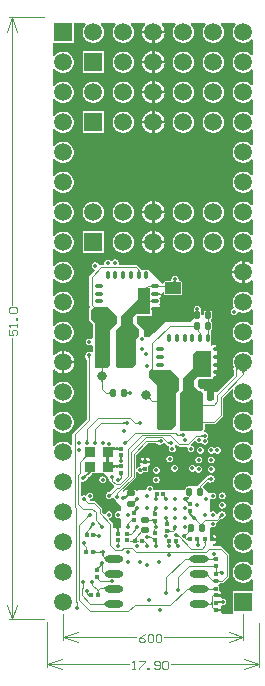
<source format=gbl>
%FSLAX44Y44*%
%MOMM*%
G71*
G01*
G75*
G04 Layer_Physical_Order=6*
G04 Layer_Color=16711680*
G04:AMPARAMS|DCode=10|XSize=0.6mm|YSize=0.5mm|CornerRadius=0.05mm|HoleSize=0mm|Usage=FLASHONLY|Rotation=90.000|XOffset=0mm|YOffset=0mm|HoleType=Round|Shape=RoundedRectangle|*
%AMROUNDEDRECTD10*
21,1,0.6000,0.4000,0,0,90.0*
21,1,0.5000,0.5000,0,0,90.0*
1,1,0.1000,0.2000,0.2500*
1,1,0.1000,0.2000,-0.2500*
1,1,0.1000,-0.2000,-0.2500*
1,1,0.1000,-0.2000,0.2500*
%
%ADD10ROUNDEDRECTD10*%
G04:AMPARAMS|DCode=11|XSize=0.4mm|YSize=0.37mm|CornerRadius=0.037mm|HoleSize=0mm|Usage=FLASHONLY|Rotation=90.000|XOffset=0mm|YOffset=0mm|HoleType=Round|Shape=RoundedRectangle|*
%AMROUNDEDRECTD11*
21,1,0.4000,0.2960,0,0,90.0*
21,1,0.3260,0.3700,0,0,90.0*
1,1,0.0740,0.1480,0.1630*
1,1,0.0740,0.1480,-0.1630*
1,1,0.0740,-0.1480,-0.1630*
1,1,0.0740,-0.1480,0.1630*
%
%ADD11ROUNDEDRECTD11*%
G04:AMPARAMS|DCode=12|XSize=0.4mm|YSize=0.37mm|CornerRadius=0.037mm|HoleSize=0mm|Usage=FLASHONLY|Rotation=180.000|XOffset=0mm|YOffset=0mm|HoleType=Round|Shape=RoundedRectangle|*
%AMROUNDEDRECTD12*
21,1,0.4000,0.2960,0,0,180.0*
21,1,0.3260,0.3700,0,0,180.0*
1,1,0.0740,-0.1630,0.1480*
1,1,0.0740,0.1630,0.1480*
1,1,0.0740,0.1630,-0.1480*
1,1,0.0740,-0.1630,-0.1480*
%
%ADD12ROUNDEDRECTD12*%
G04:AMPARAMS|DCode=13|XSize=0.76mm|YSize=0.27mm|CornerRadius=0.027mm|HoleSize=0mm|Usage=FLASHONLY|Rotation=90.000|XOffset=0mm|YOffset=0mm|HoleType=Round|Shape=RoundedRectangle|*
%AMROUNDEDRECTD13*
21,1,0.7600,0.2160,0,0,90.0*
21,1,0.7060,0.2700,0,0,90.0*
1,1,0.0540,0.1080,0.3530*
1,1,0.0540,0.1080,-0.3530*
1,1,0.0540,-0.1080,-0.3530*
1,1,0.0540,-0.1080,0.3530*
%
%ADD13ROUNDEDRECTD13*%
G04:AMPARAMS|DCode=14|XSize=0.76mm|YSize=0.27mm|CornerRadius=0.027mm|HoleSize=0mm|Usage=FLASHONLY|Rotation=180.000|XOffset=0mm|YOffset=0mm|HoleType=Round|Shape=RoundedRectangle|*
%AMROUNDEDRECTD14*
21,1,0.7600,0.2160,0,0,180.0*
21,1,0.7060,0.2700,0,0,180.0*
1,1,0.0540,-0.3530,0.1080*
1,1,0.0540,0.3530,0.1080*
1,1,0.0540,0.3530,-0.1080*
1,1,0.0540,-0.3530,-0.1080*
%
%ADD14ROUNDEDRECTD14*%
G04:AMPARAMS|DCode=15|XSize=3.79mm|YSize=1.2mm|CornerRadius=0.3mm|HoleSize=0mm|Usage=FLASHONLY|Rotation=270.000|XOffset=0mm|YOffset=0mm|HoleType=Round|Shape=RoundedRectangle|*
%AMROUNDEDRECTD15*
21,1,3.7900,0.6000,0,0,270.0*
21,1,3.1900,1.2000,0,0,270.0*
1,1,0.6000,-0.3000,-1.5950*
1,1,0.6000,-0.3000,1.5950*
1,1,0.6000,0.3000,1.5950*
1,1,0.6000,0.3000,-1.5950*
%
%ADD15ROUNDEDRECTD15*%
G04:AMPARAMS|DCode=16|XSize=0.6mm|YSize=1.25mm|CornerRadius=0.15mm|HoleSize=0mm|Usage=FLASHONLY|Rotation=0.000|XOffset=0mm|YOffset=0mm|HoleType=Round|Shape=RoundedRectangle|*
%AMROUNDEDRECTD16*
21,1,0.6000,0.9500,0,0,0.0*
21,1,0.3000,1.2500,0,0,0.0*
1,1,0.3000,0.1500,-0.4750*
1,1,0.3000,-0.1500,-0.4750*
1,1,0.3000,-0.1500,0.4750*
1,1,0.3000,0.1500,0.4750*
%
%ADD16ROUNDEDRECTD16*%
G04:AMPARAMS|DCode=17|XSize=1.45mm|YSize=1.4mm|CornerRadius=0.35mm|HoleSize=0mm|Usage=FLASHONLY|Rotation=0.000|XOffset=0mm|YOffset=0mm|HoleType=Round|Shape=RoundedRectangle|*
%AMROUNDEDRECTD17*
21,1,1.4500,0.7000,0,0,0.0*
21,1,0.7500,1.4000,0,0,0.0*
1,1,0.7000,0.3750,-0.3500*
1,1,0.7000,-0.3750,-0.3500*
1,1,0.7000,-0.3750,0.3500*
1,1,0.7000,0.3750,0.3500*
%
%ADD17ROUNDEDRECTD17*%
G04:AMPARAMS|DCode=18|XSize=1mm|YSize=0.6mm|CornerRadius=0.15mm|HoleSize=0mm|Usage=FLASHONLY|Rotation=180.000|XOffset=0mm|YOffset=0mm|HoleType=Round|Shape=RoundedRectangle|*
%AMROUNDEDRECTD18*
21,1,1.0000,0.3000,0,0,180.0*
21,1,0.7000,0.6000,0,0,180.0*
1,1,0.3000,-0.3500,0.1500*
1,1,0.3000,0.3500,0.1500*
1,1,0.3000,0.3500,-0.1500*
1,1,0.3000,-0.3500,-0.1500*
%
%ADD18ROUNDEDRECTD18*%
G04:AMPARAMS|DCode=19|XSize=0.95mm|YSize=0.85mm|CornerRadius=0.2125mm|HoleSize=0mm|Usage=FLASHONLY|Rotation=180.000|XOffset=0mm|YOffset=0mm|HoleType=Round|Shape=RoundedRectangle|*
%AMROUNDEDRECTD19*
21,1,0.9500,0.4250,0,0,180.0*
21,1,0.5250,0.8500,0,0,180.0*
1,1,0.4250,-0.2625,0.2125*
1,1,0.4250,0.2625,0.2125*
1,1,0.4250,0.2625,-0.2125*
1,1,0.4250,-0.2625,-0.2125*
%
%ADD19ROUNDEDRECTD19*%
%ADD20O,0.8000X1.4700*%
G04:AMPARAMS|DCode=21|XSize=0.6mm|YSize=0.5mm|CornerRadius=0.05mm|HoleSize=0mm|Usage=FLASHONLY|Rotation=180.000|XOffset=0mm|YOffset=0mm|HoleType=Round|Shape=RoundedRectangle|*
%AMROUNDEDRECTD21*
21,1,0.6000,0.4000,0,0,180.0*
21,1,0.5000,0.5000,0,0,180.0*
1,1,0.1000,-0.2500,0.2000*
1,1,0.1000,0.2500,0.2000*
1,1,0.1000,0.2500,-0.2000*
1,1,0.1000,-0.2500,-0.2000*
%
%ADD21ROUNDEDRECTD21*%
G04:AMPARAMS|DCode=22|XSize=0.8mm|YSize=0.8mm|CornerRadius=0.12mm|HoleSize=0mm|Usage=FLASHONLY|Rotation=270.000|XOffset=0mm|YOffset=0mm|HoleType=Round|Shape=RoundedRectangle|*
%AMROUNDEDRECTD22*
21,1,0.8000,0.5600,0,0,270.0*
21,1,0.5600,0.8000,0,0,270.0*
1,1,0.2400,-0.2800,-0.2800*
1,1,0.2400,-0.2800,0.2800*
1,1,0.2400,0.2800,0.2800*
1,1,0.2400,0.2800,-0.2800*
%
%ADD22ROUNDEDRECTD22*%
%ADD23O,1.4000X0.6000*%
%ADD24C,0.3500*%
%ADD25R,0.5400X0.7400*%
G04:AMPARAMS|DCode=26|XSize=0.8mm|YSize=0.8mm|CornerRadius=0.12mm|HoleSize=0mm|Usage=FLASHONLY|Rotation=0.000|XOffset=0mm|YOffset=0mm|HoleType=Round|Shape=RoundedRectangle|*
%AMROUNDEDRECTD26*
21,1,0.8000,0.5600,0,0,0.0*
21,1,0.5600,0.8000,0,0,0.0*
1,1,0.2400,0.2800,-0.2800*
1,1,0.2400,-0.2800,-0.2800*
1,1,0.2400,-0.2800,0.2800*
1,1,0.2400,0.2800,0.2800*
%
%ADD26ROUNDEDRECTD26*%
%ADD27R,0.7400X0.5400*%
%ADD28C,0.1000*%
%ADD29C,0.0750*%
%ADD30C,0.1500*%
%ADD31C,0.0751*%
%ADD32C,0.3000*%
%ADD33C,1.5000*%
%ADD34R,1.5000X1.5000*%
%ADD35R,1.5000X1.5000*%
G04:AMPARAMS|DCode=36|XSize=1.38mm|YSize=1.05mm|CornerRadius=0.105mm|HoleSize=0mm|Usage=FLASHONLY|Rotation=270.000|XOffset=0mm|YOffset=0mm|HoleType=Round|Shape=RoundedRectangle|*
%AMROUNDEDRECTD36*
21,1,1.3800,0.8400,0,0,270.0*
21,1,1.1700,1.0500,0,0,270.0*
1,1,0.2100,-0.4200,-0.5850*
1,1,0.2100,-0.4200,0.5850*
1,1,0.2100,0.4200,0.5850*
1,1,0.2100,0.4200,-0.5850*
%
%ADD36ROUNDEDRECTD36*%
%ADD37O,1.6000X0.6000*%
G04:AMPARAMS|DCode=38|XSize=0.9mm|YSize=0.8mm|CornerRadius=0.08mm|HoleSize=0mm|Usage=FLASHONLY|Rotation=180.000|XOffset=0mm|YOffset=0mm|HoleType=Round|Shape=RoundedRectangle|*
%AMROUNDEDRECTD38*
21,1,0.9000,0.6400,0,0,180.0*
21,1,0.7400,0.8000,0,0,180.0*
1,1,0.1600,-0.3700,0.3200*
1,1,0.1600,0.3700,0.3200*
1,1,0.1600,0.3700,-0.3200*
1,1,0.1600,-0.3700,-0.3200*
%
%ADD38ROUNDEDRECTD38*%
%ADD39R,0.9000X2.2500*%
G04:AMPARAMS|DCode=40|XSize=0.3mm|YSize=0.6mm|CornerRadius=0.0495mm|HoleSize=0mm|Usage=FLASHONLY|Rotation=0.000|XOffset=0mm|YOffset=0mm|HoleType=Round|Shape=RoundedRectangle|*
%AMROUNDEDRECTD40*
21,1,0.3000,0.5010,0,0,0.0*
21,1,0.2010,0.6000,0,0,0.0*
1,1,0.0990,0.1005,-0.2505*
1,1,0.0990,-0.1005,-0.2505*
1,1,0.0990,-0.1005,0.2505*
1,1,0.0990,0.1005,0.2505*
%
%ADD40ROUNDEDRECTD40*%
G04:AMPARAMS|DCode=41|XSize=0.3mm|YSize=0.6mm|CornerRadius=0.0495mm|HoleSize=0mm|Usage=FLASHONLY|Rotation=270.000|XOffset=0mm|YOffset=0mm|HoleType=Round|Shape=RoundedRectangle|*
%AMROUNDEDRECTD41*
21,1,0.3000,0.5010,0,0,270.0*
21,1,0.2010,0.6000,0,0,270.0*
1,1,0.0990,-0.2505,-0.1005*
1,1,0.0990,-0.2505,0.1005*
1,1,0.0990,0.2505,0.1005*
1,1,0.0990,0.2505,-0.1005*
%
%ADD41ROUNDEDRECTD41*%
G04:AMPARAMS|DCode=42|XSize=1.38mm|YSize=1.05mm|CornerRadius=0.105mm|HoleSize=0mm|Usage=FLASHONLY|Rotation=0.000|XOffset=0mm|YOffset=0mm|HoleType=Round|Shape=RoundedRectangle|*
%AMROUNDEDRECTD42*
21,1,1.3800,0.8400,0,0,0.0*
21,1,1.1700,1.0500,0,0,0.0*
1,1,0.2100,0.5850,-0.4200*
1,1,0.2100,-0.5850,-0.4200*
1,1,0.2100,-0.5850,0.4200*
1,1,0.2100,0.5850,0.4200*
%
%ADD42ROUNDEDRECTD42*%
%ADD43C,0.8000*%
%ADD44C,0.2000*%
G36*
X44817Y80725D02*
X44934Y80645D01*
X45065Y80573D01*
X45211Y80512D01*
X45370Y80461D01*
X45544Y80419D01*
X45732Y80387D01*
X45935Y80365D01*
X46382Y80350D01*
X44650Y78618D01*
X44648Y78848D01*
X44613Y79268D01*
X44581Y79456D01*
X44539Y79630D01*
X44488Y79789D01*
X44427Y79935D01*
X44355Y80066D01*
X44275Y80183D01*
X44184Y80286D01*
X44714Y80816D01*
X44817Y80725D01*
D02*
G37*
G36*
X91879Y81625D02*
X91815Y81602D01*
X91759Y81563D01*
X91710Y81508D01*
X91669Y81438D01*
X91635Y81352D01*
X91609Y81250D01*
X91590Y81133D01*
X91579Y81001D01*
X91575Y80875D01*
X91584Y80730D01*
X91611Y80589D01*
X91657Y80460D01*
X91721Y80345D01*
X91804Y80243D01*
X91905Y80153D01*
X92024Y80077D01*
X92161Y80013D01*
X92317Y79963D01*
X92491Y79926D01*
X90510Y78656D01*
X90570Y78883D01*
X90812Y80102D01*
X90822Y80224D01*
X90825Y80332D01*
X91531Y80852D01*
X90825D01*
X90821Y81001D01*
X90810Y81133D01*
X90791Y81250D01*
X90765Y81352D01*
X90731Y81438D01*
X90690Y81508D01*
X90641Y81563D01*
X90585Y81602D01*
X90521Y81625D01*
X90450Y81633D01*
X91950D01*
X91879Y81625D01*
D02*
G37*
G36*
X68707Y80774D02*
X68729Y80623D01*
X68765Y80472D01*
X68816Y80323D01*
X68881Y80174D01*
X68961Y80027D01*
X69055Y79881D01*
X69164Y79736D01*
X69287Y79592D01*
X69425Y79450D01*
X66975D01*
X67113Y79592D01*
X67236Y79736D01*
X67345Y79881D01*
X67439Y80027D01*
X67519Y80174D01*
X67584Y80323D01*
X67635Y80472D01*
X67671Y80623D01*
X67693Y80774D01*
X67700Y80927D01*
X68700D01*
X68707Y80774D01*
D02*
G37*
G36*
X76082Y76350D02*
X75851Y76348D01*
X75432Y76313D01*
X75244Y76281D01*
X75070Y76239D01*
X74910Y76188D01*
X74765Y76126D01*
X74634Y76055D01*
X74517Y75974D01*
X74414Y75884D01*
X73884Y76414D01*
X73974Y76517D01*
X74055Y76634D01*
X74127Y76765D01*
X74188Y76911D01*
X74239Y77070D01*
X74281Y77244D01*
X74313Y77432D01*
X74335Y77635D01*
X74350Y78082D01*
X76082Y76350D01*
D02*
G37*
G36*
X91626Y76547D02*
X91544Y76569D01*
X91461Y76580D01*
X91377Y76578D01*
X91293Y76565D01*
X91207Y76540D01*
X91121Y76502D01*
X91033Y76453D01*
X90945Y76392D01*
X90855Y76319D01*
X90765Y76235D01*
X90235Y76765D01*
X90319Y76855D01*
X90392Y76945D01*
X90453Y77033D01*
X90502Y77120D01*
X90539Y77207D01*
X90565Y77293D01*
X90578Y77378D01*
X90580Y77461D01*
X90569Y77544D01*
X90547Y77626D01*
X91626Y76547D01*
D02*
G37*
G36*
X38782Y79050D02*
X38551Y79047D01*
X38132Y79013D01*
X37944Y78981D01*
X37770Y78939D01*
X37610Y78888D01*
X37465Y78826D01*
X37334Y78755D01*
X37217Y78674D01*
X37114Y78584D01*
X36583Y79114D01*
X36674Y79217D01*
X36755Y79334D01*
X36826Y79465D01*
X36888Y79611D01*
X36939Y79770D01*
X36981Y79944D01*
X37013Y80132D01*
X37035Y80335D01*
X37050Y80782D01*
X38782Y79050D01*
D02*
G37*
G36*
X89233Y83750D02*
X89229Y83821D01*
X89208Y83885D01*
X89171Y83941D01*
X89118Y83990D01*
X89048Y84031D01*
X88961Y84065D01*
X88859Y84091D01*
X88740Y84110D01*
X88604Y84121D01*
X88452Y84125D01*
Y84875D01*
X88592Y84878D01*
X88835Y84903D01*
X88939Y84925D01*
X89030Y84954D01*
X89110Y84988D01*
X89178Y85029D01*
X89234Y85076D01*
X89278Y85130D01*
X89310Y85190D01*
X89233Y83750D01*
D02*
G37*
G36*
X101495Y84909D02*
X101436Y84822D01*
X101393Y84735D01*
X101367Y84650D01*
X101357Y84565D01*
X101364Y84481D01*
X101386Y84398D01*
X101426Y84316D01*
X101481Y84234D01*
X101553Y84153D01*
X100498Y83794D01*
X100378Y83913D01*
X99809Y84413D01*
X99702Y84495D01*
X99393Y84703D01*
X101571Y84997D01*
X101495Y84909D01*
D02*
G37*
G36*
X125060Y86148D02*
X125091Y86080D01*
X125143Y85995D01*
X125216Y85894D01*
X125423Y85643D01*
X125465Y85597D01*
X126050Y86182D01*
X126052Y85952D01*
X126087Y85532D01*
X126119Y85344D01*
X126160Y85170D01*
X126212Y85010D01*
X126273Y84865D01*
X126344Y84734D01*
X126426Y84617D01*
X126516Y84514D01*
X125986Y83984D01*
X125883Y84074D01*
X125766Y84155D01*
X125635Y84227D01*
X125489Y84288D01*
X125330Y84339D01*
X125156Y84381D01*
X124967Y84413D01*
X124765Y84435D01*
X124317Y84450D01*
X124888Y85021D01*
X124505Y85357D01*
X124420Y85408D01*
X124352Y85440D01*
X124299Y85450D01*
X125050Y86201D01*
X125060Y86148D01*
D02*
G37*
G36*
X130578Y80763D02*
X130588Y80640D01*
X130603Y80532D01*
X130626Y80438D01*
X130654Y80358D01*
X130689Y80293D01*
X130730Y80243D01*
X130778Y80206D01*
X130831Y80185D01*
X130892Y80178D01*
X129508D01*
X129568Y80185D01*
X129622Y80206D01*
X129670Y80243D01*
X129711Y80293D01*
X129746Y80358D01*
X129774Y80438D01*
X129796Y80532D01*
X129812Y80640D01*
X129822Y80763D01*
X129825Y80900D01*
X130575D01*
X130578Y80763D01*
D02*
G37*
G36*
X101705Y83602D02*
X101720Y83426D01*
X101745Y83272D01*
X101780Y83138D01*
X101825Y83025D01*
X101880Y82932D01*
X101945Y82860D01*
X102020Y82808D01*
X102105Y82777D01*
X102200Y82767D01*
X100200D01*
X100295Y82777D01*
X100380Y82808D01*
X100455Y82860D01*
X100520Y82932D01*
X100575Y83025D01*
X100620Y83138D01*
X100655Y83272D01*
X100680Y83426D01*
X100695Y83602D01*
X100700Y83797D01*
X101700D01*
X101705Y83602D01*
D02*
G37*
G36*
X85385Y85179D02*
X85409Y85115D01*
X85448Y85059D01*
X85502Y85010D01*
X85573Y84969D01*
X85659Y84935D01*
X85760Y84909D01*
X85877Y84890D01*
X86010Y84879D01*
X86158Y84875D01*
Y84125D01*
X86010Y84121D01*
X85877Y84110D01*
X85760Y84091D01*
X85659Y84065D01*
X85573Y84031D01*
X85502Y83990D01*
X85448Y83941D01*
X85409Y83885D01*
X85385Y83821D01*
X85378Y83750D01*
Y85250D01*
X85385Y85179D01*
D02*
G37*
G36*
X108849Y76538D02*
X108596Y76452D01*
X107774Y76124D01*
X107617Y76046D01*
X107360Y75894D01*
X107260Y75821D01*
X107179Y75749D01*
X106462Y76093D01*
X106561Y76204D01*
X106641Y76325D01*
X106704Y76455D01*
X106750Y76594D01*
X106777Y76742D01*
X106787Y76899D01*
X106779Y77065D01*
X106754Y77240D01*
X106711Y77425D01*
X106650Y77618D01*
X108849Y76538D01*
D02*
G37*
G36*
X118382Y72275D02*
X118279Y72162D01*
X118187Y72039D01*
X118106Y71907D01*
X118036Y71765D01*
X117978Y71614D01*
X117930Y71454D01*
X117893Y71284D01*
X117868Y71105D01*
X117853Y70916D01*
X117850Y70718D01*
X116117Y72450D01*
X116316Y72453D01*
X116505Y72468D01*
X116684Y72494D01*
X116854Y72530D01*
X117014Y72578D01*
X117165Y72637D01*
X117307Y72706D01*
X117439Y72787D01*
X117562Y72879D01*
X117675Y72982D01*
X118382Y72275D01*
D02*
G37*
G36*
X40775Y72179D02*
X40798Y72115D01*
X40837Y72059D01*
X40892Y72010D01*
X40962Y71969D01*
X41048Y71935D01*
X41149Y71909D01*
X41266Y71890D01*
X41399Y71879D01*
X41547Y71875D01*
Y71125D01*
X41399Y71121D01*
X41266Y71110D01*
X41149Y71091D01*
X41048Y71065D01*
X40962Y71031D01*
X40892Y70990D01*
X40837Y70941D01*
X40798Y70885D01*
X40775Y70821D01*
X40767Y70750D01*
Y72250D01*
X40775Y72179D01*
D02*
G37*
G36*
X69675Y73329D02*
X69698Y73265D01*
X69737Y73209D01*
X69792Y73160D01*
X69862Y73119D01*
X69948Y73085D01*
X70049Y73059D01*
X70166Y73040D01*
X70299Y73029D01*
X70447Y73025D01*
Y72275D01*
X70299Y72271D01*
X70166Y72260D01*
X70049Y72241D01*
X69948Y72215D01*
X69862Y72181D01*
X69792Y72140D01*
X69737Y72091D01*
X69698Y72035D01*
X69675Y71971D01*
X69667Y71900D01*
Y73400D01*
X69675Y73329D01*
D02*
G37*
G36*
X85621Y71003D02*
X85762Y70850D01*
X85902Y70716D01*
X86043Y70599D01*
X86183Y70500D01*
X86325Y70419D01*
X86466Y70356D01*
X86607Y70311D01*
X86749Y70284D01*
X86891Y70275D01*
X86803Y69525D01*
X86673Y69517D01*
X86536Y69494D01*
X86393Y69454D01*
X86243Y69399D01*
X86086Y69329D01*
X85923Y69243D01*
X85752Y69140D01*
X85392Y68889D01*
X85202Y68740D01*
X85482Y71174D01*
X85621Y71003D01*
D02*
G37*
G36*
X110333Y72167D02*
X110948Y71415D01*
X111240Y71099D01*
X111557Y70774D01*
X111218Y70052D01*
X111101Y70157D01*
X110983Y70238D01*
X110864Y70296D01*
X110745Y70331D01*
X110625Y70341D01*
X110504Y70328D01*
X110383Y70292D01*
X110261Y70232D01*
X110138Y70148D01*
X110015Y70040D01*
X110229Y72310D01*
X110333Y72167D01*
D02*
G37*
G36*
X42625Y71709D02*
X42682Y71661D01*
X42736Y71623D01*
X42788Y71594D01*
X42837Y71575D01*
X42883Y71564D01*
X42927Y71562D01*
X42968Y71570D01*
X43006Y71586D01*
X43042Y71612D01*
X42469Y70560D01*
X42471Y70605D01*
X42462Y70654D01*
X42443Y70709D01*
X42415Y70768D01*
X42376Y70833D01*
X42328Y70903D01*
X42270Y70978D01*
X42123Y71144D01*
X42035Y71235D01*
X42565Y71765D01*
X42625Y71709D01*
D02*
G37*
G36*
X59979Y75099D02*
X59990Y74966D01*
X60009Y74849D01*
X60035Y74748D01*
X60069Y74662D01*
X60110Y74592D01*
X60159Y74537D01*
X60215Y74498D01*
X60279Y74475D01*
X60350Y74467D01*
X58850D01*
X58921Y74475D01*
X58985Y74498D01*
X59041Y74537D01*
X59090Y74592D01*
X59131Y74662D01*
X59165Y74748D01*
X59191Y74849D01*
X59210Y74966D01*
X59221Y75099D01*
X59225Y75247D01*
X59975D01*
X59979Y75099D01*
D02*
G37*
G36*
X103175Y75929D02*
X103198Y75865D01*
X103237Y75809D01*
X103292Y75760D01*
X103362Y75719D01*
X103448Y75685D01*
X103549Y75659D01*
X103666Y75640D01*
X103799Y75629D01*
X103947Y75625D01*
Y74875D01*
X103799Y74871D01*
X103666Y74860D01*
X103549Y74841D01*
X103448Y74815D01*
X103362Y74781D01*
X103292Y74740D01*
X103237Y74691D01*
X103198Y74635D01*
X103175Y74571D01*
X103167Y74500D01*
Y76000D01*
X103175Y75929D01*
D02*
G37*
G36*
X90879Y75299D02*
X90890Y75166D01*
X90909Y75049D01*
X90935Y74947D01*
X90969Y74861D01*
X91010Y74791D01*
X91059Y74736D01*
X91115Y74698D01*
X91179Y74674D01*
X91250Y74667D01*
X89761Y74661D01*
X89831Y74669D01*
X89892Y74693D01*
X89947Y74732D01*
X89994Y74787D01*
X90034Y74858D01*
X90067Y74945D01*
X90092Y75047D01*
X90110Y75165D01*
X90121Y75298D01*
X90125Y75447D01*
X90875D01*
X90879Y75299D01*
D02*
G37*
G36*
X79541Y73141D02*
X79501Y73213D01*
X79451Y73264D01*
X79391Y73293D01*
X79320Y73300D01*
X79240Y73284D01*
X79149Y73247D01*
X79048Y73188D01*
X78937Y73106D01*
X78816Y73003D01*
X78685Y72877D01*
Y74292D01*
X78830Y74444D01*
X79073Y74741D01*
X79171Y74886D01*
X79253Y75029D01*
X79318Y75169D01*
X79368Y75307D01*
X79402Y75442D01*
X79420Y75575D01*
X79422Y75706D01*
X79541Y73141D01*
D02*
G37*
G36*
X33629Y74099D02*
X33640Y73966D01*
X33659Y73849D01*
X33685Y73748D01*
X33719Y73662D01*
X33760Y73592D01*
X33809Y73537D01*
X33865Y73498D01*
X33929Y73475D01*
X34000Y73467D01*
X32500D01*
X32571Y73475D01*
X32635Y73498D01*
X32691Y73537D01*
X32740Y73592D01*
X32781Y73662D01*
X32815Y73748D01*
X32841Y73849D01*
X32860Y73966D01*
X32871Y74099D01*
X32875Y74247D01*
X33625D01*
X33629Y74099D01*
D02*
G37*
G36*
X121006Y74222D02*
X120922Y74267D01*
X120825Y74285D01*
X120716Y74277D01*
X120594Y74243D01*
X120459Y74183D01*
X120311Y74096D01*
X120150Y73982D01*
X119977Y73843D01*
X119592Y73485D01*
X118685Y73993D01*
X118894Y74209D01*
X119223Y74592D01*
X119342Y74759D01*
X119431Y74908D01*
X119490Y75041D01*
X119518Y75157D01*
X119516Y75257D01*
X119484Y75340D01*
X119422Y75406D01*
X121006Y74222D01*
D02*
G37*
G36*
X123099Y88468D02*
X123230Y88358D01*
X123360Y88261D01*
X123491Y88177D01*
X123622Y88107D01*
X123753Y88049D01*
X123885Y88005D01*
X124017Y87973D01*
X124150Y87955D01*
X124282Y87950D01*
X122550Y86217D01*
X122545Y86350D01*
X122527Y86483D01*
X122495Y86615D01*
X122451Y86747D01*
X122393Y86878D01*
X122323Y87009D01*
X122239Y87140D01*
X122142Y87270D01*
X122032Y87401D01*
X121909Y87530D01*
X122970Y88591D01*
X123099Y88468D01*
D02*
G37*
G36*
X54566Y106236D02*
X54475Y106133D01*
X54395Y106016D01*
X54323Y105885D01*
X54262Y105739D01*
X54211Y105580D01*
X54169Y105406D01*
X54137Y105218D01*
X54115Y105015D01*
X54100Y104567D01*
X52368Y106300D01*
X52598Y106302D01*
X53018Y106337D01*
X53206Y106369D01*
X53380Y106411D01*
X53539Y106462D01*
X53685Y106524D01*
X53816Y106595D01*
X53933Y106676D01*
X54036Y106766D01*
X54566Y106236D01*
D02*
G37*
G36*
X59584Y106423D02*
X59609Y106283D01*
X59651Y106139D01*
X59711Y105993D01*
X59788Y105844D01*
X59881Y105691D01*
X59991Y105536D01*
X60119Y105377D01*
X60425Y105050D01*
X57975D01*
X58137Y105215D01*
X58408Y105536D01*
X58519Y105691D01*
X58612Y105844D01*
X58689Y105993D01*
X58748Y106139D01*
X58791Y106283D01*
X58816Y106423D01*
X58825Y106559D01*
X59575D01*
X59584Y106423D01*
D02*
G37*
G36*
X129679Y111810D02*
X129690Y111677D01*
X129709Y111560D01*
X129735Y111459D01*
X129769Y111373D01*
X129810Y111302D01*
X129859Y111248D01*
X129915Y111209D01*
X129979Y111185D01*
X130050Y111178D01*
X128550D01*
X128621Y111185D01*
X128685Y111209D01*
X128741Y111248D01*
X128790Y111302D01*
X128831Y111373D01*
X128865Y111459D01*
X128891Y111560D01*
X128910Y111677D01*
X128921Y111810D01*
X128925Y111958D01*
X129675D01*
X129679Y111810D01*
D02*
G37*
G36*
X67974Y104277D02*
X67948Y104382D01*
X67904Y104455D01*
X67843Y104497D01*
X67763Y104508D01*
X67667Y104487D01*
X67552Y104435D01*
X67420Y104351D01*
X67270Y104236D01*
X67103Y104089D01*
X66918Y103911D01*
X66884Y105292D01*
X67040Y105454D01*
X67297Y105765D01*
X67398Y105913D01*
X67481Y106057D01*
X67545Y106196D01*
X67592Y106330D01*
X67620Y106460D01*
X67630Y106585D01*
X67622Y106706D01*
X67974Y104277D01*
D02*
G37*
G36*
X121117Y105213D02*
X121051Y105185D01*
X120992Y105139D01*
X120941Y105075D01*
X120898Y104992D01*
X120863Y104890D01*
X120835Y104770D01*
X120816Y104632D01*
X120804Y104475D01*
X120800Y104300D01*
X119800D01*
X119796Y104475D01*
X119784Y104632D01*
X119765Y104770D01*
X119737Y104890D01*
X119702Y104992D01*
X119659Y105075D01*
X119608Y105139D01*
X119549Y105185D01*
X119483Y105213D01*
X119408Y105222D01*
X121192D01*
X121117Y105213D01*
D02*
G37*
G36*
X66899Y103892D02*
X66733Y103723D01*
X66161Y103065D01*
X66041Y102904D01*
X65732Y102434D01*
X65646Y102281D01*
X65034Y104580D01*
X65173Y104502D01*
X65310Y104445D01*
X65445Y104410D01*
X65578Y104395D01*
X65710Y104401D01*
X65839Y104429D01*
X65967Y104477D01*
X66093Y104546D01*
X66218Y104636D01*
X66340Y104747D01*
X66899Y103892D01*
D02*
G37*
G36*
X32916Y120855D02*
X32793Y120726D01*
X32682Y120596D01*
X32584Y120466D01*
X32499Y120335D01*
X32426Y120205D01*
X32366Y120074D01*
X32318Y119943D01*
X32282Y119811D01*
X32260Y119679D01*
X32249Y119547D01*
X30588Y121348D01*
X30721Y121348D01*
X30854Y121362D01*
X30986Y121389D01*
X31118Y121430D01*
X31249Y121485D01*
X31381Y121553D01*
X31512Y121635D01*
X31642Y121731D01*
X31773Y121840D01*
X31902Y121963D01*
X32916Y120855D01*
D02*
G37*
G36*
X62365Y119735D02*
X62270Y119632D01*
X62189Y119527D01*
X62120Y119419D01*
X62064Y119309D01*
X62022Y119196D01*
X61993Y119081D01*
X61976Y118963D01*
X61973Y118842D01*
X61982Y118719D01*
X62005Y118593D01*
X60693Y119905D01*
X60818Y119883D01*
X60942Y119873D01*
X61062Y119876D01*
X61181Y119893D01*
X61296Y119922D01*
X61409Y119965D01*
X61519Y120020D01*
X61627Y120089D01*
X61732Y120170D01*
X61835Y120265D01*
X62365Y119735D01*
D02*
G37*
G36*
X62779Y122025D02*
X62715Y122002D01*
X62659Y121963D01*
X62610Y121908D01*
X62569Y121838D01*
X62535Y121752D01*
X62509Y121650D01*
X62490Y121533D01*
X62479Y121401D01*
X62475Y121252D01*
X61725D01*
X61721Y121401D01*
X61710Y121533D01*
X61691Y121650D01*
X61665Y121752D01*
X61631Y121838D01*
X61590Y121908D01*
X61541Y121963D01*
X61485Y122002D01*
X61421Y122025D01*
X61350Y122033D01*
X62850D01*
X62779Y122025D01*
D02*
G37*
G36*
X51934Y120062D02*
X51925Y120046D01*
X51920Y120026D01*
X51911Y120008D01*
X51865Y119837D01*
X51817Y119667D01*
X51815Y119647D01*
X51810Y119628D01*
X51798Y119451D01*
X51783Y119275D01*
X51786Y119255D01*
X51784Y119235D01*
X51808Y119059D01*
X51828Y118883D01*
X51834Y118864D01*
X51836Y118844D01*
X51894Y118676D01*
X51947Y118508D01*
X51957Y118490D01*
X51964Y118471D01*
X52053Y118317D01*
X52138Y118163D01*
X52151Y118148D01*
X52161Y118130D01*
X52278Y117997D01*
X52392Y117862D01*
X52408Y117849D01*
X52421Y117834D01*
X52562Y117727D01*
X52701Y117616D01*
X52765Y117575D01*
X52771Y117529D01*
X52779Y117507D01*
X52783Y117483D01*
X52844Y117321D01*
X52901Y117157D01*
X52913Y117136D01*
X52921Y117114D01*
X53012Y116967D01*
X53100Y116817D01*
X53116Y116800D01*
X53128Y116779D01*
X53247Y116652D01*
X53362Y116523D01*
X53381Y116509D01*
X53397Y116491D01*
X53538Y116390D01*
X53676Y116286D01*
X53698Y116275D01*
X53717Y116261D01*
X53822Y116214D01*
X56667Y113368D01*
X56698Y113343D01*
X56752Y113271D01*
X56950Y112256D01*
X56949Y111931D01*
X56893Y111758D01*
X53898Y108763D01*
X53766Y108758D01*
X53706Y108743D01*
X53644Y108737D01*
X53514Y108698D01*
X53383Y108667D01*
X53326Y108641D01*
X53267Y108623D01*
X53148Y108559D01*
X53025Y108503D01*
X52974Y108467D01*
X52920Y108437D01*
X52815Y108352D01*
X52796Y108338D01*
X52767Y108333D01*
X52505Y108311D01*
X52346Y108309D01*
X52160Y108289D01*
X51975Y108271D01*
X51965Y108268D01*
X51954Y108267D01*
X51776Y108210D01*
X51598Y108157D01*
X51589Y108151D01*
X51578Y108148D01*
X51416Y108059D01*
X51251Y107971D01*
X51242Y107964D01*
X51233Y107959D01*
X51091Y107839D01*
X50946Y107721D01*
X50939Y107712D01*
X50931Y107705D01*
X50815Y107560D01*
X50697Y107416D01*
X50691Y107407D01*
X50684Y107398D01*
X50599Y107233D01*
X50511Y107069D01*
X50508Y107058D01*
X50503Y107049D01*
X50450Y106870D01*
X50396Y106692D01*
X50395Y106681D01*
X50392Y106671D01*
X50388Y106622D01*
X50328Y106572D01*
X50037Y106230D01*
X49803Y105848D01*
X49631Y105433D01*
X49526Y104997D01*
X49491Y104550D01*
X49526Y104103D01*
X49631Y103667D01*
X49803Y103252D01*
X50037Y102870D01*
X50328Y102528D01*
X50670Y102237D01*
X51052Y102003D01*
X51467Y101831D01*
X51903Y101726D01*
X52350Y101691D01*
X52797Y101726D01*
X53233Y101831D01*
X53648Y102003D01*
X54030Y102237D01*
X54372Y102528D01*
X54419Y102584D01*
X54426Y102584D01*
X54459Y102593D01*
X54492Y102596D01*
X54648Y102644D01*
X54807Y102686D01*
X54837Y102701D01*
X54869Y102711D01*
X55013Y102788D01*
X55160Y102860D01*
X55187Y102881D01*
X55216Y102896D01*
X55704Y102904D01*
X55712Y102903D01*
X56233Y102766D01*
X56504Y102621D01*
X56648Y102514D01*
X56653Y102502D01*
X56887Y102120D01*
X57179Y101779D01*
X57520Y101487D01*
X57902Y101253D01*
X58300Y101088D01*
Y99600D01*
X62029Y95871D01*
Y92476D01*
X61619Y92061D01*
X60759Y91597D01*
X60647Y91623D01*
X60200Y91659D01*
X59753Y91623D01*
X59317Y91519D01*
X58902Y91347D01*
X58520Y91113D01*
X58178Y90821D01*
X57887Y90480D01*
X57653Y90098D01*
X57481Y89683D01*
X57376Y89247D01*
X57341Y88800D01*
X57376Y88353D01*
X57481Y87916D01*
X57653Y87502D01*
X57887Y87120D01*
X58178Y86778D01*
X58520Y86487D01*
X58902Y86253D01*
X59317Y86081D01*
X59753Y85976D01*
X60200Y85941D01*
X60647Y85976D01*
X60759Y86003D01*
X61619Y85538D01*
X62029Y85124D01*
Y78162D01*
X61619Y77062D01*
X60928Y77062D01*
X58955D01*
X60907Y76603D01*
X60730Y76489D01*
X60571Y76371D01*
X60431Y76249D01*
X60310Y76124D01*
X60208Y75995D01*
X60124Y75863D01*
X60059Y75728D01*
X60012Y75589D01*
X59984Y75446D01*
X59975Y75300D01*
X59225Y75481D01*
X59218Y75601D01*
X59197Y75732D01*
X59162Y75873D01*
X59112Y76025D01*
X59049Y76188D01*
X58880Y76546D01*
X58775Y76741D01*
X58583Y77062D01*
X55284D01*
Y77416D01*
Y80900D01*
X55248Y81268D01*
X55141Y81621D01*
X54967Y81947D01*
X54732Y82232D01*
X52285Y84680D01*
X52563Y85676D01*
X52758Y86003D01*
X53083Y86081D01*
X53498Y86253D01*
X53880Y86487D01*
X54221Y86778D01*
X54513Y87120D01*
X54747Y87502D01*
X54919Y87916D01*
X55023Y88353D01*
X55059Y88800D01*
X55023Y89247D01*
X54919Y89683D01*
X54747Y90098D01*
X54513Y90480D01*
X54221Y90821D01*
X53880Y91113D01*
X53498Y91347D01*
X53083Y91519D01*
X52647Y91623D01*
X52200Y91659D01*
X51753Y91623D01*
X51316Y91519D01*
X50902Y91347D01*
X50520Y91113D01*
X50178Y90821D01*
X49887Y90480D01*
X49653Y90098D01*
X49481Y89683D01*
X49403Y89358D01*
X49076Y89163D01*
X48080Y88885D01*
X46284Y90680D01*
Y93500D01*
X46248Y93867D01*
X46141Y94221D01*
X45967Y94546D01*
X45732Y94832D01*
X40532Y100032D01*
X40247Y100266D01*
X39921Y100441D01*
X39567Y100548D01*
X39200Y100584D01*
X36412D01*
X36362Y101854D01*
X36647Y101876D01*
X37083Y101981D01*
X37498Y102153D01*
X37880Y102387D01*
X38221Y102678D01*
X38513Y103020D01*
X38747Y103402D01*
X38919Y103817D01*
X39024Y104253D01*
X39059Y104700D01*
X39024Y105147D01*
X38919Y105583D01*
X38747Y105998D01*
X38513Y106380D01*
X38221Y106721D01*
X37880Y107013D01*
X37498Y107247D01*
X37083Y107419D01*
X36647Y107524D01*
X36200Y107559D01*
X35753Y107524D01*
X35317Y107419D01*
X34902Y107247D01*
X34520Y107013D01*
X34179Y106721D01*
X33887Y106380D01*
X33653Y105998D01*
X33481Y105583D01*
X33450Y105454D01*
X33137Y105183D01*
X32770Y105005D01*
X32098Y104847D01*
X31683Y105019D01*
X31247Y105124D01*
X30800Y105159D01*
X30352Y105124D01*
X29916Y105019D01*
X29502Y104847D01*
X29454Y104818D01*
X28488Y105201D01*
X28184Y105484D01*
Y116187D01*
X28709Y116633D01*
X29454Y116948D01*
X29617Y116881D01*
X30053Y116776D01*
X30500Y116741D01*
X30947Y116776D01*
X31383Y116881D01*
X31798Y117053D01*
X32180Y117287D01*
X32490Y117552D01*
X32524Y117559D01*
X32561Y117562D01*
X32715Y117601D01*
X32872Y117636D01*
X32906Y117651D01*
X32943Y117661D01*
X33086Y117730D01*
X33233Y117794D01*
X33263Y117816D01*
X33297Y117832D01*
X33425Y117928D01*
X33556Y118020D01*
X33582Y118047D01*
X33612Y118069D01*
X33718Y118189D01*
X33828Y118304D01*
X33849Y118336D01*
X33874Y118364D01*
X33955Y118502D01*
X34041Y118636D01*
X34054Y118671D01*
X34073Y118703D01*
X34126Y118854D01*
X34184Y119003D01*
X34190Y119040D01*
X34203Y119075D01*
X34225Y119233D01*
X34241Y119325D01*
X34251Y119339D01*
X34287Y119381D01*
X34372Y119470D01*
X34450Y119571D01*
X34535Y119665D01*
X34571Y119726D01*
X34614Y119781D01*
X34671Y119895D01*
X34736Y120004D01*
X34760Y120070D01*
X34791Y120133D01*
X34825Y120255D01*
X34867Y120375D01*
X34877Y120445D01*
X34896Y120513D01*
X34905Y120639D01*
X34918Y120726D01*
X37696Y123504D01*
X37696Y123504D01*
X37778Y123600D01*
X48396D01*
X51934Y120062D01*
D02*
G37*
G36*
X137650Y117875D02*
X137485Y118036D01*
X137164Y118308D01*
X137009Y118419D01*
X136856Y118512D01*
X136707Y118589D01*
X136560Y118648D01*
X136417Y118691D01*
X136277Y118716D01*
X136140Y118725D01*
Y119475D01*
X136277Y119483D01*
X136417Y119509D01*
X136560Y119551D01*
X136707Y119611D01*
X136856Y119687D01*
X137009Y119781D01*
X137164Y119891D01*
X137323Y120019D01*
X137650Y120325D01*
Y117875D01*
D02*
G37*
G36*
X56045Y119647D02*
X55728Y119061D01*
X55651Y118888D01*
X55538Y118573D01*
X55503Y118431D01*
X55482Y118301D01*
X55475Y118181D01*
X54725Y118000D01*
X54715Y118146D01*
X54688Y118288D01*
X54641Y118427D01*
X54576Y118563D01*
X54492Y118695D01*
X54389Y118824D01*
X54268Y118949D01*
X54128Y119070D01*
X53970Y119188D01*
X53793Y119303D01*
X56178Y119863D01*
X56045Y119647D01*
D02*
G37*
G36*
X92284Y104854D02*
X92312Y104711D01*
X92359Y104572D01*
X92424Y104437D01*
X92508Y104305D01*
X92610Y104176D01*
X92732Y104051D01*
X92871Y103930D01*
X93030Y103811D01*
X93207Y103697D01*
X92285Y103480D01*
X92279Y103401D01*
X92275Y103252D01*
X91525D01*
X91524Y103301D01*
X90822Y103137D01*
X90955Y103353D01*
X91272Y103939D01*
X91300Y104002D01*
X91292Y104007D01*
X91231Y104031D01*
X91162Y104039D01*
X91316Y104038D01*
X91349Y104112D01*
X91462Y104427D01*
X91497Y104569D01*
X91518Y104699D01*
X91525Y104819D01*
X92275Y105000D01*
X92284Y104854D01*
D02*
G37*
G36*
X90679Y91599D02*
X90690Y91466D01*
X90709Y91349D01*
X90735Y91247D01*
X90769Y91161D01*
X90810Y91091D01*
X90859Y91037D01*
X90915Y90998D01*
X90979Y90974D01*
X91050Y90967D01*
X89562Y90961D01*
X89631Y90969D01*
X89692Y90993D01*
X89747Y91032D01*
X89794Y91087D01*
X89834Y91158D01*
X89867Y91245D01*
X89892Y91347D01*
X89910Y91465D01*
X89921Y91598D01*
X89925Y91747D01*
X90675D01*
X90679Y91599D01*
D02*
G37*
G36*
X76182Y92450D02*
X75984Y92447D01*
X75795Y92432D01*
X75616Y92407D01*
X75446Y92370D01*
X75286Y92322D01*
X75135Y92263D01*
X74993Y92194D01*
X74861Y92113D01*
X74838Y92096D01*
X74768Y91996D01*
X74714Y91891D01*
X74689Y91801D01*
X74695Y91727D01*
X74731Y91669D01*
X74796Y91626D01*
X74892Y91599D01*
X75017Y91587D01*
X72283Y91667D01*
X72416Y91671D01*
X72550Y91690D01*
X72686Y91725D01*
X72825Y91776D01*
X72965Y91842D01*
X73108Y91923D01*
X73252Y92020D01*
X73398Y92133D01*
X73547Y92261D01*
X73697Y92404D01*
X74139D01*
X73918Y92625D01*
X74021Y92738D01*
X74113Y92861D01*
X74194Y92993D01*
X74263Y93135D01*
X74322Y93286D01*
X74370Y93446D01*
X74406Y93616D01*
X74432Y93795D01*
X74447Y93984D01*
X74450Y94183D01*
X76182Y92450D01*
D02*
G37*
G36*
X92147Y92457D02*
X91939Y92469D01*
X91742Y92470D01*
X91557Y92458D01*
X91382Y92434D01*
X91218Y92398D01*
X91066Y92350D01*
X90924Y92289D01*
X90793Y92217D01*
X90674Y92132D01*
X90565Y92035D01*
X90046Y92576D01*
X90143Y92684D01*
X90230Y92804D01*
X90306Y92936D01*
X90372Y93080D01*
X90428Y93235D01*
X90473Y93402D01*
X90508Y93581D01*
X90532Y93771D01*
X90546Y93974D01*
X90550Y94188D01*
X92147Y92457D01*
D02*
G37*
G36*
X147688Y87026D02*
X147489Y87080D01*
X147300Y87117D01*
X147120Y87138D01*
X146951Y87141D01*
X146791Y87128D01*
X146641Y87097D01*
X146500Y87050D01*
X146370Y86986D01*
X146249Y86905D01*
X146138Y86808D01*
X145769Y87499D01*
X145844Y87584D01*
X145920Y87687D01*
X145995Y87809D01*
X146070Y87949D01*
X146220Y88285D01*
X146294Y88481D01*
X146517Y89178D01*
X147688Y87026D01*
D02*
G37*
G36*
X35688Y87027D02*
X35489Y87080D01*
X35300Y87118D01*
X35120Y87138D01*
X34951Y87141D01*
X34791Y87128D01*
X34641Y87097D01*
X34501Y87050D01*
X34370Y86986D01*
X34249Y86905D01*
X34138Y86808D01*
X33769Y87499D01*
X33844Y87584D01*
X33920Y87687D01*
X33995Y87809D01*
X34070Y87949D01*
X34220Y88285D01*
X34294Y88481D01*
X34517Y89178D01*
X35688Y87027D01*
D02*
G37*
G36*
X121973Y90324D02*
X121948Y90296D01*
X121925Y90249D01*
X121905Y90184D01*
X121888Y90100D01*
X121874Y89997D01*
X121856Y89736D01*
X121850Y89400D01*
X120350D01*
X120348Y89577D01*
X120312Y90100D01*
X120295Y90184D01*
X120275Y90249D01*
X120252Y90296D01*
X120226Y90324D01*
X120197Y90333D01*
X122002D01*
X121973Y90324D01*
D02*
G37*
G36*
X32541Y101985D02*
X32561Y101571D01*
X32588Y101385D01*
X32625Y101212D01*
X32673Y101053D01*
X32733Y100908D01*
X32803Y100776D01*
X32884Y100658D01*
X32976Y100554D01*
X32424Y100046D01*
X32323Y100135D01*
X32207Y100216D01*
X32076Y100288D01*
X31931Y100351D01*
X31770Y100406D01*
X31595Y100452D01*
X31405Y100490D01*
X31201Y100519D01*
X30747Y100551D01*
X32548Y102212D01*
X32541Y101985D01*
D02*
G37*
G36*
X99232Y104468D02*
X99254Y104326D01*
X99290Y104204D01*
X99341Y104101D01*
X99396Y104033D01*
X99600D01*
X99529Y104025D01*
X99465Y104002D01*
X99446Y103989D01*
X99486Y103958D01*
X99580Y103917D01*
X99689Y103896D01*
X99812Y103895D01*
X99950Y103915D01*
X98551Y102257D01*
X98512Y103252D01*
X98475D01*
X98471Y103401D01*
X98460Y103533D01*
X98441Y103650D01*
X98415Y103752D01*
X98381Y103838D01*
X98340Y103908D01*
X98291Y103963D01*
X98235Y104002D01*
X98171Y104025D01*
X98100Y104033D01*
X98483D01*
X98475Y104230D01*
X99225Y104631D01*
X99232Y104468D01*
D02*
G37*
G36*
X119139Y102432D02*
X117990Y101394D01*
X117990Y101364D01*
X118008Y101201D01*
X118041Y101045D01*
X118088Y100897D01*
X118150Y100757D01*
X118227Y100625D01*
X118318Y100500D01*
X118424Y100383D01*
X117595Y99797D01*
X117488Y99896D01*
X117369Y99988D01*
X117240Y100073D01*
X117100Y100151D01*
X116949Y100221D01*
X116788Y100285D01*
X116615Y100342D01*
X116433Y100392D01*
X116034Y100470D01*
X117651Y101632D01*
X117655Y103308D01*
X117742Y103215D01*
X117833Y103146D01*
X117929Y103100D01*
X118030Y103078D01*
X118134Y103078D01*
X118244Y103102D01*
X118357Y103149D01*
X118475Y103220D01*
X118597Y103313D01*
X118723Y103430D01*
X119139Y102432D01*
D02*
G37*
G36*
X118726Y100087D02*
X119105Y99763D01*
X119265Y99650D01*
X119406Y99570D01*
X119527Y99524D01*
X119628Y99510D01*
X119711Y99529D01*
X119773Y99582D01*
X119816Y99667D01*
X119133Y97583D01*
X119152Y97692D01*
X119143Y97817D01*
X119105Y97956D01*
X119038Y98111D01*
X118944Y98280D01*
X118820Y98464D01*
X118668Y98663D01*
X118279Y99107D01*
X118042Y99351D01*
X118508Y100299D01*
X118726Y100087D01*
D02*
G37*
G36*
X76282Y100450D02*
X76052Y100448D01*
X75632Y100413D01*
X75444Y100381D01*
X75270Y100339D01*
X75111Y100288D01*
X74965Y100226D01*
X74834Y100155D01*
X74717Y100075D01*
X74614Y99984D01*
X74084Y100514D01*
X74174Y100617D01*
X74255Y100734D01*
X74327Y100865D01*
X74388Y101011D01*
X74439Y101170D01*
X74481Y101344D01*
X74513Y101532D01*
X74535Y101735D01*
X74550Y102183D01*
X76282Y100450D01*
D02*
G37*
G36*
X74138Y99508D02*
X74015Y99380D01*
X73813Y99138D01*
X73735Y99025D01*
X73671Y98916D01*
X73623Y98813D01*
X73589Y98714D01*
X73570Y98620D01*
X73566Y98531D01*
X73578Y98448D01*
X73193Y100137D01*
X73218Y100065D01*
X73257Y100016D01*
X73309Y99991D01*
X73374Y99989D01*
X73452Y100011D01*
X73543Y100056D01*
X73647Y100124D01*
X73765Y100216D01*
X73896Y100331D01*
X74039Y100470D01*
X74138Y99508D01*
D02*
G37*
G36*
X117558Y69712D02*
X117514Y69596D01*
X117487Y69482D01*
X117476Y69371D01*
X117481Y69262D01*
X117503Y69155D01*
X117541Y69051D01*
X117595Y68949D01*
X117666Y68850D01*
X117754Y68753D01*
X116885Y68208D01*
X116765Y68323D01*
X116518Y68530D01*
X116390Y68624D01*
X116125Y68789D01*
X115989Y68861D01*
X115708Y68984D01*
X115563Y69035D01*
X117619Y69831D01*
X117558Y69712D01*
D02*
G37*
G36*
X31663Y30285D02*
X31391Y29964D01*
X31281Y29809D01*
X31187Y29656D01*
X31111Y29507D01*
X31051Y29360D01*
X31009Y29217D01*
X30983Y29077D01*
X30975Y28940D01*
X30225D01*
X30216Y29077D01*
X30191Y29217D01*
X30148Y29360D01*
X30089Y29507D01*
X30012Y29656D01*
X29919Y29809D01*
X29808Y29964D01*
X29681Y30123D01*
X29375Y30450D01*
X31825D01*
X31663Y30285D01*
D02*
G37*
G36*
X38302Y29793D02*
X38296Y29780D01*
X38291Y29759D01*
X38287Y29731D01*
X38280Y29651D01*
X38275Y29474D01*
X38275Y29400D01*
X37525D01*
X37524Y29474D01*
X37503Y29780D01*
X37498Y29793D01*
X37492Y29798D01*
X38308D01*
X38302Y29793D01*
D02*
G37*
G36*
X53250Y31075D02*
X53085Y31236D01*
X52764Y31508D01*
X52609Y31619D01*
X52456Y31712D01*
X52307Y31789D01*
X52161Y31848D01*
X52017Y31891D01*
X51877Y31916D01*
X51740Y31925D01*
Y32675D01*
X51877Y32683D01*
X52017Y32709D01*
X52161Y32751D01*
X52307Y32811D01*
X52456Y32887D01*
X52609Y32981D01*
X52764Y33091D01*
X52923Y33219D01*
X53250Y33525D01*
Y31075D01*
D02*
G37*
G36*
X43555Y25025D02*
X43454Y24917D01*
X43364Y24804D01*
X43285Y24687D01*
X43216Y24565D01*
X43157Y24440D01*
X43110Y24309D01*
X43073Y24175D01*
X43046Y24036D01*
X43030Y23892D01*
X43025Y23744D01*
X42275D01*
X42270Y23892D01*
X42254Y24036D01*
X42227Y24175D01*
X42190Y24309D01*
X42142Y24440D01*
X42084Y24565D01*
X42015Y24687D01*
X41935Y24804D01*
X41845Y24917D01*
X41744Y25025D01*
X42119Y25710D01*
X42226Y25615D01*
X42332Y25541D01*
X42438Y25488D01*
X42544Y25456D01*
X42650Y25445D01*
X42756Y25456D01*
X42862Y25488D01*
X42968Y25541D01*
X43074Y25615D01*
X43180Y25710D01*
X43555Y25025D01*
D02*
G37*
G36*
X111083Y27322D02*
X111109Y27182D01*
X111151Y27039D01*
X111211Y26893D01*
X111287Y26744D01*
X111381Y26591D01*
X111491Y26435D01*
X111619Y26277D01*
X111925Y25950D01*
X109475D01*
X109636Y26115D01*
X109908Y26435D01*
X110019Y26591D01*
X110112Y26744D01*
X110189Y26893D01*
X110248Y27039D01*
X110291Y27182D01*
X110316Y27322D01*
X110325Y27459D01*
X111075D01*
X111083Y27322D01*
D02*
G37*
G36*
X48548Y26246D02*
X48562Y26318D01*
X48556Y26382D01*
X48532Y26439D01*
X48488Y26488D01*
X48424Y26530D01*
X48341Y26564D01*
X48239Y26591D01*
X48118Y26610D01*
X47977Y26621D01*
X47817Y26625D01*
X48043Y27375D01*
X48207Y27378D01*
X48489Y27407D01*
X48608Y27432D01*
X48712Y27464D01*
X48801Y27503D01*
X48875Y27550D01*
X48935Y27603D01*
X48979Y27664D01*
X49009Y27731D01*
X48548Y26246D01*
D02*
G37*
G36*
X136302Y37944D02*
X136287Y37872D01*
X136288Y37794D01*
X136304Y37711D01*
X136337Y37622D01*
X136385Y37528D01*
X136449Y37427D01*
X136529Y37322D01*
X136625Y37211D01*
X136737Y37094D01*
X136330Y36439D01*
X136215Y36549D01*
X136108Y36640D01*
X136009Y36713D01*
X135918Y36768D01*
X135835Y36804D01*
X135759Y36821D01*
X135692Y36821D01*
X135632Y36802D01*
X135581Y36764D01*
X135537Y36708D01*
X136334Y38011D01*
X136302Y37944D01*
D02*
G37*
G36*
X48175Y39760D02*
X48294Y39658D01*
X48397Y39582D01*
X48486Y39532D01*
X48560Y39507D01*
X48618Y39509D01*
X48662Y39536D01*
X48690Y39590D01*
X48703Y39669D01*
X48702Y39775D01*
X48877Y37502D01*
X48858Y37614D01*
X48817Y37738D01*
X48755Y37874D01*
X48671Y38022D01*
X48566Y38181D01*
X48439Y38352D01*
X48120Y38730D01*
X47715Y39155D01*
X48041Y39889D01*
X48175Y39760D01*
D02*
G37*
G36*
X146459Y38557D02*
X146331Y38732D01*
X146202Y38888D01*
X146071Y39025D01*
X145938Y39144D01*
X145803Y39246D01*
X145667Y39328D01*
X145528Y39392D01*
X145388Y39438D01*
X145358Y39444D01*
X145339Y39441D01*
X145236Y39415D01*
X145150Y39381D01*
X145080Y39340D01*
X145027Y39291D01*
X144990Y39235D01*
X144970Y39171D01*
X144967Y39100D01*
X144890Y40290D01*
X144902Y40277D01*
X144929Y40266D01*
X144971Y40257D01*
X145027Y40248D01*
X145182Y40235D01*
X145336Y40231D01*
X145361Y40232D01*
X145495Y40255D01*
X145637Y40292D01*
X145789Y40344D01*
X145949Y40412D01*
X146117Y40493D01*
X146481Y40702D01*
X146675Y40829D01*
X146879Y40971D01*
X146459Y38557D01*
D02*
G37*
G36*
X144975Y33529D02*
X144998Y33465D01*
X145037Y33409D01*
X145092Y33360D01*
X145162Y33319D01*
X145248Y33285D01*
X145349Y33259D01*
X145466Y33240D01*
X145599Y33229D01*
X145747Y33225D01*
Y32475D01*
X145599Y32471D01*
X145466Y32460D01*
X145349Y32441D01*
X145248Y32415D01*
X145162Y32381D01*
X145092Y32340D01*
X145037Y32291D01*
X144998Y32235D01*
X144975Y32171D01*
X144967Y32100D01*
Y33600D01*
X144975Y33529D01*
D02*
G37*
G36*
X141033Y32298D02*
X141027Y32331D01*
X141010Y32361D01*
X140980Y32388D01*
X140940Y32411D01*
X140887Y32431D01*
X140823Y32446D01*
X140747Y32459D01*
X140660Y32468D01*
X140450Y32475D01*
Y33225D01*
X140561Y33227D01*
X140747Y33241D01*
X140823Y33253D01*
X140887Y33269D01*
X140940Y33289D01*
X140980Y33312D01*
X141010Y33338D01*
X141027Y33368D01*
X141033Y33402D01*
Y32298D01*
D02*
G37*
G36*
X43440Y34433D02*
X43364Y34416D01*
X43311Y34387D01*
X43280Y34347D01*
X43270Y34296D01*
X43284Y34234D01*
X43319Y34160D01*
X43376Y34076D01*
X43456Y33979D01*
X43558Y33872D01*
X42497D01*
X42386Y33979D01*
X42166Y34159D01*
X42058Y34232D01*
X41951Y34293D01*
X41846Y34344D01*
X41741Y34383D01*
X41639Y34411D01*
X41537Y34427D01*
X41437Y34433D01*
X43538Y34439D01*
X43440Y34433D01*
D02*
G37*
G36*
X136374Y26825D02*
X136399Y26762D01*
X136441Y26707D01*
X136499Y26658D01*
X136573Y26618D01*
X136665Y26584D01*
X136772Y26558D01*
X136897Y26540D01*
X137038Y26529D01*
X137196Y26525D01*
Y25775D01*
X137038Y25771D01*
X136897Y25760D01*
X136772Y25742D01*
X136665Y25715D01*
X136573Y25682D01*
X136499Y25641D01*
X136441Y25593D01*
X136399Y25537D01*
X136374Y25474D01*
X136366Y25404D01*
Y26896D01*
X136374Y26825D01*
D02*
G37*
G36*
Y14125D02*
X136399Y14062D01*
X136441Y14007D01*
X136499Y13958D01*
X136573Y13918D01*
X136665Y13884D01*
X136772Y13858D01*
X136897Y13840D01*
X137038Y13829D01*
X137196Y13825D01*
Y13075D01*
X137038Y13071D01*
X136897Y13060D01*
X136772Y13041D01*
X136665Y13016D01*
X136573Y12982D01*
X136499Y12941D01*
X136441Y12893D01*
X136399Y12837D01*
X136374Y12774D01*
X136366Y12704D01*
Y14196D01*
X136374Y14125D01*
D02*
G37*
G36*
X147300Y13625D02*
X147135Y13786D01*
X146814Y14058D01*
X146659Y14169D01*
X146506Y14262D01*
X146357Y14339D01*
X146210Y14398D01*
X146067Y14441D01*
X145927Y14466D01*
X145791Y14475D01*
Y15225D01*
X145927Y15233D01*
X146067Y15259D01*
X146210Y15301D01*
X146357Y15361D01*
X146506Y15437D01*
X146659Y15531D01*
X146814Y15641D01*
X146973Y15769D01*
X147300Y16075D01*
Y13625D01*
D02*
G37*
G36*
X144902Y15277D02*
X144929Y15266D01*
X144971Y15257D01*
X145027Y15248D01*
X145182Y15235D01*
X145524Y15225D01*
X145667Y15225D01*
X145747Y14475D01*
X145595Y14471D01*
X145459Y14460D01*
X145339Y14441D01*
X145236Y14415D01*
X145150Y14381D01*
X145080Y14340D01*
X145027Y14291D01*
X144990Y14235D01*
X144970Y14171D01*
X144967Y14100D01*
X144890Y15290D01*
X144902Y15277D01*
D02*
G37*
G36*
X25883Y12122D02*
X25909Y11982D01*
X25951Y11839D01*
X26011Y11693D01*
X26087Y11544D01*
X26181Y11391D01*
X26291Y11235D01*
X26419Y11077D01*
X26725Y10750D01*
X24275D01*
X24436Y10915D01*
X24708Y11235D01*
X24819Y11391D01*
X24912Y11544D01*
X24989Y11693D01*
X25048Y11839D01*
X25091Y11982D01*
X25116Y12122D01*
X25125Y12259D01*
X25875D01*
X25883Y12122D01*
D02*
G37*
G36*
X139875Y14100D02*
X139125Y12444D01*
X139122Y13005D01*
X139119Y13158D01*
X139117Y13179D01*
X139115Y13185D01*
X138595Y13725D01*
X138695Y13833D01*
X138785Y13946D01*
X138865Y14063D01*
X138934Y14184D01*
X138992Y14310D01*
X139040Y14440D01*
X139077Y14575D01*
X139104Y14714D01*
X139120Y14857D01*
X139125Y15005D01*
X139875Y14100D01*
D02*
G37*
G36*
X48634Y12704D02*
X48625Y12774D01*
X48601Y12837D01*
X48559Y12893D01*
X48501Y12941D01*
X48426Y12982D01*
X48335Y13016D01*
X48227Y13041D01*
X48103Y13060D01*
X47962Y13071D01*
X47804Y13075D01*
Y13825D01*
X47962Y13829D01*
X48103Y13840D01*
X48227Y13858D01*
X48335Y13884D01*
X48426Y13918D01*
X48501Y13958D01*
X48559Y14007D01*
X48601Y14062D01*
X48625Y14125D01*
X48634Y14196D01*
Y12704D01*
D02*
G37*
G36*
X101283Y25422D02*
X101309Y25282D01*
X101351Y25139D01*
X101411Y24993D01*
X101487Y24844D01*
X101581Y24691D01*
X101691Y24535D01*
X101819Y24377D01*
X102125Y24050D01*
X99675D01*
X99836Y24215D01*
X100108Y24535D01*
X100219Y24691D01*
X100312Y24844D01*
X100389Y24993D01*
X100448Y25139D01*
X100491Y25282D01*
X100516Y25422D01*
X100525Y25559D01*
X101275D01*
X101283Y25422D01*
D02*
G37*
G36*
X141033Y25400D02*
X141025Y25471D01*
X141002Y25535D01*
X140963Y25591D01*
X140908Y25640D01*
X140838Y25681D01*
X140752Y25715D01*
X140650Y25741D01*
X140533Y25760D01*
X140401Y25771D01*
X140252Y25775D01*
Y26525D01*
X140401Y26529D01*
X140533Y26540D01*
X140650Y26559D01*
X140752Y26585D01*
X140838Y26619D01*
X140908Y26660D01*
X140963Y26709D01*
X141002Y26765D01*
X141025Y26829D01*
X141033Y26900D01*
Y25400D01*
D02*
G37*
G36*
X120634Y25404D02*
X120625Y25474D01*
X120601Y25537D01*
X120559Y25593D01*
X120501Y25641D01*
X120426Y25682D01*
X120335Y25715D01*
X120227Y25742D01*
X120103Y25760D01*
X119962Y25771D01*
X119804Y25775D01*
Y26525D01*
X119962Y26529D01*
X120103Y26540D01*
X120227Y26558D01*
X120335Y26584D01*
X120426Y26618D01*
X120501Y26658D01*
X120559Y26707D01*
X120601Y26762D01*
X120625Y26825D01*
X120634Y26896D01*
Y25404D01*
D02*
G37*
G36*
X141033Y19600D02*
X141025Y19671D01*
X141002Y19735D01*
X140963Y19791D01*
X140908Y19840D01*
X140838Y19881D01*
X140752Y19915D01*
X140650Y19941D01*
X140533Y19960D01*
X140401Y19971D01*
X140252Y19975D01*
Y20725D01*
X140401Y20729D01*
X140533Y20740D01*
X140650Y20759D01*
X140752Y20785D01*
X140838Y20819D01*
X140908Y20860D01*
X140963Y20909D01*
X141002Y20965D01*
X141025Y21029D01*
X141033Y21100D01*
Y19600D01*
D02*
G37*
G36*
X35133Y20398D02*
X35129Y20403D01*
X35116Y20408D01*
X35094Y20412D01*
X35064Y20415D01*
X34977Y20420D01*
X34700Y20425D01*
Y21175D01*
X34782Y21175D01*
X35129Y21197D01*
X35133Y21202D01*
Y20398D01*
D02*
G37*
G36*
X43029Y23399D02*
X43040Y23266D01*
X43059Y23149D01*
X43085Y23048D01*
X43119Y22962D01*
X43160Y22892D01*
X43209Y22837D01*
X43265Y22798D01*
X43329Y22775D01*
X43400Y22767D01*
X41900D01*
X41971Y22775D01*
X42035Y22798D01*
X42091Y22837D01*
X42140Y22892D01*
X42181Y22962D01*
X42215Y23048D01*
X42241Y23149D01*
X42260Y23266D01*
X42271Y23399D01*
X42275Y23547D01*
X43025D01*
X43029Y23399D01*
D02*
G37*
G36*
X143379Y40999D02*
X143390Y40866D01*
X143409Y40749D01*
X143435Y40648D01*
X143469Y40562D01*
X143510Y40492D01*
X143559Y40437D01*
X143615Y40398D01*
X143679Y40375D01*
X143750Y40367D01*
X142250D01*
X142321Y40375D01*
X142385Y40398D01*
X142441Y40437D01*
X142490Y40492D01*
X142531Y40562D01*
X142565Y40648D01*
X142591Y40749D01*
X142610Y40866D01*
X142621Y40999D01*
X142625Y41147D01*
X143375D01*
X143379Y40999D01*
D02*
G37*
G36*
X60779Y65125D02*
X60715Y65102D01*
X60659Y65063D01*
X60610Y65008D01*
X60569Y64938D01*
X60535Y64852D01*
X60509Y64750D01*
X60503Y64715D01*
X60509Y64682D01*
X60551Y64539D01*
X60611Y64393D01*
X60687Y64244D01*
X60781Y64091D01*
X60891Y63935D01*
X61019Y63777D01*
X61325Y63450D01*
X58875D01*
X59036Y63615D01*
X59308Y63935D01*
X59419Y64091D01*
X59512Y64244D01*
X59589Y64393D01*
X59648Y64539D01*
X59691Y64682D01*
X59697Y64715D01*
X59691Y64750D01*
X59665Y64852D01*
X59631Y64938D01*
X59590Y65008D01*
X59541Y65063D01*
X59485Y65102D01*
X59421Y65125D01*
X59350Y65133D01*
X60850D01*
X60779Y65125D01*
D02*
G37*
G36*
X84287Y64365D02*
X84306Y64258D01*
X84331Y64161D01*
X84362Y64073D01*
X84399Y63996D01*
X84442Y63928D01*
X84490Y63870D01*
X84545Y63821D01*
X84605Y63783D01*
X84671Y63754D01*
X83257Y63633D01*
X83317Y63673D01*
X83371Y63721D01*
X83416Y63778D01*
X83454Y63844D01*
X83485Y63918D01*
X83508Y64001D01*
X83524Y64092D01*
X83532Y64192D01*
X83533Y64301D01*
X83526Y64418D01*
X84274Y64482D01*
X84287Y64365D01*
D02*
G37*
G36*
X102884Y64854D02*
X102912Y64712D01*
X102958Y64572D01*
X103022Y64433D01*
X103104Y64296D01*
X103148Y64238D01*
X103250Y64233D01*
X103179Y64228D01*
X103160Y64222D01*
X103205Y64162D01*
X103325Y64029D01*
X103462Y63898D01*
X103618Y63769D01*
X103793Y63641D01*
X102876Y63482D01*
X102875Y63453D01*
X102708D01*
X101379Y63221D01*
X101521Y63425D01*
X101856Y63983D01*
X101938Y64151D01*
X101960Y64202D01*
X101947Y64218D01*
X101892Y64262D01*
X101831Y64290D01*
X101762Y64301D01*
X101997Y64290D01*
X102006Y64311D01*
X102058Y64463D01*
X102095Y64605D01*
X102118Y64739D01*
X102125Y64865D01*
X102875Y64998D01*
X102884Y64854D01*
D02*
G37*
G36*
X109468Y64070D02*
X109573Y63989D01*
X109681Y63920D01*
X109791Y63864D01*
X109904Y63822D01*
X110019Y63793D01*
X110137Y63776D01*
X110258Y63773D01*
X110381Y63783D01*
X110507Y63805D01*
X109194Y62493D01*
X109217Y62619D01*
X109227Y62742D01*
X109224Y62863D01*
X109207Y62981D01*
X109178Y63096D01*
X109135Y63209D01*
X109080Y63319D01*
X109011Y63427D01*
X108930Y63532D01*
X108835Y63635D01*
X109365Y64165D01*
X109468Y64070D01*
D02*
G37*
G36*
X76276Y64203D02*
X76390Y64210D01*
X76368Y64194D01*
X76348Y64163D01*
X76331Y64118D01*
X76316Y64060D01*
X76304Y63987D01*
X76300Y63954D01*
X76302Y63942D01*
X76314Y63903D01*
X76329Y63872D01*
X76345Y63849D01*
X76364Y63834D01*
X76384Y63827D01*
X76288Y63816D01*
X76280Y63684D01*
X76275Y63412D01*
X75525Y63352D01*
X75521Y63505D01*
X75510Y63641D01*
X75497Y63725D01*
X75431Y63717D01*
X75449Y63729D01*
X75465Y63751D01*
X75479Y63781D01*
X75483Y63794D01*
X75465Y63863D01*
X75431Y63949D01*
X75390Y64019D01*
X75341Y64072D01*
X75285Y64109D01*
X75221Y64129D01*
X75150Y64133D01*
X75523Y64156D01*
X75525Y64250D01*
X76275D01*
X76276Y64203D01*
D02*
G37*
G36*
X92579Y65325D02*
X92515Y65302D01*
X92459Y65263D01*
X92410Y65208D01*
X92369Y65138D01*
X92335Y65052D01*
X92309Y64950D01*
X92297Y64879D01*
X92311Y64807D01*
X92356Y64666D01*
X92419Y64525D01*
X92500Y64384D01*
X92599Y64243D01*
X92716Y64102D01*
X92850Y63962D01*
X93003Y63822D01*
X93174Y63682D01*
X90740Y63401D01*
X90889Y63592D01*
X91140Y63953D01*
X91242Y64123D01*
X91329Y64286D01*
X91399Y64443D01*
X91454Y64593D01*
X91494Y64736D01*
X91510Y64832D01*
X91510Y64833D01*
X91491Y64950D01*
X91465Y65052D01*
X91431Y65138D01*
X91390Y65208D01*
X91341Y65263D01*
X91285Y65302D01*
X91221Y65325D01*
X91150Y65333D01*
X92650D01*
X92579Y65325D01*
D02*
G37*
G36*
X89059Y69127D02*
X89305Y68922D01*
X89407Y68855D01*
X89497Y68812D01*
X89572Y68793D01*
X89635Y68797D01*
X89684Y68825D01*
X89719Y68877D01*
X89741Y68952D01*
X89433Y67187D01*
X89441Y67274D01*
X89434Y67365D01*
X89414Y67461D01*
X89379Y67561D01*
X89330Y67665D01*
X89267Y67773D01*
X89189Y67885D01*
X89098Y68002D01*
X88992Y68122D01*
X88872Y68247D01*
X88915Y69265D01*
X89059Y69127D01*
D02*
G37*
G36*
X119033Y67400D02*
X119023Y67495D01*
X118992Y67580D01*
X118940Y67655D01*
X118868Y67720D01*
X118775Y67775D01*
X118662Y67820D01*
X118528Y67855D01*
X118373Y67880D01*
X118198Y67895D01*
X118002Y67900D01*
Y68900D01*
X118198Y68905D01*
X118373Y68920D01*
X118528Y68945D01*
X118662Y68980D01*
X118775Y69025D01*
X118868Y69080D01*
X118940Y69145D01*
X118992Y69220D01*
X119023Y69305D01*
X119033Y69400D01*
Y67400D01*
D02*
G37*
G36*
X75655Y68901D02*
X75669Y68725D01*
X75694Y68569D01*
X75728Y68435D01*
X75772Y68321D01*
X75826Y68227D01*
X75889Y68155D01*
X75962Y68103D01*
X76045Y68071D01*
X76138Y68061D01*
X74150Y68067D01*
X74245Y68077D01*
X74330Y68108D01*
X74405Y68159D01*
X74470Y68231D01*
X74525Y68324D01*
X74570Y68437D01*
X74605Y68571D01*
X74630Y68726D01*
X74645Y68901D01*
X74650Y69097D01*
X75650D01*
X75655Y68901D01*
D02*
G37*
G36*
X128169Y66509D02*
X128107Y66480D01*
X128053Y66434D01*
X128006Y66372D01*
X127966Y66294D01*
X127933Y66198D01*
X127907Y66087D01*
X127889Y65958D01*
X127888Y65942D01*
X127906Y65836D01*
X127945Y65693D01*
X128000Y65543D01*
X128071Y65386D01*
X128157Y65223D01*
X128259Y65052D01*
X128511Y64692D01*
X128660Y64502D01*
X126226Y64782D01*
X126397Y64921D01*
X126549Y65062D01*
X126684Y65202D01*
X126801Y65343D01*
X126900Y65483D01*
X126981Y65625D01*
X127044Y65766D01*
X127089Y65907D01*
X127103Y65983D01*
X127091Y66060D01*
X127065Y66163D01*
X127031Y66249D01*
X126990Y66319D01*
X126941Y66372D01*
X126885Y66409D01*
X126821Y66429D01*
X126750Y66433D01*
X128238Y66522D01*
X128169Y66509D01*
D02*
G37*
G36*
X134129Y65825D02*
X134065Y65802D01*
X134009Y65763D01*
X133960Y65708D01*
X133919Y65638D01*
X133885Y65552D01*
X133859Y65450D01*
X133840Y65333D01*
X133829Y65201D01*
X133825Y65052D01*
X133075D01*
X133071Y65201D01*
X133060Y65333D01*
X133041Y65450D01*
X133015Y65552D01*
X132981Y65638D01*
X132940Y65708D01*
X132891Y65763D01*
X132835Y65802D01*
X132771Y65825D01*
X132700Y65833D01*
X134200D01*
X134129Y65825D01*
D02*
G37*
G36*
X72833Y65400D02*
X72825Y65471D01*
X72802Y65535D01*
X72763Y65591D01*
X72708Y65640D01*
X72638Y65681D01*
X72552Y65715D01*
X72450Y65741D01*
X72333Y65760D01*
X72201Y65771D01*
X72052Y65775D01*
Y66525D01*
X72201Y66529D01*
X72333Y66540D01*
X72450Y66559D01*
X72552Y66585D01*
X72638Y66619D01*
X72708Y66660D01*
X72763Y66709D01*
X72802Y66765D01*
X72825Y66829D01*
X72833Y66900D01*
Y65400D01*
D02*
G37*
G36*
X32180Y63833D02*
X32120Y63666D01*
X32080Y63505D01*
X32060Y63351D01*
X32060Y63204D01*
X32080Y63064D01*
X32120Y62930D01*
X32181Y62803D01*
X32261Y62682D01*
X32362Y62568D01*
X31736Y62134D01*
X31629Y62233D01*
X31507Y62335D01*
X31216Y62543D01*
X31048Y62649D01*
X30449Y62980D01*
X29972Y63209D01*
X32260Y64007D01*
X32180Y63833D01*
D02*
G37*
G36*
X45982Y46250D02*
X47725D01*
X47563Y46085D01*
X47291Y45764D01*
X47181Y45609D01*
X47087Y45456D01*
X47011Y45307D01*
X46951Y45160D01*
X46909Y45017D01*
X46883Y44877D01*
X46875Y44741D01*
X46125D01*
X46116Y44877D01*
X46091Y45017D01*
X46048Y45160D01*
X45989Y45307D01*
X45912Y45456D01*
X45819Y45609D01*
X45754Y45700D01*
X45644Y45681D01*
X45470Y45639D01*
X45311Y45588D01*
X45165Y45526D01*
X45034Y45455D01*
X44917Y45374D01*
X44814Y45284D01*
X44284Y45814D01*
X44374Y45917D01*
X44455Y46034D01*
X44526Y46165D01*
X44588Y46310D01*
X44639Y46470D01*
X44681Y46644D01*
X44713Y46832D01*
X44735Y47035D01*
X44750Y47482D01*
X45982Y46250D01*
D02*
G37*
G36*
X48143Y53071D02*
X48291Y52945D01*
X48423Y52849D01*
X48540Y52782D01*
X48642Y52746D01*
X48729Y52739D01*
X48800Y52761D01*
X48856Y52814D01*
X48897Y52896D01*
X48923Y53008D01*
X48607Y50775D01*
X48588Y50872D01*
X48556Y50973D01*
X48511Y51080D01*
X48454Y51191D01*
X48383Y51307D01*
X48300Y51427D01*
X48094Y51682D01*
X47972Y51816D01*
X47837Y51955D01*
X47980Y53227D01*
X48143Y53071D01*
D02*
G37*
G36*
X141033Y50800D02*
X141025Y50871D01*
X141002Y50935D01*
X140963Y50991D01*
X140908Y51040D01*
X140838Y51081D01*
X140752Y51115D01*
X140650Y51141D01*
X140533Y51160D01*
X140401Y51171D01*
X140252Y51175D01*
Y51925D01*
X140401Y51929D01*
X140533Y51940D01*
X140650Y51959D01*
X140752Y51985D01*
X140838Y52019D01*
X140908Y52060D01*
X140963Y52109D01*
X141002Y52165D01*
X141025Y52229D01*
X141033Y52300D01*
Y50800D01*
D02*
G37*
G36*
X143679Y43425D02*
X143615Y43402D01*
X143559Y43363D01*
X143510Y43308D01*
X143469Y43238D01*
X143435Y43152D01*
X143409Y43050D01*
X143390Y42933D01*
X143379Y42801D01*
X143375Y42652D01*
X142625D01*
X142621Y42801D01*
X142610Y42933D01*
X142591Y43050D01*
X142565Y43152D01*
X142531Y43238D01*
X142490Y43308D01*
X142441Y43363D01*
X142385Y43402D01*
X142321Y43425D01*
X142250Y43433D01*
X143750D01*
X143679Y43425D01*
D02*
G37*
G36*
X43744Y44208D02*
X43652Y44100D01*
X43584Y44004D01*
X43538Y43920D01*
X43516Y43849D01*
X43517Y43790D01*
X43541Y43742D01*
X43587Y43707D01*
X43657Y43684D01*
X43750Y43673D01*
X41737Y43767D01*
X41833Y43768D01*
X41932Y43782D01*
X42033Y43808D01*
X42136Y43846D01*
X42241Y43896D01*
X42348Y43958D01*
X42457Y44032D01*
X42568Y44119D01*
X42682Y44217D01*
X42797Y44328D01*
X43858D01*
X43744Y44208D01*
D02*
G37*
G36*
X141033Y44500D02*
X141025Y44571D01*
X141002Y44635D01*
X140963Y44691D01*
X140908Y44740D01*
X140838Y44781D01*
X140752Y44815D01*
X140650Y44841D01*
X140533Y44860D01*
X140401Y44871D01*
X140252Y44875D01*
Y45625D01*
X140401Y45629D01*
X140533Y45640D01*
X140650Y45659D01*
X140752Y45685D01*
X140838Y45719D01*
X140908Y45760D01*
X140963Y45809D01*
X141002Y45865D01*
X141025Y45929D01*
X141033Y46000D01*
Y44500D01*
D02*
G37*
G36*
X45359Y55807D02*
X45231Y55982D01*
X45102Y56138D01*
X44971Y56275D01*
X44838Y56395D01*
X44703Y56495D01*
X44567Y56578D01*
X44428Y56642D01*
X44288Y56688D01*
X44146Y56716D01*
X44001Y56725D01*
X44135Y57475D01*
X44261Y57482D01*
X44395Y57505D01*
X44537Y57542D01*
X44689Y57594D01*
X44849Y57661D01*
X45017Y57744D01*
X45381Y57952D01*
X45575Y58079D01*
X45778Y58221D01*
X45359Y55807D01*
D02*
G37*
G36*
X40675Y57779D02*
X40698Y57715D01*
X40737Y57659D01*
X40792Y57610D01*
X40862Y57569D01*
X40948Y57535D01*
X41049Y57509D01*
X41166Y57490D01*
X41299Y57479D01*
X41447Y57475D01*
Y56725D01*
X41299Y56721D01*
X41166Y56710D01*
X41049Y56691D01*
X40948Y56665D01*
X40862Y56631D01*
X40792Y56590D01*
X40737Y56541D01*
X40698Y56485D01*
X40675Y56421D01*
X40667Y56350D01*
Y57850D01*
X40675Y57779D01*
D02*
G37*
G36*
X33529Y59699D02*
X33540Y59566D01*
X33559Y59449D01*
X33585Y59348D01*
X33619Y59262D01*
X33660Y59192D01*
X33709Y59137D01*
X33765Y59098D01*
X33829Y59075D01*
X33900Y59067D01*
X32400D01*
X32471Y59075D01*
X32535Y59098D01*
X32591Y59137D01*
X32640Y59192D01*
X32681Y59262D01*
X32715Y59348D01*
X32741Y59449D01*
X32760Y59566D01*
X32771Y59699D01*
X32775Y59847D01*
X33525D01*
X33529Y59699D01*
D02*
G37*
G36*
X120634Y50804D02*
X120625Y50874D01*
X120601Y50937D01*
X120559Y50993D01*
X120501Y51041D01*
X120426Y51082D01*
X120335Y51115D01*
X120227Y51142D01*
X120103Y51160D01*
X119962Y51171D01*
X119804Y51175D01*
Y51925D01*
X119962Y51929D01*
X120103Y51940D01*
X120227Y51958D01*
X120335Y51984D01*
X120426Y52018D01*
X120501Y52058D01*
X120559Y52107D01*
X120601Y52162D01*
X120625Y52225D01*
X120634Y52296D01*
Y50804D01*
D02*
G37*
G36*
X136374Y52225D02*
X136399Y52162D01*
X136441Y52107D01*
X136499Y52058D01*
X136573Y52018D01*
X136665Y51984D01*
X136772Y51958D01*
X136897Y51940D01*
X137038Y51929D01*
X137196Y51925D01*
Y51175D01*
X137038Y51171D01*
X136897Y51160D01*
X136772Y51142D01*
X136665Y51115D01*
X136573Y51082D01*
X136499Y51041D01*
X136441Y50993D01*
X136399Y50937D01*
X136374Y50874D01*
X136366Y50804D01*
Y52296D01*
X136374Y52225D01*
D02*
G37*
G36*
X48103Y55607D02*
X47904Y55273D01*
X47823Y55110D01*
X47755Y54950D01*
X47699Y54793D01*
X47656Y54639D01*
X47625Y54488D01*
X47606Y54339D01*
X47600Y54194D01*
X46600Y54011D01*
X46592Y54169D01*
X46568Y54322D01*
X46529Y54469D01*
X46473Y54612D01*
X46402Y54749D01*
X46315Y54881D01*
X46211Y55008D01*
X46093Y55130D01*
X45958Y55247D01*
X45807Y55359D01*
X48221Y55779D01*
X48103Y55607D01*
D02*
G37*
G36*
X46480Y210597D02*
X46495Y210430D01*
X46520Y210279D01*
X46555Y210145D01*
X46601Y210029D01*
X46656Y209930D01*
X46722Y209847D01*
X46797Y209782D01*
X46883Y209733D01*
X46978Y209702D01*
X44979Y209640D01*
X45073Y209677D01*
X45158Y209730D01*
X45232Y209800D01*
X45297Y209887D01*
X45351Y209990D01*
X45396Y210109D01*
X45430Y210245D01*
X45455Y210397D01*
X45470Y210566D01*
X45475Y210751D01*
X46475Y210782D01*
X46480Y210597D01*
D02*
G37*
G36*
X168339Y210737D02*
X167927Y210512D01*
X167563Y210268D01*
X167248Y210003D01*
X166981Y209719D01*
X166763Y209415D01*
X166593Y209090D01*
X166472Y208747D01*
X166399Y208383D01*
X166375Y208000D01*
X165625D01*
X165601Y208383D01*
X165528Y208747D01*
X165407Y209090D01*
X165237Y209415D01*
X165019Y209719D01*
X164752Y210003D01*
X164437Y210268D01*
X164073Y210512D01*
X163661Y210737D01*
X163200Y210942D01*
X168800D01*
X168339Y210737D01*
D02*
G37*
G36*
X46978Y201898D02*
X46883Y201866D01*
X46797Y201818D01*
X46722Y201753D01*
X46656Y201670D01*
X46601Y201571D01*
X46555Y201454D01*
X46520Y201321D01*
X46495Y201170D01*
X46480Y201002D01*
X46475Y200818D01*
X45475Y200849D01*
X45470Y201034D01*
X45455Y201203D01*
X45430Y201355D01*
X45396Y201491D01*
X45351Y201610D01*
X45297Y201713D01*
X45232Y201799D01*
X45158Y201869D01*
X45073Y201923D01*
X44979Y201960D01*
X46978Y201898D01*
D02*
G37*
G36*
X89283Y212622D02*
X89309Y212482D01*
X89351Y212339D01*
X89411Y212193D01*
X89487Y212043D01*
X89581Y211891D01*
X89691Y211735D01*
X89819Y211576D01*
X90125Y211249D01*
X87675D01*
X87836Y211414D01*
X88108Y211735D01*
X88219Y211891D01*
X88312Y212043D01*
X88389Y212193D01*
X88448Y212339D01*
X88491Y212482D01*
X88516Y212622D01*
X88525Y212759D01*
X89275D01*
X89283Y212622D01*
D02*
G37*
G36*
X84829Y281393D02*
X84751Y281298D01*
X84694Y281214D01*
X84661Y281141D01*
X84650Y281079D01*
X84661Y281029D01*
X84685Y281000D01*
X86600D01*
Y269753D01*
X86657Y269719D01*
X86739Y269685D01*
X86837Y269659D01*
X86949Y269640D01*
X87077Y269629D01*
X87219Y269625D01*
Y268875D01*
X87077Y268871D01*
X86949Y268860D01*
X86837Y268841D01*
X86739Y268815D01*
X86657Y268781D01*
X86600Y268746D01*
Y258600D01*
X86500Y258500D01*
X75400D01*
X72500Y255600D01*
Y250900D01*
X78000Y245400D01*
Y239725D01*
X75300Y237025D01*
Y216000D01*
X72100Y212800D01*
X59800D01*
X58400Y214200D01*
Y245100D01*
X62600Y249300D01*
Y257100D01*
X76800Y271300D01*
Y280900D01*
X76900Y281000D01*
X83142D01*
X83218Y281029D01*
X83324Y281079D01*
X83430Y281141D01*
X83538Y281214D01*
X83647Y281298D01*
X83758Y281393D01*
X83869Y281500D01*
X84930D01*
X84829Y281393D01*
D02*
G37*
G36*
X59300Y256900D02*
Y250600D01*
X53200Y244500D01*
Y214900D01*
X50800Y212500D01*
X41500D01*
X40300Y213700D01*
Y250800D01*
X37100Y254000D01*
Y262000D01*
X39700Y264600D01*
X51600D01*
X59300Y256900D01*
D02*
G37*
G36*
X161988Y211563D02*
X161770Y211686D01*
X161556Y211776D01*
X161345Y211835D01*
X161137Y211860D01*
X160933Y211854D01*
X160732Y211815D01*
X160535Y211743D01*
X160342Y211639D01*
X160152Y211503D01*
X159965Y211335D01*
X159435Y211865D01*
X159603Y212052D01*
X159740Y212242D01*
X159843Y212435D01*
X159915Y212632D01*
X159954Y212833D01*
X159960Y213037D01*
X159935Y213245D01*
X159876Y213456D01*
X159786Y213670D01*
X159663Y213888D01*
X161988Y211563D01*
D02*
G37*
G36*
X68890Y190561D02*
X68732Y190725D01*
X68421Y191002D01*
X68269Y191114D01*
X68119Y191209D01*
X67972Y191287D01*
X67827Y191347D01*
X67718Y191380D01*
X67659Y191365D01*
X67573Y191331D01*
X67502Y191290D01*
X67448Y191241D01*
X67409Y191185D01*
X67385Y191121D01*
X67378Y191050D01*
Y192550D01*
X67385Y192479D01*
X67409Y192415D01*
X67448Y192359D01*
X67502Y192310D01*
X67573Y192269D01*
X67659Y192235D01*
X67730Y192216D01*
X67845Y192250D01*
X67993Y192309D01*
X68144Y192384D01*
X68299Y192475D01*
X68459Y192584D01*
X68622Y192709D01*
X68961Y193010D01*
X68890Y190561D01*
D02*
G37*
G36*
X77425Y164975D02*
X77260Y165136D01*
X76939Y165408D01*
X76784Y165519D01*
X76631Y165612D01*
X76482Y165689D01*
X76336Y165748D01*
X76192Y165791D01*
X76052Y165816D01*
X75915Y165825D01*
Y166575D01*
X76052Y166583D01*
X76192Y166609D01*
X76336Y166651D01*
X76482Y166711D01*
X76631Y166787D01*
X76784Y166881D01*
X76939Y166991D01*
X77098Y167119D01*
X77425Y167425D01*
Y164975D01*
D02*
G37*
G36*
X111300Y204100D02*
Y194700D01*
X108600Y192000D01*
Y164100D01*
X104600Y160100D01*
X94600D01*
X92500Y162200D01*
Y198200D01*
X86400Y204300D01*
Y210600D01*
X87000Y211200D01*
X104200D01*
X111300Y204100D01*
D02*
G37*
G36*
X138600Y227300D02*
Y205000D01*
X126800D01*
X124600Y202800D01*
Y197000D01*
X128300Y193300D01*
X130000D01*
X131600Y191700D01*
Y161600D01*
X129800Y159800D01*
X112700D01*
X112100Y160400D01*
Y161200D01*
X112000Y161300D01*
Y191500D01*
X114800Y194300D01*
Y204200D01*
X123500Y212900D01*
Y224500D01*
X126400Y227400D01*
X138500D01*
X138600Y227300D01*
D02*
G37*
G36*
X66025Y165275D02*
X65860Y165436D01*
X65539Y165708D01*
X65384Y165819D01*
X65231Y165912D01*
X65082Y165989D01*
X64935Y166048D01*
X64792Y166091D01*
X64652Y166116D01*
X64516Y166125D01*
Y166875D01*
X64652Y166883D01*
X64792Y166909D01*
X64935Y166951D01*
X65082Y167011D01*
X65231Y167087D01*
X65384Y167181D01*
X65539Y167291D01*
X65698Y167419D01*
X66025Y167725D01*
Y165275D01*
D02*
G37*
G36*
X53422Y190800D02*
X53412Y190895D01*
X53381Y190980D01*
X53329Y191055D01*
X53257Y191120D01*
X53165Y191175D01*
X53051Y191220D01*
X52917Y191255D01*
X52763Y191280D01*
X52587Y191295D01*
X52392Y191300D01*
Y192300D01*
X52587Y192305D01*
X52763Y192320D01*
X52917Y192345D01*
X53051Y192380D01*
X53165Y192425D01*
X53257Y192480D01*
X53329Y192545D01*
X53381Y192620D01*
X53412Y192705D01*
X53422Y192800D01*
Y190800D01*
D02*
G37*
G36*
X87173Y187787D02*
X87152Y187718D01*
X87146Y187644D01*
X87154Y187567D01*
X87177Y187486D01*
X87214Y187400D01*
X87267Y187311D01*
X87334Y187218D01*
X87415Y187120D01*
X87511Y187019D01*
X86981Y186488D01*
X86880Y186584D01*
X86782Y186666D01*
X86689Y186733D01*
X86599Y186785D01*
X86514Y186823D01*
X86433Y186846D01*
X86355Y186854D01*
X86282Y186848D01*
X86213Y186827D01*
X86148Y186791D01*
X87208Y187852D01*
X87173Y187787D01*
D02*
G37*
G36*
X157301Y194841D02*
X157298Y194832D01*
X157128Y194064D01*
X157026Y193285D01*
X156991Y192500D01*
X157026Y191715D01*
X157128Y190936D01*
X157298Y190168D01*
X157535Y189419D01*
X157835Y188693D01*
X158198Y187996D01*
X158621Y187333D01*
X159099Y186709D01*
X159630Y186130D01*
X160209Y185599D01*
X160833Y185121D01*
X161496Y184698D01*
X162193Y184335D01*
X162919Y184035D01*
X163668Y183798D01*
X164436Y183628D01*
X165215Y183526D01*
X166000Y183491D01*
X166785Y183526D01*
X167564Y183628D01*
X168332Y183798D01*
X169081Y184035D01*
X169807Y184335D01*
X170504Y184698D01*
X171167Y185121D01*
X171791Y185599D01*
X172370Y186130D01*
X172722Y186514D01*
X173442Y186380D01*
X173992Y186045D01*
Y173554D01*
X173442Y173220D01*
X172722Y173085D01*
X172370Y173470D01*
X171791Y174001D01*
X171167Y174479D01*
X170504Y174902D01*
X169807Y175264D01*
X169081Y175565D01*
X168332Y175802D01*
X167564Y175972D01*
X166785Y176074D01*
X166000Y176108D01*
X165215Y176074D01*
X164436Y175972D01*
X163668Y175802D01*
X162919Y175565D01*
X162193Y175264D01*
X161496Y174902D01*
X160833Y174479D01*
X160209Y174001D01*
X159630Y173470D01*
X159099Y172890D01*
X158621Y172267D01*
X158198Y171604D01*
X157835Y170907D01*
X157535Y170181D01*
X157298Y169431D01*
X157128Y168664D01*
X157026Y167885D01*
X156991Y167100D01*
X157026Y166315D01*
X157128Y165536D01*
X157298Y164768D01*
X157535Y164019D01*
X157835Y163293D01*
X158198Y162596D01*
X158621Y161933D01*
X159099Y161309D01*
X159630Y160730D01*
X160209Y160199D01*
X160833Y159720D01*
X161496Y159298D01*
X162193Y158935D01*
X162919Y158635D01*
X163668Y158398D01*
X164436Y158228D01*
X165215Y158126D01*
X166000Y158091D01*
X166785Y158126D01*
X167564Y158228D01*
X168332Y158398D01*
X169081Y158635D01*
X169807Y158935D01*
X170504Y159298D01*
X171167Y159720D01*
X171791Y160199D01*
X172370Y160730D01*
X172722Y161114D01*
X173442Y160980D01*
X173992Y160645D01*
Y148154D01*
X173442Y147820D01*
X172722Y147685D01*
X172370Y148070D01*
X171791Y148601D01*
X171167Y149079D01*
X170504Y149501D01*
X169807Y149864D01*
X169081Y150165D01*
X168332Y150401D01*
X167564Y150572D01*
X166785Y150674D01*
X166000Y150708D01*
X165215Y150674D01*
X164436Y150572D01*
X163668Y150401D01*
X162919Y150165D01*
X162193Y149864D01*
X161496Y149501D01*
X160833Y149079D01*
X160209Y148601D01*
X159630Y148070D01*
X159099Y147491D01*
X158621Y146867D01*
X158198Y146204D01*
X157835Y145507D01*
X157535Y144781D01*
X157298Y144031D01*
X157128Y143264D01*
X157026Y142485D01*
X156991Y141700D01*
X157026Y140915D01*
X157128Y140136D01*
X157298Y139368D01*
X157535Y138619D01*
X157835Y137893D01*
X158198Y137196D01*
X158621Y136533D01*
X159099Y135909D01*
X159630Y135330D01*
X160209Y134799D01*
X160833Y134320D01*
X161496Y133898D01*
X162193Y133535D01*
X162919Y133235D01*
X163668Y132998D01*
X164436Y132828D01*
X165215Y132726D01*
X166000Y132691D01*
X166785Y132726D01*
X167564Y132828D01*
X168332Y132998D01*
X169081Y133235D01*
X169807Y133535D01*
X170504Y133898D01*
X171167Y134320D01*
X171791Y134799D01*
X172370Y135330D01*
X172722Y135714D01*
X173442Y135580D01*
X173992Y135245D01*
Y122754D01*
X173442Y122420D01*
X172722Y122285D01*
X172370Y122670D01*
X171791Y123201D01*
X171167Y123679D01*
X170504Y124101D01*
X169807Y124464D01*
X169081Y124765D01*
X168332Y125001D01*
X167564Y125172D01*
X166785Y125274D01*
X166000Y125308D01*
X165215Y125274D01*
X164436Y125172D01*
X163668Y125001D01*
X162919Y124765D01*
X162193Y124464D01*
X161496Y124101D01*
X160833Y123679D01*
X160209Y123201D01*
X159630Y122670D01*
X159099Y122091D01*
X158621Y121467D01*
X158198Y120804D01*
X157835Y120107D01*
X157535Y119381D01*
X157298Y118631D01*
X157128Y117864D01*
X157026Y117085D01*
X156991Y116300D01*
X157026Y115515D01*
X157128Y114736D01*
X157298Y113968D01*
X157535Y113219D01*
X157835Y112493D01*
X158198Y111796D01*
X158621Y111133D01*
X159099Y110509D01*
X159630Y109930D01*
X160209Y109399D01*
X160833Y108920D01*
X161496Y108498D01*
X162193Y108135D01*
X162919Y107835D01*
X163668Y107598D01*
X164436Y107428D01*
X165215Y107326D01*
X166000Y107291D01*
X166785Y107326D01*
X167564Y107428D01*
X168332Y107598D01*
X169081Y107835D01*
X169807Y108135D01*
X170504Y108498D01*
X171167Y108920D01*
X171791Y109399D01*
X172370Y109930D01*
X172722Y110314D01*
X173442Y110180D01*
X173992Y109845D01*
Y97354D01*
X173442Y97020D01*
X172722Y96885D01*
X172370Y97270D01*
X171791Y97801D01*
X171167Y98279D01*
X170504Y98701D01*
X169807Y99064D01*
X169081Y99365D01*
X168332Y99601D01*
X167564Y99772D01*
X166785Y99874D01*
X166000Y99908D01*
X165215Y99874D01*
X164436Y99772D01*
X163668Y99601D01*
X162919Y99365D01*
X162193Y99064D01*
X161496Y98701D01*
X160833Y98279D01*
X160209Y97801D01*
X159630Y97270D01*
X159099Y96691D01*
X158621Y96067D01*
X158198Y95404D01*
X157835Y94707D01*
X157535Y93981D01*
X157298Y93231D01*
X157128Y92464D01*
X157026Y91685D01*
X156991Y90900D01*
X157026Y90115D01*
X157128Y89336D01*
X157298Y88568D01*
X157535Y87819D01*
X157835Y87093D01*
X158198Y86396D01*
X158621Y85733D01*
X159099Y85109D01*
X159630Y84530D01*
X160209Y83999D01*
X160833Y83520D01*
X161496Y83098D01*
X162193Y82735D01*
X162919Y82435D01*
X163668Y82198D01*
X164436Y82028D01*
X165215Y81926D01*
X166000Y81891D01*
X166785Y81926D01*
X167564Y82028D01*
X168332Y82198D01*
X169081Y82435D01*
X169807Y82735D01*
X170504Y83098D01*
X171167Y83520D01*
X171791Y83999D01*
X172370Y84530D01*
X172722Y84914D01*
X173442Y84780D01*
X173992Y84445D01*
Y71954D01*
X173442Y71620D01*
X172722Y71485D01*
X172370Y71870D01*
X171791Y72401D01*
X171167Y72879D01*
X170504Y73302D01*
X169807Y73664D01*
X169081Y73965D01*
X168332Y74201D01*
X167564Y74372D01*
X166785Y74474D01*
X166000Y74508D01*
X165215Y74474D01*
X164436Y74372D01*
X163668Y74201D01*
X162919Y73965D01*
X162193Y73664D01*
X161496Y73302D01*
X160833Y72879D01*
X160209Y72401D01*
X159630Y71870D01*
X159099Y71290D01*
X158621Y70667D01*
X158198Y70004D01*
X157835Y69307D01*
X157535Y68581D01*
X157298Y67832D01*
X157128Y67064D01*
X157026Y66285D01*
X156991Y65500D01*
X157026Y64715D01*
X157128Y63936D01*
X157298Y63168D01*
X157535Y62419D01*
X157835Y61693D01*
X158198Y60996D01*
X158621Y60333D01*
X159099Y59709D01*
X159630Y59130D01*
X160209Y58599D01*
X160833Y58120D01*
X161496Y57698D01*
X162193Y57335D01*
X162919Y57035D01*
X163668Y56798D01*
X164436Y56628D01*
X165215Y56526D01*
X166000Y56491D01*
X166785Y56526D01*
X167564Y56628D01*
X168332Y56798D01*
X169081Y57035D01*
X169807Y57335D01*
X170504Y57698D01*
X171167Y58120D01*
X171791Y58599D01*
X172370Y59130D01*
X172722Y59514D01*
X173442Y59380D01*
X173992Y59045D01*
Y46554D01*
X173442Y46220D01*
X172722Y46085D01*
X172370Y46470D01*
X171791Y47001D01*
X171167Y47479D01*
X170504Y47902D01*
X169807Y48264D01*
X169081Y48565D01*
X168332Y48801D01*
X167564Y48972D01*
X166785Y49074D01*
X166000Y49108D01*
X165215Y49074D01*
X164436Y48972D01*
X163668Y48801D01*
X162919Y48565D01*
X162193Y48264D01*
X161496Y47902D01*
X160833Y47479D01*
X160209Y47001D01*
X159630Y46470D01*
X159099Y45890D01*
X158621Y45267D01*
X158198Y44604D01*
X157835Y43907D01*
X157535Y43181D01*
X157298Y42432D01*
X157128Y41664D01*
X157026Y40885D01*
X156991Y40100D01*
X157026Y39315D01*
X157128Y38536D01*
X157298Y37768D01*
X157535Y37019D01*
X157835Y36293D01*
X158198Y35596D01*
X158621Y34933D01*
X159099Y34309D01*
X159630Y33730D01*
X160209Y33199D01*
X160833Y32720D01*
X161496Y32298D01*
X162193Y31935D01*
X162919Y31635D01*
X163668Y31398D01*
X164436Y31228D01*
X165215Y31126D01*
X166000Y31091D01*
X166785Y31126D01*
X167564Y31228D01*
X168332Y31398D01*
X169081Y31635D01*
X169807Y31935D01*
X170504Y32298D01*
X171167Y32720D01*
X171791Y33199D01*
X172370Y33730D01*
X172722Y34114D01*
X173442Y33980D01*
X173992Y33645D01*
Y23700D01*
X157000D01*
Y5700D01*
X156017Y5008D01*
X148006D01*
X147757Y5148D01*
X147464Y5468D01*
X147000Y6278D01*
X147007Y6370D01*
Y6850D01*
X143000D01*
Y8850D01*
X144967D01*
Y9250D01*
X144975Y9179D01*
X144998Y9115D01*
X145037Y9059D01*
X145092Y9010D01*
X145162Y8969D01*
X145248Y8935D01*
X145349Y8909D01*
X145466Y8890D01*
X145599Y8879D01*
X145672Y8877D01*
X145777Y8883D01*
X145917Y8909D01*
X146060Y8951D01*
X146207Y9011D01*
X146356Y9087D01*
X146509Y9181D01*
X146664Y9291D01*
X146823Y9419D01*
X146988Y9573D01*
X146978Y9702D01*
X146891Y10065D01*
X146748Y10409D01*
X146761Y10504D01*
X146893Y10926D01*
X147099Y11275D01*
X147453Y11630D01*
X147506Y11636D01*
X147692Y11654D01*
X147703Y11657D01*
X147714Y11658D01*
X147891Y11714D01*
X148069Y11768D01*
X148079Y11773D01*
X148089Y11777D01*
X148253Y11866D01*
X148417Y11954D01*
X148425Y11961D01*
X148435Y11966D01*
X148472Y11997D01*
X148550Y11991D01*
X148997Y12026D01*
X149433Y12131D01*
X149848Y12303D01*
X150230Y12537D01*
X150571Y12828D01*
X150863Y13169D01*
X151097Y13552D01*
X151269Y13966D01*
X151374Y14403D01*
X151409Y14850D01*
X151374Y15297D01*
X151269Y15733D01*
X151097Y16148D01*
X150863Y16530D01*
X150571Y16871D01*
X150230Y17163D01*
X149848Y17397D01*
X149433Y17569D01*
X148997Y17673D01*
X148550Y17709D01*
X148477Y17703D01*
X148471Y17708D01*
X148442Y17725D01*
X148417Y17746D01*
X148272Y17823D01*
X148130Y17905D01*
X148099Y17916D01*
X148069Y17932D01*
X147913Y17979D01*
X147757Y18032D01*
X147296Y18307D01*
X147102Y18927D01*
X147008Y19327D01*
X147007Y19333D01*
Y19350D01*
X143000D01*
Y21350D01*
X147007D01*
Y21830D01*
X146978Y22202D01*
X146891Y22564D01*
X146748Y22909D01*
X146553Y23227D01*
X146311Y23511D01*
X146027Y23753D01*
X145709Y23948D01*
X145721Y24278D01*
X145759Y24570D01*
Y27530D01*
X145721Y27822D01*
X145608Y28095D01*
X145429Y28329D01*
X145195Y28508D01*
X145032Y28576D01*
X144860Y29014D01*
X144825Y29151D01*
X144855Y29351D01*
X144985Y29604D01*
X145346Y30111D01*
X145392Y30139D01*
X145443Y30154D01*
X145529Y30171D01*
X145631Y30211D01*
X145736Y30243D01*
X145813Y30285D01*
X145895Y30317D01*
X145987Y30377D01*
X146083Y30429D01*
X146151Y30485D01*
X146205Y30519D01*
X146352Y30568D01*
X146516Y30618D01*
X146539Y30630D01*
X146563Y30638D01*
X146712Y30723D01*
X146864Y30804D01*
X146884Y30820D01*
X146906Y30833D01*
X147036Y30945D01*
X147061Y30966D01*
X148250D01*
X148617Y31002D01*
X148971Y31109D01*
X149297Y31283D01*
X149582Y31518D01*
X153432Y35368D01*
X153666Y35653D01*
X153841Y35979D01*
X153948Y36332D01*
X153984Y36700D01*
Y54800D01*
X153948Y55168D01*
X153841Y55521D01*
X153666Y55847D01*
X153432Y56132D01*
X148232Y61332D01*
X147947Y61567D01*
X147621Y61741D01*
X147268Y61848D01*
X146900Y61884D01*
X140247D01*
X139894Y62523D01*
X140626Y63793D01*
X140630D01*
X141002Y63822D01*
X141364Y63909D01*
X141709Y64052D01*
X142027Y64247D01*
X142311Y64489D01*
X142553Y64773D01*
X142748Y65091D01*
X142891Y65435D01*
X142978Y65798D01*
X143007Y66170D01*
Y66800D01*
X139150D01*
Y67800D01*
X138150D01*
Y71807D01*
X137670D01*
Y77543D01*
X137857Y77750D01*
X138902Y78253D01*
X139317Y78081D01*
X139753Y77976D01*
X140200Y77941D01*
X140647Y77976D01*
X141083Y78081D01*
X141498Y78253D01*
X141880Y78487D01*
X142221Y78778D01*
X142513Y79120D01*
X142747Y79502D01*
X142919Y79917D01*
X143024Y80353D01*
X143059Y80800D01*
X143024Y81247D01*
X142976Y81446D01*
X143157Y81988D01*
X143741Y82735D01*
X143744Y82737D01*
X143825Y82769D01*
X144121Y82859D01*
X144447Y83034D01*
X144732Y83268D01*
X146272Y84808D01*
X146335D01*
X146369Y84815D01*
X146404Y84816D01*
X146562Y84853D01*
X146722Y84885D01*
X146754Y84898D01*
X146787Y84906D01*
X146935Y84973D01*
X147086Y85035D01*
X147114Y85055D01*
X147146Y85069D01*
X147169Y85086D01*
X147335Y85058D01*
X147507Y85025D01*
X147529Y85025D01*
X147551Y85021D01*
X147726Y85027D01*
X147901Y85028D01*
X147923Y85033D01*
X147945Y85033D01*
X148116Y85072D01*
X148287Y85108D01*
X148307Y85117D01*
X148329Y85122D01*
X148489Y85194D01*
X148649Y85261D01*
X148668Y85274D01*
X148688Y85283D01*
X148831Y85385D01*
X148975Y85483D01*
X148991Y85499D01*
X149009Y85512D01*
X149129Y85639D01*
X149251Y85764D01*
X149264Y85782D01*
X149279Y85799D01*
X149372Y85947D01*
X149468Y86093D01*
X149476Y86114D01*
X149488Y86132D01*
X149495Y86152D01*
X149498Y86153D01*
X149880Y86387D01*
X150221Y86678D01*
X150513Y87020D01*
X150747Y87402D01*
X150919Y87816D01*
X151024Y88253D01*
X151059Y88700D01*
X151024Y89147D01*
X150919Y89583D01*
X150747Y89998D01*
X150513Y90380D01*
X150221Y90721D01*
X149880Y91013D01*
X149498Y91247D01*
X149083Y91419D01*
X148647Y91524D01*
X148200Y91559D01*
X147753Y91524D01*
X147317Y91419D01*
X146902Y91247D01*
X146774Y91168D01*
X146742Y91175D01*
X146720Y91175D01*
X146698Y91180D01*
X146523Y91178D01*
X146348Y91181D01*
X146326Y91177D01*
X146304Y91176D01*
X146132Y91141D01*
X145961Y91109D01*
X145940Y91101D01*
X145918Y91097D01*
X145756Y91028D01*
X145595Y90964D01*
X145576Y90952D01*
X145555Y90943D01*
X145410Y90844D01*
X145264Y90750D01*
X145248Y90734D01*
X145230Y90722D01*
X145106Y90596D01*
X144981Y90475D01*
X144969Y90457D01*
X144953Y90441D01*
X144857Y90295D01*
X144758Y90151D01*
X144749Y90130D01*
X144737Y90112D01*
X144671Y89950D01*
X144602Y89789D01*
X144525Y89547D01*
X144234Y89460D01*
X142919Y89683D01*
X142747Y90098D01*
X142513Y90480D01*
X142221Y90821D01*
X141880Y91113D01*
X141498Y91347D01*
X141083Y91519D01*
X140647Y91623D01*
X140200Y91659D01*
X139753Y91623D01*
X139317Y91519D01*
X138902Y91347D01*
X137857Y91850D01*
X137670Y92057D01*
Y101442D01*
X137857Y101650D01*
X138902Y102153D01*
X139317Y101981D01*
X139753Y101876D01*
X140200Y101841D01*
X140647Y101876D01*
X141083Y101981D01*
X141498Y102153D01*
X141880Y102387D01*
X142221Y102678D01*
X142513Y103020D01*
X142747Y103402D01*
X142919Y103816D01*
X143024Y104253D01*
X143059Y104700D01*
X143024Y105147D01*
X142919Y105583D01*
X142747Y105998D01*
X142513Y106380D01*
X142221Y106721D01*
X141880Y107013D01*
X141498Y107247D01*
X141083Y107419D01*
X140647Y107523D01*
X140200Y107559D01*
X139753Y107523D01*
X139317Y107419D01*
X138902Y107247D01*
X138520Y107013D01*
X138178Y106721D01*
X136940Y106715D01*
X136663Y106814D01*
X132532Y110945D01*
X132460Y111180D01*
X132344Y111398D01*
X132188Y111588D01*
X132026Y112962D01*
X135812Y116748D01*
X135883Y116741D01*
X135906Y116737D01*
X135931Y116720D01*
X136131Y116550D01*
X136245Y116439D01*
X136390Y116322D01*
X136534Y116204D01*
X136543Y116199D01*
X136552Y116192D01*
X136717Y116106D01*
X136881Y116018D01*
X136892Y116015D01*
X136901Y116010D01*
X137079Y115958D01*
X137258Y115904D01*
X137269Y115903D01*
X137280Y115900D01*
X137464Y115884D01*
X137650Y115865D01*
X137661Y115866D01*
X137672Y115865D01*
X137856Y115886D01*
X138042Y115904D01*
X138053Y115907D01*
X138064Y115908D01*
X138241Y115964D01*
X138419Y116018D01*
X138429Y116023D01*
X138439Y116027D01*
X138603Y116117D01*
X138767Y116204D01*
X138775Y116211D01*
X138785Y116216D01*
X138822Y116247D01*
X138900Y116241D01*
X139347Y116276D01*
X139783Y116381D01*
X140198Y116553D01*
X140580Y116787D01*
X140921Y117079D01*
X141213Y117420D01*
X141447Y117802D01*
X141619Y118216D01*
X141723Y118653D01*
X141759Y119100D01*
X141723Y119547D01*
X141619Y119983D01*
X141447Y120398D01*
X141213Y120780D01*
X140921Y121121D01*
X140580Y121413D01*
X140198Y121647D01*
X139783Y121819D01*
X139347Y121924D01*
X138900Y121959D01*
X138827Y121953D01*
X138821Y121958D01*
X138792Y121975D01*
X138767Y121996D01*
X138622Y122073D01*
X138480Y122155D01*
X138449Y122166D01*
X138419Y122182D01*
X138263Y122229D01*
X138107Y122282D01*
X138074Y122286D01*
X138042Y122296D01*
X137879Y122312D01*
X137717Y122333D01*
X137683Y122331D01*
X137650Y122335D01*
X137487Y122319D01*
X137324Y122308D01*
X137291Y122299D01*
X137258Y122296D01*
X137101Y122248D01*
X136943Y122206D01*
X136913Y122191D01*
X136881Y122182D01*
X136737Y122105D01*
X136590Y122032D01*
X136563Y122012D01*
X136534Y121996D01*
X136407Y121892D01*
X136277Y121792D01*
X136005Y121538D01*
X135953Y121496D01*
X135906Y121463D01*
X135883Y121459D01*
X135748Y121446D01*
X135689Y121428D01*
X135627Y121418D01*
X135500Y121371D01*
X135372Y121332D01*
X135316Y121302D01*
X135258Y121280D01*
X135143Y121210D01*
X135024Y121146D01*
X134976Y121106D01*
X134923Y121073D01*
X134824Y120982D01*
X134719Y120896D01*
X134680Y120848D01*
X134634Y120805D01*
X134585Y120737D01*
X134453Y120667D01*
X134168Y120432D01*
X127968Y114232D01*
X127733Y113947D01*
X127559Y113621D01*
X127475Y113344D01*
X127395Y113246D01*
X127283Y113117D01*
X127270Y113094D01*
X127254Y113075D01*
X127173Y112923D01*
X127160Y112900D01*
X119023D01*
X118055Y111932D01*
X117819Y111860D01*
X117602Y111744D01*
X117412Y111588D01*
X117255Y111398D01*
X117139Y111180D01*
X117068Y110945D01*
X115648Y109525D01*
X90773D01*
X89659Y110300D01*
X89623Y110747D01*
X89519Y111183D01*
X89347Y111598D01*
X89113Y111980D01*
X88821Y112322D01*
X88480Y112613D01*
X88098Y112847D01*
X87683Y113019D01*
X87247Y113124D01*
X86800Y113159D01*
X86353Y113124D01*
X85916Y113019D01*
X85502Y112847D01*
X85119Y112613D01*
X84778Y112322D01*
X84487Y111980D01*
X84253Y111598D01*
X84081Y111183D01*
X83976Y110747D01*
X83941Y110300D01*
X82826Y109525D01*
X74040D01*
X73988Y109588D01*
X73798Y109744D01*
X73580Y109860D01*
X73345Y109932D01*
X73100Y109956D01*
X68100D01*
X67855Y109932D01*
X67619Y109860D01*
X67402Y109744D01*
X67212Y109588D01*
X67160Y109525D01*
X66525D01*
X64535Y107535D01*
X64252Y107592D01*
X63834Y108970D01*
X74432Y119568D01*
X74667Y119853D01*
X74841Y120179D01*
X74948Y120532D01*
X74984Y120900D01*
Y124746D01*
X76253Y125002D01*
X76487Y124620D01*
X76778Y124278D01*
X77119Y123987D01*
X77502Y123753D01*
X77916Y123581D01*
X78353Y123476D01*
X78800Y123441D01*
X79247Y123476D01*
X79683Y123581D01*
X80098Y123753D01*
X80480Y123987D01*
X80821Y124278D01*
X81113Y124620D01*
X81235Y124820D01*
X81237Y124820D01*
X81325Y124829D01*
X81430Y124861D01*
X81537Y124883D01*
X81618Y124918D01*
X81692Y124940D01*
X84530D01*
X84822Y124979D01*
X85095Y125092D01*
X85329Y125271D01*
X85508Y125505D01*
X85621Y125778D01*
X85660Y126070D01*
Y129030D01*
X85621Y129322D01*
X85609Y129652D01*
X85927Y129847D01*
X86211Y130089D01*
X86453Y130372D01*
X86648Y130691D01*
X86791Y131035D01*
X86878Y131398D01*
X86907Y131770D01*
Y132250D01*
X78892D01*
Y131770D01*
X78922Y131398D01*
X79009Y131035D01*
X79024Y131000D01*
X79055Y130893D01*
X79135Y130572D01*
X79113Y130413D01*
X78696Y129309D01*
X78597Y129272D01*
X77916Y129019D01*
X77912Y129017D01*
X77596Y128899D01*
X77582Y128898D01*
X77229Y128791D01*
X76903Y128616D01*
X76618Y128382D01*
X76383Y128097D01*
X76209Y127771D01*
X74984Y128107D01*
Y139320D01*
X81565Y145900D01*
X82100D01*
X85316Y149116D01*
X91926D01*
X92022Y149026D01*
X92076Y148994D01*
X92124Y148954D01*
X92243Y148890D01*
X92358Y148820D01*
X92416Y148798D01*
X92472Y148768D01*
X92600Y148729D01*
X92727Y148682D01*
X92789Y148672D01*
X92849Y148654D01*
X92983Y148641D01*
X93006Y148637D01*
X93031Y148620D01*
X93231Y148450D01*
X93345Y148338D01*
X93490Y148222D01*
X93634Y148104D01*
X93643Y148099D01*
X93652Y148092D01*
X93817Y148006D01*
X93981Y147918D01*
X93992Y147915D01*
X94001Y147910D01*
X94179Y147858D01*
X94358Y147804D01*
X94369Y147803D01*
X94380Y147800D01*
X94564Y147783D01*
X94750Y147765D01*
X94761Y147766D01*
X94772Y147765D01*
X94956Y147786D01*
X95142Y147804D01*
X95153Y147807D01*
X95164Y147808D01*
X95341Y147864D01*
X95519Y147918D01*
X95529Y147923D01*
X95539Y147927D01*
X95703Y148016D01*
X95867Y148104D01*
X95875Y148111D01*
X95885Y148116D01*
X95922Y148147D01*
X96000Y148141D01*
X96447Y148176D01*
X96883Y148281D01*
X97298Y148453D01*
X97680Y148687D01*
X98021Y148978D01*
X98068Y149032D01*
X99183Y149265D01*
X99603Y149239D01*
X99700Y149196D01*
X100353Y148543D01*
X100366Y148516D01*
X100384Y148456D01*
X100447Y148337D01*
X100504Y148214D01*
X100540Y148163D01*
X100569Y148108D01*
X100655Y148004D01*
X100734Y147895D01*
X100780Y147852D01*
X100820Y147804D01*
X100924Y147718D01*
X101023Y147626D01*
X101076Y147594D01*
X101124Y147554D01*
X101243Y147490D01*
X101358Y147420D01*
X101416Y147398D01*
X101472Y147368D01*
X101601Y147329D01*
X101727Y147282D01*
X101789Y147272D01*
X101848Y147254D01*
X101983Y147241D01*
X102007Y147237D01*
X102031Y147220D01*
X102231Y147050D01*
X102345Y146938D01*
X102490Y146822D01*
X102634Y146704D01*
X102643Y146699D01*
X102652Y146692D01*
X102708Y146663D01*
X102777Y146608D01*
X102881Y146494D01*
X103147Y146030D01*
X103299Y145533D01*
X103317Y145391D01*
X103301Y145132D01*
X103281Y145083D01*
X103176Y144647D01*
X103141Y144200D01*
X103176Y143753D01*
X103281Y143316D01*
X103453Y142902D01*
X103687Y142520D01*
X103978Y142178D01*
X104319Y141887D01*
X104702Y141653D01*
X105117Y141481D01*
X105553Y141376D01*
X106000Y141341D01*
X106447Y141376D01*
X106883Y141481D01*
X107298Y141653D01*
X107680Y141887D01*
X108021Y142178D01*
X108313Y142520D01*
X108547Y142902D01*
X108719Y143316D01*
X108823Y143753D01*
X108859Y144200D01*
X108823Y144647D01*
X108719Y145083D01*
X108547Y145498D01*
X108313Y145880D01*
X108021Y146221D01*
X107915Y146313D01*
X107720Y147720D01*
X107874Y147899D01*
X109383Y147952D01*
X110368Y146968D01*
X110653Y146733D01*
X110979Y146559D01*
X111332Y146452D01*
X111700Y146416D01*
X118165D01*
X118447Y146182D01*
X118966Y145288D01*
X118981Y145183D01*
X118876Y144747D01*
X118841Y144300D01*
X118876Y143853D01*
X118981Y143417D01*
X119153Y143002D01*
X119387Y142619D01*
X119678Y142278D01*
X120020Y141987D01*
X120402Y141753D01*
X120816Y141581D01*
X121253Y141476D01*
X121700Y141441D01*
X122147Y141476D01*
X122583Y141581D01*
X122998Y141753D01*
X123380Y141987D01*
X123721Y142278D01*
X124013Y142619D01*
X124247Y143002D01*
X124419Y143417D01*
X124523Y143853D01*
X124559Y144300D01*
X124523Y144747D01*
X124419Y145183D01*
X124247Y145598D01*
X124013Y145980D01*
X123721Y146321D01*
X123380Y146613D01*
X122998Y146847D01*
X122583Y147019D01*
X122147Y147123D01*
X122089Y147128D01*
X121620Y148060D01*
X121588Y148424D01*
X124546Y151382D01*
X124607Y151390D01*
X125422Y151215D01*
X125939Y150978D01*
X126053Y150702D01*
X126287Y150320D01*
X126579Y149979D01*
X126920Y149687D01*
X127302Y149453D01*
X127717Y149281D01*
X128153Y149176D01*
X128600Y149141D01*
X129047Y149176D01*
X129483Y149281D01*
X129898Y149453D01*
X130481Y149555D01*
X130987Y149220D01*
X131278Y148878D01*
X131620Y148587D01*
X132002Y148353D01*
X132416Y148181D01*
X132853Y148076D01*
X133300Y148041D01*
X133747Y148076D01*
X134183Y148181D01*
X134598Y148353D01*
X134980Y148587D01*
X135321Y148878D01*
X135613Y149220D01*
X135847Y149602D01*
X136019Y150016D01*
X136124Y150453D01*
X136159Y150900D01*
X136124Y151347D01*
X136019Y151783D01*
X135847Y152198D01*
X135613Y152580D01*
X135321Y152921D01*
Y153578D01*
X135613Y153919D01*
X135847Y154302D01*
X136019Y154716D01*
X136124Y155153D01*
X136159Y155600D01*
X136124Y156047D01*
X136019Y156483D01*
X135847Y156898D01*
X135613Y157280D01*
X135321Y157621D01*
X134980Y157913D01*
X134598Y158147D01*
X134183Y158319D01*
X133747Y158423D01*
X133300Y158458D01*
X133227Y158453D01*
X133221Y158458D01*
X133192Y158475D01*
X133167Y158496D01*
X133145Y158507D01*
X132945Y158885D01*
X132776Y159568D01*
X132774Y159614D01*
X132809Y159887D01*
X132843Y160001D01*
X133021Y160179D01*
X133271Y160483D01*
X133457Y160831D01*
X133571Y161208D01*
X133610Y161600D01*
Y165116D01*
X140800D01*
X141167Y165152D01*
X141521Y165259D01*
X141847Y165433D01*
X142132Y165668D01*
X148007Y171543D01*
X148241Y171828D01*
X148415Y172154D01*
X148523Y172507D01*
X148559Y172875D01*
Y187894D01*
X156183Y195519D01*
X157301Y194841D01*
D02*
G37*
G36*
X36363Y222485D02*
X36091Y222164D01*
X35981Y222009D01*
X35887Y221856D01*
X35811Y221707D01*
X35752Y221560D01*
X35709Y221417D01*
X35684Y221277D01*
X35675Y221140D01*
X34925D01*
X34917Y221277D01*
X34891Y221417D01*
X34848Y221560D01*
X34789Y221707D01*
X34713Y221856D01*
X34619Y222009D01*
X34509Y222164D01*
X34381Y222323D01*
X34075Y222650D01*
X36525D01*
X36363Y222485D01*
D02*
G37*
G36*
X94485Y282929D02*
X94508Y282865D01*
X94547Y282809D01*
X94602Y282760D01*
X94672Y282719D01*
X94758Y282685D01*
X94860Y282659D01*
X94977Y282640D01*
X95109Y282629D01*
X95258Y282625D01*
Y281875D01*
X95109Y281871D01*
X94977Y281860D01*
X94860Y281841D01*
X94758Y281815D01*
X94672Y281781D01*
X94602Y281740D01*
X94547Y281691D01*
X94508Y281635D01*
X94485Y281571D01*
X94477Y281500D01*
Y283000D01*
X94485Y282929D01*
D02*
G37*
G36*
X88523Y281500D02*
X88515Y281571D01*
X88491Y281635D01*
X88452Y281691D01*
X88398Y281740D01*
X88327Y281781D01*
X88242Y281815D01*
X88140Y281841D01*
X88023Y281860D01*
X87890Y281871D01*
X87742Y281875D01*
Y282625D01*
X87890Y282629D01*
X88023Y282640D01*
X88140Y282659D01*
X88242Y282685D01*
X88327Y282719D01*
X88398Y282760D01*
X88452Y282809D01*
X88491Y282865D01*
X88515Y282929D01*
X88523Y283000D01*
Y281500D01*
D02*
G37*
G36*
Y268500D02*
X88515Y268571D01*
X88491Y268635D01*
X88452Y268691D01*
X88398Y268740D01*
X88327Y268781D01*
X88242Y268815D01*
X88140Y268841D01*
X88023Y268860D01*
X87890Y268871D01*
X87742Y268875D01*
Y269625D01*
X87890Y269629D01*
X88023Y269640D01*
X88140Y269659D01*
X88242Y269685D01*
X88327Y269719D01*
X88398Y269760D01*
X88452Y269809D01*
X88491Y269865D01*
X88515Y269929D01*
X88523Y270000D01*
Y268500D01*
D02*
G37*
G36*
X99641Y281500D02*
X99633Y281571D01*
X99610Y281635D01*
X99571Y281691D01*
X99516Y281740D01*
X99446Y281781D01*
X99360Y281815D01*
X99258Y281841D01*
X99141Y281860D01*
X99009Y281871D01*
X98860Y281875D01*
Y282625D01*
X99009Y282629D01*
X99141Y282640D01*
X99258Y282659D01*
X99360Y282685D01*
X99446Y282719D01*
X99516Y282760D01*
X99571Y282809D01*
X99610Y282865D01*
X99633Y282929D01*
X99641Y283000D01*
Y281500D01*
D02*
G37*
G36*
X159687Y503722D02*
X159630Y503670D01*
X159099Y503091D01*
X158621Y502467D01*
X158198Y501804D01*
X157835Y501107D01*
X157535Y500381D01*
X157298Y499632D01*
X157128Y498864D01*
X157026Y498085D01*
X156991Y497300D01*
X157026Y496515D01*
X157128Y495736D01*
X157298Y494968D01*
X157535Y494219D01*
X157835Y493493D01*
X158198Y492796D01*
X158621Y492133D01*
X159099Y491509D01*
X159630Y490930D01*
X160209Y490399D01*
X160833Y489921D01*
X161496Y489498D01*
X162193Y489135D01*
X162919Y488835D01*
X163668Y488598D01*
X164436Y488428D01*
X165215Y488326D01*
X166000Y488291D01*
X166785Y488326D01*
X167564Y488428D01*
X168332Y488598D01*
X169081Y488835D01*
X169807Y489135D01*
X170504Y489498D01*
X171167Y489921D01*
X171791Y490399D01*
X172370Y490930D01*
X172722Y491314D01*
X173442Y491180D01*
X173992Y490845D01*
Y478354D01*
X173442Y478020D01*
X172722Y477885D01*
X172370Y478270D01*
X171791Y478801D01*
X171167Y479279D01*
X170504Y479701D01*
X169807Y480064D01*
X169081Y480365D01*
X168332Y480602D01*
X167564Y480772D01*
X166785Y480874D01*
X166000Y480908D01*
X165215Y480874D01*
X164436Y480772D01*
X163668Y480602D01*
X162919Y480365D01*
X162193Y480064D01*
X161496Y479701D01*
X160833Y479279D01*
X160209Y478801D01*
X159630Y478270D01*
X159099Y477691D01*
X158621Y477067D01*
X158198Y476404D01*
X157835Y475707D01*
X157535Y474981D01*
X157298Y474231D01*
X157128Y473464D01*
X157026Y472685D01*
X156991Y471900D01*
X157026Y471115D01*
X157128Y470336D01*
X157298Y469568D01*
X157535Y468819D01*
X157835Y468093D01*
X158198Y467396D01*
X158621Y466733D01*
X159099Y466109D01*
X159630Y465530D01*
X160209Y464999D01*
X160833Y464520D01*
X161496Y464098D01*
X162193Y463735D01*
X162919Y463435D01*
X163668Y463198D01*
X164436Y463028D01*
X165215Y462926D01*
X166000Y462891D01*
X166785Y462926D01*
X167564Y463028D01*
X168332Y463198D01*
X169081Y463435D01*
X169807Y463735D01*
X170504Y464098D01*
X171167Y464520D01*
X171791Y464999D01*
X172370Y465530D01*
X172722Y465914D01*
X173442Y465780D01*
X173992Y465445D01*
Y452954D01*
X173442Y452620D01*
X172722Y452485D01*
X172370Y452870D01*
X171791Y453401D01*
X171167Y453879D01*
X170504Y454301D01*
X169807Y454664D01*
X169081Y454965D01*
X168332Y455201D01*
X167564Y455372D01*
X166785Y455474D01*
X166000Y455508D01*
X165215Y455474D01*
X164436Y455372D01*
X163668Y455201D01*
X162919Y454965D01*
X162193Y454664D01*
X161496Y454301D01*
X160833Y453879D01*
X160209Y453401D01*
X159630Y452870D01*
X159099Y452290D01*
X158621Y451667D01*
X158198Y451004D01*
X157835Y450307D01*
X157535Y449581D01*
X157298Y448831D01*
X157128Y448064D01*
X157026Y447285D01*
X156991Y446500D01*
X157026Y445715D01*
X157128Y444936D01*
X157298Y444168D01*
X157535Y443419D01*
X157835Y442693D01*
X158198Y441996D01*
X158621Y441333D01*
X159099Y440709D01*
X159630Y440130D01*
X160209Y439599D01*
X160833Y439120D01*
X161496Y438698D01*
X162193Y438335D01*
X162919Y438035D01*
X163668Y437798D01*
X164436Y437628D01*
X165215Y437526D01*
X166000Y437491D01*
X166785Y437526D01*
X167564Y437628D01*
X168332Y437798D01*
X169081Y438035D01*
X169807Y438335D01*
X170504Y438698D01*
X171167Y439120D01*
X171791Y439599D01*
X172370Y440130D01*
X172722Y440514D01*
X173442Y440380D01*
X173992Y440045D01*
Y427554D01*
X173442Y427220D01*
X172722Y427085D01*
X172370Y427470D01*
X171791Y428001D01*
X171167Y428479D01*
X170504Y428901D01*
X169807Y429264D01*
X169081Y429565D01*
X168332Y429801D01*
X167564Y429972D01*
X166785Y430074D01*
X166000Y430108D01*
X165215Y430074D01*
X164436Y429972D01*
X163668Y429801D01*
X162919Y429565D01*
X162193Y429264D01*
X161496Y428901D01*
X160833Y428479D01*
X160209Y428001D01*
X159630Y427470D01*
X159099Y426890D01*
X158621Y426267D01*
X158198Y425604D01*
X157835Y424907D01*
X157535Y424181D01*
X157298Y423432D01*
X157128Y422664D01*
X157026Y421885D01*
X156991Y421100D01*
X157026Y420315D01*
X157128Y419536D01*
X157298Y418768D01*
X157535Y418019D01*
X157835Y417293D01*
X158198Y416596D01*
X158621Y415933D01*
X159099Y415309D01*
X159630Y414730D01*
X160209Y414199D01*
X160833Y413721D01*
X161496Y413298D01*
X162193Y412935D01*
X162919Y412635D01*
X163668Y412398D01*
X164436Y412228D01*
X165215Y412126D01*
X166000Y412091D01*
X166785Y412126D01*
X167564Y412228D01*
X168332Y412398D01*
X169081Y412635D01*
X169807Y412935D01*
X170504Y413298D01*
X171167Y413721D01*
X171791Y414199D01*
X172370Y414730D01*
X172722Y415114D01*
X173442Y414980D01*
X173992Y414645D01*
Y402154D01*
X173442Y401820D01*
X172722Y401685D01*
X172370Y402070D01*
X171791Y402601D01*
X171167Y403079D01*
X170504Y403502D01*
X169807Y403864D01*
X169081Y404165D01*
X168332Y404402D01*
X167564Y404572D01*
X166785Y404674D01*
X166000Y404708D01*
X165215Y404674D01*
X164436Y404572D01*
X163668Y404402D01*
X162919Y404165D01*
X162193Y403864D01*
X161496Y403502D01*
X160833Y403079D01*
X160209Y402601D01*
X159630Y402070D01*
X159099Y401491D01*
X158621Y400867D01*
X158198Y400204D01*
X157835Y399507D01*
X157535Y398781D01*
X157298Y398032D01*
X157128Y397264D01*
X157026Y396485D01*
X156991Y395700D01*
X157026Y394915D01*
X157128Y394136D01*
X157298Y393368D01*
X157535Y392619D01*
X157835Y391893D01*
X158198Y391196D01*
X158621Y390533D01*
X159099Y389909D01*
X159630Y389330D01*
X160209Y388799D01*
X160833Y388321D01*
X161496Y387898D01*
X162193Y387535D01*
X162919Y387235D01*
X163668Y386998D01*
X164436Y386828D01*
X165215Y386726D01*
X166000Y386691D01*
X166785Y386726D01*
X167564Y386828D01*
X168332Y386998D01*
X169081Y387235D01*
X169807Y387535D01*
X170504Y387898D01*
X171167Y388321D01*
X171791Y388799D01*
X172370Y389330D01*
X172722Y389714D01*
X173442Y389580D01*
X173992Y389245D01*
Y376754D01*
X173442Y376420D01*
X172722Y376285D01*
X172370Y376670D01*
X171791Y377201D01*
X171167Y377679D01*
X170504Y378102D01*
X169807Y378464D01*
X169081Y378765D01*
X168332Y379002D01*
X167564Y379172D01*
X166785Y379274D01*
X166000Y379308D01*
X165215Y379274D01*
X164436Y379172D01*
X163668Y379002D01*
X162919Y378765D01*
X162193Y378464D01*
X161496Y378102D01*
X160833Y377679D01*
X160209Y377201D01*
X159630Y376670D01*
X159099Y376091D01*
X158621Y375467D01*
X158198Y374804D01*
X157835Y374107D01*
X157535Y373381D01*
X157298Y372631D01*
X157128Y371864D01*
X157026Y371085D01*
X156991Y370300D01*
X157026Y369515D01*
X157128Y368736D01*
X157298Y367968D01*
X157535Y367219D01*
X157835Y366493D01*
X158198Y365796D01*
X158621Y365133D01*
X159099Y364509D01*
X159630Y363930D01*
X160209Y363399D01*
X160833Y362920D01*
X161496Y362498D01*
X162193Y362135D01*
X162919Y361835D01*
X163668Y361598D01*
X164436Y361428D01*
X165215Y361326D01*
X166000Y361291D01*
X166785Y361326D01*
X167564Y361428D01*
X168332Y361598D01*
X169081Y361835D01*
X169807Y362135D01*
X170504Y362498D01*
X171167Y362920D01*
X171791Y363399D01*
X172370Y363930D01*
X172722Y364314D01*
X173442Y364180D01*
X173992Y363845D01*
Y351354D01*
X173442Y351020D01*
X172722Y350885D01*
X172370Y351270D01*
X171791Y351801D01*
X171167Y352279D01*
X170504Y352701D01*
X169807Y353064D01*
X169081Y353365D01*
X168332Y353601D01*
X167564Y353772D01*
X166785Y353874D01*
X166000Y353908D01*
X165215Y353874D01*
X164436Y353772D01*
X163668Y353601D01*
X162919Y353365D01*
X162193Y353064D01*
X161496Y352701D01*
X160833Y352279D01*
X160209Y351801D01*
X159630Y351270D01*
X159099Y350690D01*
X158621Y350067D01*
X158198Y349404D01*
X157835Y348707D01*
X157535Y347981D01*
X157298Y347231D01*
X157128Y346464D01*
X157026Y345685D01*
X156991Y344900D01*
X157026Y344115D01*
X157128Y343336D01*
X157298Y342568D01*
X157535Y341819D01*
X157835Y341093D01*
X158198Y340396D01*
X158621Y339733D01*
X159099Y339109D01*
X159630Y338530D01*
X160209Y337999D01*
X160833Y337520D01*
X161496Y337098D01*
X162193Y336735D01*
X162919Y336435D01*
X163668Y336198D01*
X164436Y336028D01*
X165215Y335926D01*
X166000Y335891D01*
X166785Y335926D01*
X167564Y336028D01*
X168332Y336198D01*
X169081Y336435D01*
X169807Y336735D01*
X170504Y337098D01*
X171167Y337520D01*
X171791Y337999D01*
X172370Y338530D01*
X172722Y338914D01*
X173442Y338780D01*
X173992Y338445D01*
Y325954D01*
X173442Y325620D01*
X172722Y325485D01*
X172370Y325870D01*
X171791Y326401D01*
X171167Y326879D01*
X170504Y327301D01*
X169807Y327664D01*
X169081Y327965D01*
X168332Y328201D01*
X167564Y328372D01*
X166785Y328474D01*
X166000Y328508D01*
X165215Y328474D01*
X164436Y328372D01*
X163668Y328201D01*
X162919Y327965D01*
X162193Y327664D01*
X161496Y327301D01*
X160833Y326879D01*
X160209Y326401D01*
X159630Y325870D01*
X159099Y325290D01*
X158621Y324667D01*
X158198Y324004D01*
X157835Y323307D01*
X157535Y322581D01*
X157298Y321832D01*
X157128Y321064D01*
X157026Y320285D01*
X156991Y319500D01*
X157026Y318715D01*
X157128Y317936D01*
X157298Y317168D01*
X157535Y316419D01*
X157835Y315693D01*
X158198Y314996D01*
X158621Y314333D01*
X159099Y313709D01*
X159630Y313130D01*
X160209Y312599D01*
X160833Y312120D01*
X161496Y311698D01*
X162193Y311335D01*
X162919Y311035D01*
X163668Y310798D01*
X164436Y310628D01*
X165215Y310526D01*
X166000Y310491D01*
X166785Y310526D01*
X167564Y310628D01*
X168332Y310798D01*
X169081Y311035D01*
X169807Y311335D01*
X170504Y311698D01*
X171167Y312120D01*
X171791Y312599D01*
X172370Y313130D01*
X172722Y313514D01*
X173442Y313380D01*
X173992Y313045D01*
Y301319D01*
X172728Y300825D01*
X172722Y300825D01*
X172112Y301384D01*
X171454Y301889D01*
X170754Y302335D01*
X170019Y302718D01*
X169252Y303035D01*
X168461Y303285D01*
X167651Y303464D01*
X167000Y303550D01*
Y294100D01*
Y284650D01*
X167651Y284735D01*
X168461Y284915D01*
X169252Y285164D01*
X170019Y285482D01*
X170754Y285865D01*
X171454Y286311D01*
X172112Y286815D01*
X172722Y287375D01*
X172728Y287374D01*
X173992Y286880D01*
Y275154D01*
X173442Y274820D01*
X172722Y274685D01*
X172370Y275070D01*
X171791Y275601D01*
X171167Y276079D01*
X170504Y276502D01*
X169807Y276864D01*
X169081Y277165D01*
X168332Y277402D01*
X167564Y277572D01*
X166785Y277674D01*
X166000Y277708D01*
X165215Y277674D01*
X164436Y277572D01*
X163668Y277402D01*
X162919Y277165D01*
X162193Y276864D01*
X161496Y276502D01*
X160833Y276079D01*
X160209Y275601D01*
X159630Y275070D01*
X159099Y274491D01*
X158621Y273867D01*
X158198Y273204D01*
X157835Y272507D01*
X157535Y271781D01*
X157298Y271031D01*
X157128Y270264D01*
X157026Y269485D01*
X156991Y268700D01*
X157026Y267915D01*
X157128Y267136D01*
X157298Y266368D01*
X157535Y265619D01*
X157835Y264893D01*
X157926Y264719D01*
X157812Y264182D01*
X157461Y263522D01*
X157246Y263326D01*
X157217Y263319D01*
X156802Y263147D01*
X156420Y262913D01*
X156079Y262621D01*
X155787Y262280D01*
X155553Y261898D01*
X155381Y261483D01*
X155276Y261047D01*
X155241Y260600D01*
X155276Y260153D01*
X155381Y259717D01*
X155553Y259302D01*
X155787Y258920D01*
X156079Y258578D01*
X156420Y258287D01*
X156802Y258053D01*
X157217Y257881D01*
X157653Y257776D01*
X158100Y257741D01*
X158547Y257776D01*
X158983Y257881D01*
X159398Y258053D01*
X159780Y258287D01*
X160121Y258578D01*
X160413Y258920D01*
X160647Y259302D01*
X160819Y259717D01*
X160844Y259822D01*
X160862Y259851D01*
X161674Y260379D01*
X162193Y260535D01*
X162919Y260235D01*
X163668Y259998D01*
X164436Y259828D01*
X165215Y259726D01*
X166000Y259691D01*
X166785Y259726D01*
X167564Y259828D01*
X168332Y259998D01*
X169081Y260235D01*
X169807Y260535D01*
X170504Y260898D01*
X171167Y261320D01*
X171791Y261799D01*
X172370Y262330D01*
X172722Y262714D01*
X173442Y262580D01*
X173992Y262245D01*
Y249754D01*
X173442Y249420D01*
X172722Y249285D01*
X172370Y249670D01*
X171791Y250201D01*
X171167Y250679D01*
X170504Y251101D01*
X169807Y251464D01*
X169081Y251765D01*
X168332Y252001D01*
X167564Y252172D01*
X166785Y252274D01*
X166000Y252308D01*
X165215Y252274D01*
X164436Y252172D01*
X163668Y252001D01*
X162919Y251765D01*
X162193Y251464D01*
X161496Y251101D01*
X160833Y250679D01*
X160209Y250201D01*
X159630Y249670D01*
X159099Y249090D01*
X158621Y248467D01*
X158198Y247804D01*
X157835Y247107D01*
X157535Y246381D01*
X157298Y245632D01*
X157128Y244864D01*
X157026Y244085D01*
X156991Y243300D01*
X157026Y242515D01*
X157128Y241736D01*
X157298Y240968D01*
X157535Y240219D01*
X157835Y239493D01*
X158198Y238796D01*
X158621Y238133D01*
X159099Y237509D01*
X159630Y236930D01*
X160209Y236399D01*
X160833Y235921D01*
X161496Y235498D01*
X162193Y235135D01*
X162919Y234835D01*
X163668Y234598D01*
X164436Y234428D01*
X165215Y234326D01*
X166000Y234291D01*
X166785Y234326D01*
X167564Y234428D01*
X168332Y234598D01*
X169081Y234835D01*
X169807Y235135D01*
X170504Y235498D01*
X171167Y235921D01*
X171791Y236399D01*
X172370Y236930D01*
X172722Y237314D01*
X173442Y237180D01*
X173992Y236845D01*
Y224354D01*
X173442Y224020D01*
X172722Y223885D01*
X172370Y224270D01*
X171791Y224801D01*
X171167Y225279D01*
X170504Y225702D01*
X169807Y226064D01*
X169081Y226365D01*
X168332Y226602D01*
X167564Y226772D01*
X166785Y226874D01*
X166000Y226908D01*
X165215Y226874D01*
X164436Y226772D01*
X163668Y226602D01*
X162919Y226365D01*
X162193Y226064D01*
X161496Y225702D01*
X160833Y225279D01*
X160209Y224801D01*
X159630Y224270D01*
X159099Y223690D01*
X158621Y223067D01*
X158198Y222404D01*
X157835Y221707D01*
X157535Y220981D01*
X157298Y220231D01*
X157128Y219464D01*
X157026Y218685D01*
X156991Y217900D01*
X157026Y217115D01*
X157128Y216336D01*
X157298Y215568D01*
X157535Y214819D01*
X157718Y214376D01*
X157714Y214353D01*
X157692Y214280D01*
X157680Y214160D01*
X157659Y214040D01*
X157661Y213964D01*
X157653Y213888D01*
X157665Y213768D01*
X157668Y213646D01*
X157684Y213572D01*
X157692Y213496D01*
X157727Y213380D01*
X157753Y213262D01*
X157784Y213192D01*
X157806Y213119D01*
X157834Y213067D01*
X157764Y212982D01*
X157740Y212937D01*
X157710Y212896D01*
X157647Y212763D01*
X157578Y212634D01*
X157563Y212586D01*
X157542Y212540D01*
X157506Y212397D01*
X157464Y212257D01*
X157459Y212206D01*
X157446Y212157D01*
X157439Y212011D01*
X157425Y211865D01*
X157430Y211814D01*
X157428Y211764D01*
X157449Y211619D01*
X157464Y211473D01*
X157478Y211424D01*
X157486Y211374D01*
X157535Y211236D01*
X157578Y211096D01*
X157602Y211051D01*
X157619Y211003D01*
X157695Y210878D01*
X157764Y210749D01*
X157796Y210709D01*
X157816Y210676D01*
Y206680D01*
X143540Y192404D01*
X143095Y192348D01*
X142061Y192567D01*
X141975Y192636D01*
X141773Y192873D01*
X141474Y193129D01*
X141138Y193334D01*
X141136Y193335D01*
X140800Y193000D01*
Y185900D01*
X140300Y185400D01*
X135900D01*
X135500Y185800D01*
Y192900D01*
X135006Y193394D01*
X134861Y193334D01*
X134540Y193137D01*
X134524Y193128D01*
X134227Y193054D01*
X133235Y193100D01*
X132999Y193181D01*
X132898Y193244D01*
X132378Y193764D01*
X132567Y195193D01*
X132840Y195300D01*
X129800D01*
X127700Y197400D01*
Y202500D01*
X128500Y203300D01*
X139663D01*
X139717Y203329D01*
X140021Y203579D01*
X140271Y203883D01*
X140457Y204231D01*
X140571Y204608D01*
X140610Y205000D01*
Y205386D01*
X140995Y205742D01*
X142500D01*
Y209250D01*
X143500D01*
Y210250D01*
Y214750D01*
Y216750D01*
Y221250D01*
Y223250D01*
Y227750D01*
Y228750D01*
X142500D01*
Y232258D01*
X140995D01*
X140603Y232227D01*
X140222Y232135D01*
X139859Y231985D01*
X139770Y231931D01*
X138981Y232201D01*
X138500Y232575D01*
Y239817D01*
X138520Y239853D01*
X138568Y239918D01*
X138617Y240024D01*
X138675Y240126D01*
X138700Y240202D01*
X138734Y240275D01*
X138762Y240388D01*
X138799Y240499D01*
X138808Y240580D01*
X138828Y240658D01*
X138833Y240774D01*
X138847Y240891D01*
X138841Y240971D01*
X138844Y241051D01*
X138827Y241167D01*
X138818Y241283D01*
X138797Y241361D01*
X138784Y241441D01*
X138744Y241550D01*
X138713Y241663D01*
X138677Y241735D01*
X138649Y241811D01*
X138589Y241910D01*
X138536Y242015D01*
X138500Y242061D01*
Y244681D01*
X138520Y244706D01*
X138572Y244802D01*
X138632Y244894D01*
X138665Y244976D01*
X138706Y245053D01*
X138738Y245158D01*
X138771Y245242D01*
X138798Y245256D01*
X138988Y245412D01*
X139145Y245602D01*
X139261Y245819D01*
X139332Y246055D01*
X139356Y246300D01*
Y251300D01*
X139332Y251545D01*
X139261Y251781D01*
X139145Y251998D01*
X138988Y252188D01*
X138798Y252344D01*
X138771Y252359D01*
X138738Y252442D01*
X138706Y252547D01*
X138665Y252624D01*
X138632Y252706D01*
X138572Y252798D01*
X138520Y252894D01*
X138465Y252962D01*
X138430Y253016D01*
X138381Y253163D01*
X138340Y253300D01*
X138381Y253436D01*
X138430Y253584D01*
X138465Y253638D01*
X138520Y253705D01*
X138572Y253802D01*
X138632Y253894D01*
X138665Y253975D01*
X138706Y254053D01*
X138738Y254158D01*
X138772Y254242D01*
X138797Y254255D01*
X138988Y254412D01*
X139144Y254602D01*
X139260Y254819D01*
X139331Y255055D01*
X139356Y255300D01*
Y260300D01*
X139331Y260545D01*
X139260Y260780D01*
X139144Y260997D01*
X138988Y261188D01*
X138797Y261344D01*
X138580Y261460D01*
X138345Y261532D01*
X138099Y261556D01*
X134100D01*
X133855Y261532D01*
X133619Y261460D01*
X133402Y261344D01*
X133211Y261188D01*
X133055Y260997D01*
X132939Y260780D01*
X132868Y260545D01*
X132844Y260300D01*
Y257800D01*
X130356D01*
Y260300D01*
X130331Y260545D01*
X130260Y260780D01*
X130229Y260838D01*
X130241Y260879D01*
X130296Y261058D01*
X130297Y261069D01*
X130300Y261079D01*
X130316Y261264D01*
X130334Y261450D01*
X130333Y261461D01*
X130334Y261472D01*
X130314Y261656D01*
X130296Y261842D01*
X130292Y261852D01*
X130291Y261863D01*
X130235Y262041D01*
X130181Y262219D01*
X130176Y262229D01*
X130173Y262239D01*
X130083Y262403D01*
X129995Y262566D01*
X129989Y262575D01*
X129983Y262584D01*
X129952Y262621D01*
X129958Y262700D01*
X129923Y263147D01*
X129818Y263583D01*
X129647Y263997D01*
X129412Y264380D01*
X129121Y264721D01*
X128780Y265012D01*
X128397Y265247D01*
X127983Y265418D01*
X127547Y265523D01*
X127100Y265558D01*
X126652Y265523D01*
X126216Y265418D01*
X125802Y265247D01*
X125419Y265012D01*
X125078Y264721D01*
X124787Y264380D01*
X124552Y263997D01*
X124381Y263583D01*
X124276Y263147D01*
X124241Y262700D01*
X124247Y262627D01*
X124242Y262621D01*
X124225Y262592D01*
X124204Y262566D01*
X124126Y262422D01*
X124044Y262280D01*
X124034Y262248D01*
X124018Y262219D01*
X123970Y262062D01*
X123918Y261907D01*
X123913Y261874D01*
X123904Y261842D01*
X123887Y261679D01*
X123866Y261516D01*
X123868Y261483D01*
X123865Y261450D01*
X123881Y261287D01*
X123892Y261123D01*
X123900Y261091D01*
X123904Y261058D01*
X123951Y260901D01*
X123969Y260835D01*
X123939Y260780D01*
X123868Y260545D01*
X123843Y260300D01*
Y255300D01*
X123868Y255055D01*
X123939Y254819D01*
X121020Y251900D01*
X99408D01*
X90181Y242673D01*
X89893Y242793D01*
X86600Y239500D01*
X82400D01*
X81900Y240000D01*
Y244700D01*
X75700Y250900D01*
Y256000D01*
X75800Y256100D01*
X75900Y256400D01*
X76100Y256600D01*
X87178D01*
X87175Y256614D01*
X87269Y256643D01*
X87617Y256829D01*
X87921Y257079D01*
X88021Y257179D01*
X88271Y257483D01*
X88457Y257831D01*
X88571Y258208D01*
X88610Y258600D01*
Y258886D01*
X88700Y258970D01*
Y262900D01*
X90000Y264200D01*
X94500D01*
X95798Y265498D01*
X95775Y265525D01*
X95476Y265780D01*
X95141Y265985D01*
X95125Y265992D01*
X94900Y266632D01*
X94858Y267017D01*
X94889Y267360D01*
X95045Y267550D01*
X95161Y267766D01*
X95232Y268001D01*
X95256Y268245D01*
Y270255D01*
X95232Y270499D01*
X95161Y270734D01*
X95045Y270950D01*
X94889Y271140D01*
X94858Y271483D01*
X94901Y271868D01*
X95125Y272508D01*
X95141Y272515D01*
X95476Y272720D01*
X95775Y272975D01*
X96030Y273274D01*
X96235Y273609D01*
X96385Y273972D01*
X96477Y274353D01*
X96508Y274745D01*
Y274750D01*
X91500D01*
Y275750D01*
X94477D01*
Y276492D01*
X94485Y276422D01*
X94508Y276360D01*
X94547Y276305D01*
X94601Y276257D01*
X94670Y276217D01*
X94755Y276184D01*
X94856Y276158D01*
X94972Y276140D01*
X95103Y276129D01*
X95250Y276125D01*
Y275750D01*
X96050D01*
X97050Y276750D01*
X97668Y277368D01*
X98841Y276882D01*
Y276400D01*
X98876Y276047D01*
X98979Y275708D01*
X99146Y275395D01*
X99371Y275121D01*
X99645Y274896D01*
X99958Y274729D01*
X100297Y274626D01*
X100650Y274591D01*
X112350D01*
X112703Y274626D01*
X113042Y274729D01*
X113355Y274896D01*
X113629Y275121D01*
X113854Y275395D01*
X114021Y275708D01*
X114124Y276047D01*
X114159Y276400D01*
Y284800D01*
X114124Y285153D01*
X114021Y285492D01*
X113854Y285805D01*
X113629Y286079D01*
X113355Y286304D01*
X113042Y286471D01*
X112703Y286574D01*
X112350Y286609D01*
X111940D01*
X111914Y286658D01*
X111880Y286742D01*
X111821Y286831D01*
X111771Y286925D01*
X111713Y286995D01*
X111664Y287071D01*
X111589Y287147D01*
X111521Y287230D01*
X111451Y287287D01*
X111388Y287352D01*
X111314Y287402D01*
X111306Y287443D01*
X111296Y287542D01*
X111267Y287636D01*
X111248Y287733D01*
X111210Y287824D01*
X111181Y287919D01*
X111135Y288006D01*
X111098Y288097D01*
X111082Y288120D01*
X111071Y288231D01*
X111063Y288256D01*
X111060Y288282D01*
X111006Y288445D01*
X110956Y288608D01*
X110944Y288631D01*
X110939Y288646D01*
X110924Y288847D01*
X110819Y289283D01*
X110647Y289698D01*
X110413Y290080D01*
X110121Y290421D01*
X109780Y290713D01*
X109398Y290947D01*
X108983Y291119D01*
X108547Y291224D01*
X108100Y291259D01*
X107653Y291224D01*
X107216Y291119D01*
X106802Y290947D01*
X106419Y290713D01*
X106078Y290421D01*
X105787Y290080D01*
X105553Y289698D01*
X105381Y289283D01*
X105276Y288847D01*
X105260Y288646D01*
X105255Y288631D01*
X105243Y288608D01*
X105194Y288445D01*
X105140Y288282D01*
X105136Y288256D01*
X105129Y288231D01*
X105118Y288120D01*
X105102Y288097D01*
X105064Y288006D01*
X105018Y287919D01*
X104990Y287824D01*
X104951Y287733D01*
X104932Y287636D01*
X104904Y287542D01*
X104894Y287444D01*
X104886Y287402D01*
X104812Y287352D01*
X104749Y287287D01*
X104679Y287230D01*
X104611Y287147D01*
X104536Y287071D01*
X104486Y286995D01*
X104429Y286925D01*
X104378Y286831D01*
X104320Y286742D01*
X104286Y286658D01*
X104260Y286609D01*
X100650D01*
X100297Y286574D01*
X99958Y286471D01*
X99645Y286304D01*
X99371Y286079D01*
X99146Y285805D01*
X98979Y285492D01*
X98876Y285153D01*
X98845Y284842D01*
X98794Y284815D01*
X98713Y284782D01*
X98621Y284722D01*
X98524Y284671D01*
X98456Y284615D01*
X98403Y284580D01*
X98255Y284531D01*
X98091Y284482D01*
X98069Y284470D01*
X98045Y284461D01*
X97895Y284377D01*
X97744Y284296D01*
X97724Y284280D01*
X97702Y284267D01*
X97611Y284189D01*
X85600Y296200D01*
X79630D01*
X79607Y296277D01*
X79594Y296299D01*
X79586Y296324D01*
X79502Y296473D01*
X79421Y296624D01*
X79405Y296644D01*
X79392Y296667D01*
X79280Y296796D01*
X79171Y296929D01*
X79151Y296945D01*
X79134Y296964D01*
X79045Y297034D01*
X78921Y297266D01*
X78671Y297571D01*
X76621Y299621D01*
X76316Y299871D01*
X75969Y300056D01*
X75592Y300171D01*
X75200Y300210D01*
X61241D01*
X61189Y300238D01*
X60793Y300683D01*
X60382Y301480D01*
X60424Y301653D01*
X60459Y302100D01*
X60424Y302547D01*
X60319Y302983D01*
X60147Y303398D01*
X59913Y303780D01*
X59622Y304121D01*
X59280Y304413D01*
X58898Y304647D01*
X58483Y304819D01*
X58047Y304924D01*
X57600Y304959D01*
X57153Y304924D01*
X56717Y304819D01*
X56302Y304647D01*
X55920Y304413D01*
X55578Y304121D01*
X55287Y303780D01*
X55053Y303398D01*
X55046Y303381D01*
X53996Y303233D01*
X53970Y303236D01*
X53674Y303318D01*
X53513Y303580D01*
X53222Y303922D01*
X52880Y304213D01*
X52498Y304447D01*
X52083Y304619D01*
X51647Y304724D01*
X51200Y304759D01*
X50753Y304724D01*
X50317Y304619D01*
X49902Y304447D01*
X49520Y304213D01*
X49179Y303922D01*
X48887Y303580D01*
X48653Y303198D01*
X48481Y302783D01*
X48376Y302347D01*
X48341Y301900D01*
X48374Y301479D01*
X48375Y301451D01*
X47776Y300470D01*
X47441Y300210D01*
X45600D01*
X45208Y300171D01*
X44918Y300083D01*
X44831Y300056D01*
X44798Y300039D01*
X44552Y300041D01*
X43688Y300346D01*
X43371Y300599D01*
X43247Y300898D01*
X43013Y301280D01*
X42722Y301621D01*
X42380Y301913D01*
X41998Y302147D01*
X41583Y302319D01*
X41147Y302424D01*
X40700Y302459D01*
X40253Y302424D01*
X39817Y302319D01*
X39402Y302147D01*
X39020Y301913D01*
X38679Y301621D01*
X38387Y301280D01*
X38153Y300898D01*
X37981Y300483D01*
X37876Y300047D01*
X37841Y299600D01*
X37876Y299153D01*
X37981Y298717D01*
X38153Y298302D01*
X38387Y297920D01*
X38679Y297579D01*
X39020Y297287D01*
X39402Y297053D01*
X39694Y296932D01*
X39918Y296453D01*
X40110Y295639D01*
X40097Y295539D01*
X36079Y291521D01*
X35829Y291216D01*
X35643Y290869D01*
X35529Y290492D01*
X35490Y290100D01*
Y266200D01*
X35529Y265808D01*
X35643Y265431D01*
X35829Y265084D01*
X36079Y264779D01*
X36558Y264300D01*
X35679Y263421D01*
X35429Y263116D01*
X35243Y262769D01*
X35129Y262392D01*
X35090Y262000D01*
Y254000D01*
X35129Y253608D01*
X35243Y253231D01*
X35429Y252883D01*
X35679Y252579D01*
X38290Y249967D01*
Y238206D01*
X38028Y237948D01*
X37020Y237533D01*
X36998Y237547D01*
X36583Y237719D01*
X36147Y237824D01*
X35700Y237859D01*
X35253Y237824D01*
X34817Y237719D01*
X34402Y237547D01*
X34020Y237313D01*
X33679Y237021D01*
X33387Y236680D01*
X33153Y236298D01*
X32981Y235883D01*
X32876Y235447D01*
X32841Y235000D01*
X32876Y234553D01*
X32981Y234116D01*
X33153Y233702D01*
X33387Y233319D01*
X33679Y232978D01*
X34020Y232687D01*
X34402Y232453D01*
X34817Y232281D01*
X35253Y232176D01*
X35700Y232141D01*
X36147Y232176D01*
X36583Y232281D01*
X36998Y232453D01*
X37020Y232466D01*
X38028Y232051D01*
X38290Y231794D01*
Y226742D01*
X38021Y226514D01*
X37020Y226179D01*
X36980Y226213D01*
X36598Y226447D01*
X36183Y226619D01*
X35747Y226723D01*
X35300Y226759D01*
X34853Y226723D01*
X34417Y226619D01*
X34002Y226447D01*
X33620Y226213D01*
X33279Y225921D01*
X32987Y225580D01*
X32753Y225198D01*
X32581Y224783D01*
X32476Y224347D01*
X32441Y223900D01*
X32447Y223827D01*
X32442Y223821D01*
X32425Y223792D01*
X32404Y223767D01*
X32327Y223622D01*
X32245Y223480D01*
X32234Y223449D01*
X32218Y223419D01*
X32171Y223263D01*
X32118Y223107D01*
X32114Y223074D01*
X32104Y223042D01*
X32088Y222879D01*
X32066Y222717D01*
X32069Y222683D01*
X32065Y222650D01*
X32081Y222487D01*
X32092Y222324D01*
X32101Y222291D01*
X32104Y222258D01*
X32152Y222101D01*
X32194Y221943D01*
X32209Y221913D01*
X32218Y221881D01*
X32295Y221737D01*
X32368Y221590D01*
X32388Y221563D01*
X32404Y221534D01*
X32508Y221407D01*
X32608Y221277D01*
X32862Y221005D01*
X32904Y220953D01*
X32937Y220907D01*
X32941Y220882D01*
X32954Y220749D01*
X32972Y220689D01*
X32982Y220627D01*
X33029Y220500D01*
X33068Y220371D01*
X33098Y220316D01*
X33120Y220258D01*
X33190Y220143D01*
X33254Y220024D01*
X33294Y219976D01*
X33326Y219923D01*
X33416Y219826D01*
Y169780D01*
X21868Y158232D01*
X21634Y157947D01*
X21459Y157621D01*
X21352Y157268D01*
X21316Y156900D01*
Y148372D01*
X20046Y147878D01*
X19870Y148070D01*
X19290Y148601D01*
X18667Y149079D01*
X18004Y149501D01*
X17307Y149864D01*
X16581Y150165D01*
X15832Y150401D01*
X15064Y150572D01*
X14285Y150674D01*
X13500Y150708D01*
X12715Y150674D01*
X11936Y150572D01*
X11168Y150401D01*
X10419Y150165D01*
X9693Y149864D01*
X8996Y149501D01*
X8333Y149079D01*
X7709Y148601D01*
X7130Y148070D01*
X6599Y147491D01*
X6278Y147072D01*
X5576Y147169D01*
X5008Y147484D01*
Y161316D01*
X5576Y161631D01*
X6278Y161728D01*
X6599Y161309D01*
X7130Y160730D01*
X7709Y160199D01*
X8333Y159720D01*
X8996Y159298D01*
X9693Y158935D01*
X10419Y158635D01*
X11168Y158398D01*
X11936Y158228D01*
X12715Y158126D01*
X13500Y158091D01*
X14285Y158126D01*
X15064Y158228D01*
X15832Y158398D01*
X16581Y158635D01*
X17307Y158935D01*
X18004Y159298D01*
X18667Y159720D01*
X19290Y160199D01*
X19870Y160730D01*
X20401Y161309D01*
X20879Y161933D01*
X21302Y162596D01*
X21664Y163293D01*
X21965Y164019D01*
X22201Y164768D01*
X22372Y165536D01*
X22474Y166315D01*
X22508Y167100D01*
X22474Y167885D01*
X22372Y168664D01*
X22201Y169431D01*
X21965Y170181D01*
X21664Y170907D01*
X21302Y171604D01*
X20879Y172267D01*
X20401Y172890D01*
X19870Y173470D01*
X19290Y174001D01*
X18667Y174479D01*
X18004Y174902D01*
X17307Y175264D01*
X16581Y175565D01*
X15832Y175802D01*
X15064Y175972D01*
X14285Y176074D01*
X13500Y176108D01*
X12715Y176074D01*
X11936Y175972D01*
X11168Y175802D01*
X10419Y175565D01*
X9693Y175264D01*
X8996Y174902D01*
X8333Y174479D01*
X7709Y174001D01*
X7130Y173470D01*
X6599Y172890D01*
X6278Y172472D01*
X5576Y172569D01*
X5008Y172884D01*
Y186716D01*
X5576Y187031D01*
X6278Y187128D01*
X6599Y186709D01*
X7130Y186130D01*
X7709Y185599D01*
X8333Y185121D01*
X8996Y184698D01*
X9693Y184335D01*
X10419Y184035D01*
X11168Y183798D01*
X11936Y183628D01*
X12715Y183526D01*
X13500Y183491D01*
X14285Y183526D01*
X15064Y183628D01*
X15832Y183798D01*
X16581Y184035D01*
X17307Y184335D01*
X18004Y184698D01*
X18667Y185121D01*
X19290Y185599D01*
X19870Y186130D01*
X20401Y186709D01*
X20879Y187333D01*
X21302Y187996D01*
X21664Y188693D01*
X21965Y189419D01*
X22201Y190168D01*
X22372Y190936D01*
X22474Y191715D01*
X22508Y192500D01*
X22474Y193285D01*
X22372Y194064D01*
X22201Y194832D01*
X21965Y195581D01*
X21664Y196307D01*
X21302Y197004D01*
X20879Y197667D01*
X20401Y198291D01*
X19870Y198870D01*
X19290Y199401D01*
X18667Y199879D01*
X18004Y200301D01*
X17307Y200664D01*
X16581Y200965D01*
X15832Y201201D01*
X15064Y201372D01*
X14285Y201474D01*
X13500Y201508D01*
X12715Y201474D01*
X11936Y201372D01*
X11168Y201201D01*
X10419Y200965D01*
X9693Y200664D01*
X8996Y200301D01*
X8333Y199879D01*
X7709Y199401D01*
X7130Y198870D01*
X6599Y198291D01*
X6278Y197872D01*
X5576Y197969D01*
X5008Y198284D01*
Y211275D01*
X6036Y211711D01*
X6278Y211720D01*
X6776Y211176D01*
X7388Y210616D01*
X8046Y210110D01*
X8745Y209665D01*
X9481Y209282D01*
X10248Y208964D01*
X11039Y208715D01*
X11849Y208535D01*
X12500Y208450D01*
Y217900D01*
Y227350D01*
X11849Y227264D01*
X11039Y227085D01*
X10248Y226835D01*
X9481Y226518D01*
X8745Y226135D01*
X8046Y225689D01*
X7388Y225184D01*
X6776Y224624D01*
X6278Y224080D01*
X6036Y224088D01*
X5008Y224524D01*
Y237516D01*
X5576Y237831D01*
X6278Y237928D01*
X6599Y237509D01*
X7130Y236930D01*
X7709Y236399D01*
X8333Y235921D01*
X8996Y235498D01*
X9693Y235135D01*
X10419Y234835D01*
X11168Y234598D01*
X11936Y234428D01*
X12715Y234326D01*
X13500Y234291D01*
X14285Y234326D01*
X15064Y234428D01*
X15832Y234598D01*
X16581Y234835D01*
X17307Y235135D01*
X18004Y235498D01*
X18667Y235921D01*
X19290Y236399D01*
X19870Y236930D01*
X20401Y237509D01*
X20879Y238133D01*
X21302Y238796D01*
X21664Y239493D01*
X21965Y240219D01*
X22201Y240968D01*
X22372Y241736D01*
X22474Y242515D01*
X22508Y243300D01*
X22474Y244085D01*
X22372Y244864D01*
X22201Y245632D01*
X21965Y246381D01*
X21664Y247107D01*
X21302Y247804D01*
X20879Y248467D01*
X20401Y249090D01*
X19870Y249670D01*
X19290Y250201D01*
X18667Y250679D01*
X18004Y251101D01*
X17307Y251464D01*
X16581Y251765D01*
X15832Y252001D01*
X15064Y252172D01*
X14285Y252274D01*
X13500Y252308D01*
X12715Y252274D01*
X11936Y252172D01*
X11168Y252001D01*
X10419Y251765D01*
X9693Y251464D01*
X8996Y251101D01*
X8333Y250679D01*
X7709Y250201D01*
X7130Y249670D01*
X6599Y249090D01*
X6278Y248672D01*
X5576Y248769D01*
X5008Y249084D01*
Y262916D01*
X5576Y263231D01*
X6278Y263328D01*
X6599Y262909D01*
X7130Y262330D01*
X7709Y261799D01*
X8333Y261320D01*
X8996Y260898D01*
X9693Y260535D01*
X10419Y260235D01*
X11168Y259998D01*
X11936Y259828D01*
X12715Y259726D01*
X13500Y259691D01*
X14285Y259726D01*
X15064Y259828D01*
X15832Y259998D01*
X16581Y260235D01*
X17307Y260535D01*
X18004Y260898D01*
X18667Y261320D01*
X19290Y261799D01*
X19870Y262330D01*
X20401Y262909D01*
X20879Y263533D01*
X21302Y264196D01*
X21664Y264893D01*
X21965Y265619D01*
X22201Y266368D01*
X22372Y267136D01*
X22474Y267915D01*
X22508Y268700D01*
X22474Y269485D01*
X22372Y270264D01*
X22201Y271031D01*
X21965Y271781D01*
X21664Y272507D01*
X21302Y273204D01*
X20879Y273867D01*
X20401Y274491D01*
X19870Y275070D01*
X19290Y275601D01*
X18667Y276079D01*
X18004Y276502D01*
X17307Y276864D01*
X16581Y277165D01*
X15832Y277402D01*
X15064Y277572D01*
X14285Y277674D01*
X13500Y277708D01*
X12715Y277674D01*
X11936Y277572D01*
X11168Y277402D01*
X10419Y277165D01*
X9693Y276864D01*
X8996Y276502D01*
X8333Y276079D01*
X7709Y275601D01*
X7130Y275070D01*
X6599Y274491D01*
X6278Y274072D01*
X5576Y274169D01*
X5008Y274484D01*
Y288316D01*
X5576Y288631D01*
X6278Y288728D01*
X6599Y288309D01*
X7130Y287730D01*
X7709Y287199D01*
X8333Y286721D01*
X8996Y286298D01*
X9693Y285935D01*
X10419Y285635D01*
X11168Y285398D01*
X11936Y285228D01*
X12715Y285126D01*
X13500Y285091D01*
X14285Y285126D01*
X15064Y285228D01*
X15832Y285398D01*
X16581Y285635D01*
X17307Y285935D01*
X18004Y286298D01*
X18667Y286721D01*
X19290Y287199D01*
X19870Y287730D01*
X20401Y288309D01*
X20879Y288933D01*
X21302Y289596D01*
X21664Y290293D01*
X21965Y291019D01*
X22201Y291768D01*
X22372Y292536D01*
X22474Y293315D01*
X22508Y294100D01*
X22474Y294885D01*
X22372Y295664D01*
X22201Y296432D01*
X21965Y297181D01*
X21664Y297907D01*
X21302Y298604D01*
X20879Y299267D01*
X20401Y299890D01*
X19870Y300470D01*
X19290Y301001D01*
X18667Y301479D01*
X18004Y301901D01*
X17307Y302264D01*
X16581Y302565D01*
X15832Y302801D01*
X15064Y302972D01*
X14285Y303074D01*
X13500Y303108D01*
X12715Y303074D01*
X11936Y302972D01*
X11168Y302801D01*
X10419Y302565D01*
X9693Y302264D01*
X8996Y301901D01*
X8333Y301479D01*
X7709Y301001D01*
X7130Y300470D01*
X6599Y299890D01*
X6278Y299472D01*
X5576Y299569D01*
X5008Y299884D01*
Y313716D01*
X5576Y314031D01*
X6278Y314128D01*
X6599Y313709D01*
X7130Y313130D01*
X7709Y312599D01*
X8333Y312120D01*
X8996Y311698D01*
X9693Y311335D01*
X10419Y311035D01*
X11168Y310798D01*
X11936Y310628D01*
X12715Y310526D01*
X13500Y310491D01*
X14285Y310526D01*
X15064Y310628D01*
X15832Y310798D01*
X16581Y311035D01*
X17307Y311335D01*
X18004Y311698D01*
X18667Y312120D01*
X19290Y312599D01*
X19870Y313130D01*
X20401Y313709D01*
X20879Y314333D01*
X21302Y314996D01*
X21664Y315693D01*
X21965Y316419D01*
X22201Y317168D01*
X22372Y317936D01*
X22474Y318715D01*
X22508Y319500D01*
X22474Y320285D01*
X22372Y321064D01*
X22201Y321832D01*
X21965Y322581D01*
X21664Y323307D01*
X21302Y324004D01*
X20879Y324667D01*
X20401Y325290D01*
X19870Y325870D01*
X19290Y326401D01*
X18667Y326879D01*
X18004Y327301D01*
X17307Y327664D01*
X16581Y327965D01*
X15832Y328201D01*
X15064Y328372D01*
X14285Y328474D01*
X13500Y328508D01*
X12715Y328474D01*
X11936Y328372D01*
X11168Y328201D01*
X10419Y327965D01*
X9693Y327664D01*
X8996Y327301D01*
X8333Y326879D01*
X7709Y326401D01*
X7130Y325870D01*
X6599Y325290D01*
X6278Y324872D01*
X5576Y324969D01*
X5008Y325284D01*
Y339116D01*
X5576Y339431D01*
X6278Y339528D01*
X6599Y339109D01*
X7130Y338530D01*
X7709Y337999D01*
X8333Y337520D01*
X8996Y337098D01*
X9693Y336735D01*
X10419Y336435D01*
X11168Y336198D01*
X11936Y336028D01*
X12715Y335926D01*
X13500Y335891D01*
X14285Y335926D01*
X15064Y336028D01*
X15832Y336198D01*
X16581Y336435D01*
X17307Y336735D01*
X18004Y337098D01*
X18667Y337520D01*
X19290Y337999D01*
X19870Y338530D01*
X20401Y339109D01*
X20879Y339733D01*
X21302Y340396D01*
X21664Y341093D01*
X21965Y341819D01*
X22201Y342568D01*
X22372Y343336D01*
X22474Y344115D01*
X22508Y344900D01*
X22474Y345685D01*
X22372Y346464D01*
X22201Y347231D01*
X21965Y347981D01*
X21664Y348707D01*
X21302Y349404D01*
X20879Y350067D01*
X20401Y350690D01*
X19870Y351270D01*
X19290Y351801D01*
X18667Y352279D01*
X18004Y352701D01*
X17307Y353064D01*
X16581Y353365D01*
X15832Y353601D01*
X15064Y353772D01*
X14285Y353874D01*
X13500Y353908D01*
X12715Y353874D01*
X11936Y353772D01*
X11168Y353601D01*
X10419Y353365D01*
X9693Y353064D01*
X8996Y352701D01*
X8333Y352279D01*
X7709Y351801D01*
X7130Y351270D01*
X6599Y350690D01*
X6278Y350272D01*
X5576Y350369D01*
X5008Y350684D01*
Y364516D01*
X5576Y364831D01*
X6278Y364928D01*
X6599Y364509D01*
X7130Y363930D01*
X7709Y363399D01*
X8333Y362920D01*
X8996Y362498D01*
X9693Y362135D01*
X10419Y361835D01*
X11168Y361598D01*
X11936Y361428D01*
X12715Y361326D01*
X13500Y361291D01*
X14285Y361326D01*
X15064Y361428D01*
X15832Y361598D01*
X16581Y361835D01*
X17307Y362135D01*
X18004Y362498D01*
X18667Y362920D01*
X19290Y363399D01*
X19870Y363930D01*
X20401Y364509D01*
X20879Y365133D01*
X21302Y365796D01*
X21664Y366493D01*
X21965Y367219D01*
X22201Y367968D01*
X22372Y368736D01*
X22474Y369515D01*
X22508Y370300D01*
X22474Y371085D01*
X22372Y371864D01*
X22201Y372631D01*
X21965Y373381D01*
X21664Y374107D01*
X21302Y374804D01*
X20879Y375467D01*
X20401Y376091D01*
X19870Y376670D01*
X19290Y377201D01*
X18667Y377679D01*
X18004Y378102D01*
X17307Y378464D01*
X16581Y378765D01*
X15832Y379002D01*
X15064Y379172D01*
X14285Y379274D01*
X13500Y379308D01*
X12715Y379274D01*
X11936Y379172D01*
X11168Y379002D01*
X10419Y378765D01*
X9693Y378464D01*
X8996Y378102D01*
X8333Y377679D01*
X7709Y377201D01*
X7130Y376670D01*
X6599Y376091D01*
X6278Y375672D01*
X5576Y375769D01*
X5008Y376084D01*
Y389916D01*
X5576Y390231D01*
X6278Y390328D01*
X6599Y389909D01*
X7130Y389330D01*
X7709Y388799D01*
X8333Y388321D01*
X8996Y387898D01*
X9693Y387535D01*
X10419Y387235D01*
X11168Y386998D01*
X11936Y386828D01*
X12715Y386726D01*
X13500Y386691D01*
X14285Y386726D01*
X15064Y386828D01*
X15832Y386998D01*
X16581Y387235D01*
X17307Y387535D01*
X18004Y387898D01*
X18667Y388321D01*
X19290Y388799D01*
X19870Y389330D01*
X20401Y389909D01*
X20879Y390533D01*
X21302Y391196D01*
X21664Y391893D01*
X21965Y392619D01*
X22201Y393368D01*
X22372Y394136D01*
X22474Y394915D01*
X22508Y395700D01*
X22474Y396485D01*
X22372Y397264D01*
X22201Y398032D01*
X21965Y398781D01*
X21664Y399507D01*
X21302Y400204D01*
X20879Y400867D01*
X20401Y401491D01*
X19870Y402070D01*
X19290Y402601D01*
X18667Y403079D01*
X18004Y403502D01*
X17307Y403864D01*
X16581Y404165D01*
X15832Y404402D01*
X15064Y404572D01*
X14285Y404674D01*
X13500Y404708D01*
X12715Y404674D01*
X11936Y404572D01*
X11168Y404402D01*
X10419Y404165D01*
X9693Y403864D01*
X8996Y403502D01*
X8333Y403079D01*
X7709Y402601D01*
X7130Y402070D01*
X6599Y401491D01*
X6278Y401072D01*
X5576Y401169D01*
X5008Y401484D01*
Y415316D01*
X5576Y415631D01*
X6278Y415728D01*
X6599Y415309D01*
X7130Y414730D01*
X7709Y414199D01*
X8333Y413721D01*
X8996Y413298D01*
X9693Y412935D01*
X10419Y412635D01*
X11168Y412398D01*
X11936Y412228D01*
X12715Y412126D01*
X13500Y412091D01*
X14285Y412126D01*
X15064Y412228D01*
X15832Y412398D01*
X16581Y412635D01*
X17307Y412935D01*
X18004Y413298D01*
X18667Y413721D01*
X19290Y414199D01*
X19870Y414730D01*
X20401Y415309D01*
X20879Y415933D01*
X21302Y416596D01*
X21664Y417293D01*
X21965Y418019D01*
X22201Y418768D01*
X22372Y419536D01*
X22474Y420315D01*
X22508Y421100D01*
X22474Y421885D01*
X22372Y422664D01*
X22201Y423432D01*
X21965Y424181D01*
X21664Y424907D01*
X21302Y425604D01*
X20879Y426267D01*
X20401Y426890D01*
X19870Y427470D01*
X19290Y428001D01*
X18667Y428479D01*
X18004Y428901D01*
X17307Y429264D01*
X16581Y429565D01*
X15832Y429801D01*
X15064Y429972D01*
X14285Y430074D01*
X13500Y430108D01*
X12715Y430074D01*
X11936Y429972D01*
X11168Y429801D01*
X10419Y429565D01*
X9693Y429264D01*
X8996Y428901D01*
X8333Y428479D01*
X7709Y428001D01*
X7130Y427470D01*
X6599Y426890D01*
X6278Y426472D01*
X5576Y426569D01*
X5008Y426884D01*
Y440716D01*
X5576Y441031D01*
X6278Y441128D01*
X6599Y440709D01*
X7130Y440130D01*
X7709Y439599D01*
X8333Y439120D01*
X8996Y438698D01*
X9693Y438335D01*
X10419Y438035D01*
X11168Y437798D01*
X11936Y437628D01*
X12715Y437526D01*
X13500Y437491D01*
X14285Y437526D01*
X15064Y437628D01*
X15832Y437798D01*
X16581Y438035D01*
X17307Y438335D01*
X18004Y438698D01*
X18667Y439120D01*
X19290Y439599D01*
X19870Y440130D01*
X20401Y440709D01*
X20879Y441333D01*
X21302Y441996D01*
X21664Y442693D01*
X21965Y443419D01*
X22201Y444168D01*
X22372Y444936D01*
X22474Y445715D01*
X22508Y446500D01*
X22474Y447285D01*
X22372Y448064D01*
X22201Y448831D01*
X21965Y449581D01*
X21664Y450307D01*
X21302Y451004D01*
X20879Y451667D01*
X20401Y452290D01*
X19870Y452870D01*
X19290Y453401D01*
X18667Y453879D01*
X18004Y454301D01*
X17307Y454664D01*
X16581Y454965D01*
X15832Y455201D01*
X15064Y455372D01*
X14285Y455474D01*
X13500Y455508D01*
X12715Y455474D01*
X11936Y455372D01*
X11168Y455201D01*
X10419Y454965D01*
X9693Y454664D01*
X8996Y454301D01*
X8333Y453879D01*
X7709Y453401D01*
X7130Y452870D01*
X6599Y452290D01*
X6278Y451872D01*
X5576Y451969D01*
X5008Y452284D01*
Y466116D01*
X5576Y466431D01*
X6278Y466528D01*
X6599Y466109D01*
X7130Y465530D01*
X7709Y464999D01*
X8333Y464520D01*
X8996Y464098D01*
X9693Y463735D01*
X10419Y463435D01*
X11168Y463198D01*
X11936Y463028D01*
X12715Y462926D01*
X13500Y462891D01*
X14285Y462926D01*
X15064Y463028D01*
X15832Y463198D01*
X16581Y463435D01*
X17307Y463735D01*
X18004Y464098D01*
X18667Y464520D01*
X19290Y464999D01*
X19870Y465530D01*
X20401Y466109D01*
X20879Y466733D01*
X21302Y467396D01*
X21664Y468093D01*
X21965Y468819D01*
X22201Y469568D01*
X22372Y470336D01*
X22474Y471115D01*
X22508Y471900D01*
X22474Y472685D01*
X22372Y473464D01*
X22201Y474231D01*
X21965Y474981D01*
X21664Y475707D01*
X21302Y476404D01*
X20879Y477067D01*
X20401Y477691D01*
X19870Y478270D01*
X19290Y478801D01*
X18667Y479279D01*
X18004Y479701D01*
X17307Y480064D01*
X16581Y480365D01*
X15832Y480602D01*
X15064Y480772D01*
X14285Y480874D01*
X13500Y480908D01*
X12715Y480874D01*
X11936Y480772D01*
X11168Y480602D01*
X10419Y480365D01*
X9693Y480064D01*
X8996Y479701D01*
X8333Y479279D01*
X7709Y478801D01*
X7130Y478270D01*
X6599Y477691D01*
X6278Y477272D01*
X5576Y477369D01*
X5008Y477684D01*
Y488300D01*
X22500D01*
Y504992D01*
X32193D01*
X32687Y503722D01*
X32630Y503670D01*
X32099Y503090D01*
X31621Y502467D01*
X31198Y501804D01*
X30835Y501107D01*
X30535Y500381D01*
X30298Y499631D01*
X30128Y498864D01*
X30026Y498085D01*
X29991Y497300D01*
X30026Y496515D01*
X30128Y495736D01*
X30298Y494968D01*
X30535Y494219D01*
X30835Y493493D01*
X31198Y492796D01*
X31621Y492133D01*
X32099Y491509D01*
X32630Y490930D01*
X33209Y490399D01*
X33833Y489921D01*
X34496Y489498D01*
X35193Y489135D01*
X35919Y488835D01*
X36668Y488598D01*
X37436Y488428D01*
X38215Y488326D01*
X39000Y488291D01*
X39785Y488326D01*
X40564Y488428D01*
X41332Y488598D01*
X42081Y488835D01*
X42807Y489135D01*
X43504Y489498D01*
X44167Y489921D01*
X44791Y490399D01*
X45370Y490930D01*
X45901Y491509D01*
X46379Y492133D01*
X46802Y492796D01*
X47164Y493493D01*
X47465Y494219D01*
X47702Y494968D01*
X47872Y495736D01*
X47974Y496515D01*
X48008Y497300D01*
X47974Y498085D01*
X47872Y498864D01*
X47702Y499631D01*
X47465Y500381D01*
X47164Y501107D01*
X46802Y501804D01*
X46379Y502467D01*
X45901Y503090D01*
X45370Y503670D01*
X45313Y503722D01*
X45807Y504992D01*
X57593D01*
X58087Y503722D01*
X58030Y503670D01*
X57499Y503091D01*
X57021Y502467D01*
X56598Y501804D01*
X56235Y501107D01*
X55935Y500381D01*
X55698Y499632D01*
X55528Y498864D01*
X55426Y498085D01*
X55391Y497300D01*
X55426Y496515D01*
X55528Y495736D01*
X55698Y494968D01*
X55935Y494219D01*
X56235Y493493D01*
X56598Y492796D01*
X57021Y492133D01*
X57499Y491509D01*
X58030Y490930D01*
X58609Y490399D01*
X59233Y489921D01*
X59896Y489498D01*
X60593Y489135D01*
X61319Y488835D01*
X62068Y488598D01*
X62836Y488428D01*
X63615Y488326D01*
X64400Y488291D01*
X65185Y488326D01*
X65964Y488428D01*
X66732Y488598D01*
X67481Y488835D01*
X68207Y489135D01*
X68904Y489498D01*
X69567Y489921D01*
X70191Y490399D01*
X70770Y490930D01*
X71301Y491509D01*
X71779Y492133D01*
X72201Y492796D01*
X72564Y493493D01*
X72865Y494219D01*
X73102Y494968D01*
X73272Y495736D01*
X73374Y496515D01*
X73408Y497300D01*
X73374Y498085D01*
X73272Y498864D01*
X73102Y499632D01*
X72865Y500381D01*
X72564Y501107D01*
X72201Y501804D01*
X71779Y502467D01*
X71301Y503091D01*
X70770Y503670D01*
X70713Y503722D01*
X71207Y504992D01*
X82253D01*
X82456Y504753D01*
X82800Y503722D01*
X82515Y503412D01*
X82010Y502754D01*
X81565Y502054D01*
X81182Y501319D01*
X80864Y500552D01*
X80615Y499761D01*
X80435Y498951D01*
X80350Y498300D01*
X99250D01*
X99164Y498951D01*
X98985Y499761D01*
X98735Y500552D01*
X98418Y501319D01*
X98035Y502054D01*
X97589Y502754D01*
X97084Y503412D01*
X96800Y503722D01*
X97144Y504753D01*
X97347Y504992D01*
X108393D01*
X108887Y503722D01*
X108830Y503670D01*
X108299Y503091D01*
X107821Y502467D01*
X107398Y501804D01*
X107035Y501107D01*
X106735Y500381D01*
X106498Y499632D01*
X106328Y498864D01*
X106226Y498085D01*
X106191Y497300D01*
X106226Y496515D01*
X106328Y495736D01*
X106498Y494968D01*
X106735Y494219D01*
X107035Y493493D01*
X107398Y492796D01*
X107821Y492133D01*
X108299Y491509D01*
X108830Y490930D01*
X109409Y490399D01*
X110033Y489921D01*
X110696Y489498D01*
X111393Y489135D01*
X112119Y488835D01*
X112868Y488598D01*
X113636Y488428D01*
X114415Y488326D01*
X115200Y488291D01*
X115985Y488326D01*
X116764Y488428D01*
X117531Y488598D01*
X118281Y488835D01*
X119007Y489135D01*
X119704Y489498D01*
X120367Y489921D01*
X120990Y490399D01*
X121570Y490930D01*
X122101Y491509D01*
X122579Y492133D01*
X123001Y492796D01*
X123364Y493493D01*
X123665Y494219D01*
X123902Y494968D01*
X124072Y495736D01*
X124174Y496515D01*
X124208Y497300D01*
X124174Y498085D01*
X124072Y498864D01*
X123902Y499632D01*
X123665Y500381D01*
X123364Y501107D01*
X123001Y501804D01*
X122579Y502467D01*
X122101Y503091D01*
X121570Y503670D01*
X121513Y503722D01*
X122007Y504992D01*
X133793D01*
X134287Y503722D01*
X134230Y503670D01*
X133699Y503091D01*
X133221Y502467D01*
X132798Y501804D01*
X132435Y501107D01*
X132135Y500381D01*
X131898Y499632D01*
X131728Y498864D01*
X131626Y498085D01*
X131591Y497300D01*
X131626Y496515D01*
X131728Y495736D01*
X131898Y494968D01*
X132135Y494219D01*
X132435Y493493D01*
X132798Y492796D01*
X133221Y492133D01*
X133699Y491509D01*
X134230Y490930D01*
X134809Y490399D01*
X135433Y489921D01*
X136096Y489498D01*
X136793Y489135D01*
X137519Y488835D01*
X138268Y488598D01*
X139036Y488428D01*
X139815Y488326D01*
X140600Y488291D01*
X141385Y488326D01*
X142164Y488428D01*
X142931Y488598D01*
X143681Y488835D01*
X144407Y489135D01*
X145104Y489498D01*
X145767Y489921D01*
X146390Y490399D01*
X146970Y490930D01*
X147501Y491509D01*
X147979Y492133D01*
X148401Y492796D01*
X148764Y493493D01*
X149065Y494219D01*
X149302Y494968D01*
X149472Y495736D01*
X149574Y496515D01*
X149608Y497300D01*
X149574Y498085D01*
X149472Y498864D01*
X149302Y499632D01*
X149065Y500381D01*
X148764Y501107D01*
X148401Y501804D01*
X147979Y502467D01*
X147501Y503091D01*
X146970Y503670D01*
X146913Y503722D01*
X147407Y504992D01*
X159193D01*
X159687Y503722D01*
D02*
G37*
G36*
X77755Y295312D02*
X77770Y295137D01*
X77795Y294982D01*
X77830Y294848D01*
X77875Y294735D01*
X77930Y294642D01*
X77995Y294570D01*
X78070Y294518D01*
X78155Y294487D01*
X78250Y294477D01*
X76250D01*
X76345Y294487D01*
X76430Y294518D01*
X76505Y294570D01*
X76570Y294642D01*
X76625Y294735D01*
X76670Y294848D01*
X76705Y294982D01*
X76730Y295137D01*
X76745Y295312D01*
X76750Y295508D01*
X77750D01*
X77755Y295312D01*
D02*
G37*
G36*
X109110Y287454D02*
X109136Y287150D01*
X109325D01*
X109282Y287098D01*
X109244Y287030D01*
X109210Y286946D01*
X109182Y286851D01*
X109190Y286804D01*
X109260Y286540D01*
X109350Y286317D01*
X109460Y286134D01*
X109590Y285992D01*
X109740Y285890D01*
X109910Y285829D01*
X110100Y285809D01*
X106100D01*
X106290Y285829D01*
X106460Y285890D01*
X106610Y285992D01*
X106740Y286134D01*
X106850Y286317D01*
X106940Y286540D01*
X107010Y286804D01*
X107018Y286851D01*
X106990Y286946D01*
X106956Y287030D01*
X106918Y287098D01*
X106875Y287150D01*
X107064D01*
X107090Y287454D01*
X107100Y287839D01*
X109100D01*
X109110Y287454D01*
D02*
G37*
G36*
X127477Y261450D02*
X128324D01*
X128163Y261285D01*
X127891Y260964D01*
X127781Y260808D01*
X127768Y260789D01*
X127778Y260785D01*
X127850Y260777D01*
X127761D01*
X127687Y260656D01*
X127611Y260506D01*
X127551Y260360D01*
X127509Y260217D01*
X127483Y260077D01*
X127474Y259940D01*
X126725D01*
X126716Y260077D01*
X126691Y260217D01*
X126648Y260360D01*
X126588Y260506D01*
X126512Y260656D01*
X126438Y260777D01*
X126349D01*
X126421Y260785D01*
X126431Y260789D01*
X126419Y260808D01*
X126308Y260964D01*
X126180Y261123D01*
X125875Y261450D01*
X126722D01*
X126725Y261558D01*
X127474D01*
X127477Y261450D01*
D02*
G37*
G36*
X128179Y245815D02*
X128115Y245791D01*
X128059Y245752D01*
X128010Y245697D01*
X127969Y245627D01*
X127935Y245541D01*
X127909Y245440D01*
X127890Y245323D01*
X127879Y245190D01*
X127875Y245042D01*
X127125D01*
X127121Y245190D01*
X127110Y245323D01*
X127091Y245440D01*
X127065Y245541D01*
X127031Y245627D01*
X126990Y245697D01*
X126941Y245752D01*
X126885Y245791D01*
X126821Y245815D01*
X126750Y245822D01*
X128250D01*
X128179Y245815D01*
D02*
G37*
G36*
X129379Y241609D02*
X129390Y241477D01*
X129409Y241360D01*
X129435Y241258D01*
X129469Y241172D01*
X129510Y241102D01*
X129559Y241047D01*
X129615Y241008D01*
X129679Y240985D01*
X129750Y240977D01*
X128250D01*
X128321Y240985D01*
X128385Y241008D01*
X128441Y241047D01*
X128490Y241102D01*
X128531Y241172D01*
X128565Y241258D01*
X128591Y241360D01*
X128610Y241477D01*
X128621Y241609D01*
X128625Y241758D01*
X129375D01*
X129379Y241609D01*
D02*
G37*
G36*
X136478Y241604D02*
X136489Y241466D01*
X136507Y241345D01*
X136533Y241239D01*
X136565Y241149D01*
X136605Y241075D01*
X136653Y241018D01*
X136707Y240976D01*
X136769Y240950D01*
X136838Y240940D01*
X135350Y240977D01*
X135421Y240983D01*
X135485Y241005D01*
X135541Y241043D01*
X135590Y241098D01*
X135631Y241168D01*
X135665Y241254D01*
X135691Y241356D01*
X135709Y241474D01*
X135721Y241608D01*
X135724Y241758D01*
X136475D01*
X136478Y241604D01*
D02*
G37*
G36*
X136778Y245815D02*
X136714Y245791D01*
X136658Y245752D01*
X136609Y245697D01*
X136568Y245627D01*
X136535Y245541D01*
X136508Y245440D01*
X136489Y245323D01*
X136478Y245190D01*
X136475Y245042D01*
X135724D01*
X135721Y245190D01*
X135709Y245323D01*
X135691Y245440D01*
X135665Y245541D01*
X135631Y245627D01*
X135590Y245697D01*
X135541Y245752D01*
X135485Y245791D01*
X135421Y245815D01*
X135350Y245822D01*
X136849D01*
X136778Y245815D01*
D02*
G37*
G36*
Y254814D02*
X136714Y254791D01*
X136658Y254752D01*
X136609Y254697D01*
X136568Y254627D01*
X136535Y254541D01*
X136508Y254439D01*
X136489Y254322D01*
X136478Y254190D01*
X136475Y254041D01*
X135724D01*
X135721Y254190D01*
X135709Y254322D01*
X135691Y254439D01*
X135665Y254541D01*
X135631Y254627D01*
X135590Y254697D01*
X135541Y254752D01*
X135485Y254791D01*
X135421Y254814D01*
X135350Y254822D01*
X136849D01*
X136778Y254814D01*
D02*
G37*
G36*
X136478Y252410D02*
X136489Y252277D01*
X136508Y252160D01*
X136535Y252059D01*
X136568Y251973D01*
X136609Y251903D01*
X136658Y251848D01*
X136714Y251809D01*
X136778Y251786D01*
X136849Y251778D01*
X135350D01*
X135421Y251786D01*
X135485Y251809D01*
X135541Y251848D01*
X135590Y251903D01*
X135631Y251973D01*
X135665Y252059D01*
X135691Y252160D01*
X135709Y252277D01*
X135721Y252410D01*
X135724Y252558D01*
X136475D01*
X136478Y252410D01*
D02*
G37*
G36*
X124622Y248050D02*
X124615Y248121D01*
X124591Y248185D01*
X124552Y248241D01*
X124498Y248290D01*
X124427Y248331D01*
X124341Y248365D01*
X124240Y248391D01*
X124123Y248410D01*
X123990Y248421D01*
X123842Y248425D01*
Y249175D01*
X123990Y249179D01*
X124123Y249190D01*
X124240Y249209D01*
X124341Y249235D01*
X124427Y249269D01*
X124498Y249310D01*
X124552Y249359D01*
X124591Y249415D01*
X124615Y249479D01*
X124622Y249550D01*
Y248050D01*
D02*
G37*
G36*
X32676Y137446D02*
X32621Y137486D01*
X32555Y137505D01*
X32479Y137504D01*
X32393Y137483D01*
X32296Y137441D01*
X32189Y137379D01*
X32072Y137297D01*
X31944Y137194D01*
X31657Y136927D01*
X31127Y137458D01*
X31271Y137606D01*
X31497Y137872D01*
X31579Y137989D01*
X31641Y138096D01*
X31683Y138193D01*
X31704Y138279D01*
X31705Y138355D01*
X31686Y138421D01*
X31646Y138476D01*
X32676Y137446D01*
D02*
G37*
G36*
X52910Y137425D02*
X52740Y137365D01*
X52590Y137263D01*
X52460Y137121D01*
X52350Y136938D01*
X52260Y136715D01*
X52190Y136451D01*
X52140Y136146D01*
X52110Y135801D01*
X52100Y135415D01*
X50100D01*
X50090Y135801D01*
X50060Y136146D01*
X50010Y136451D01*
X49940Y136715D01*
X49850Y136938D01*
X49740Y137121D01*
X49610Y137263D01*
X49460Y137365D01*
X49290Y137425D01*
X49100Y137446D01*
X53100D01*
X52910Y137425D01*
D02*
G37*
G36*
X60210Y143010D02*
X60134Y143151D01*
X60028Y143276D01*
X59892Y143387D01*
X59726Y143484D01*
X59530Y143565D01*
X59304Y143631D01*
X59049Y143683D01*
X58763Y143720D01*
X58448Y143743D01*
X58102Y143750D01*
Y145750D01*
X58448Y145757D01*
X59049Y145816D01*
X59304Y145868D01*
X59530Y145935D01*
X59726Y146016D01*
X59892Y146112D01*
X60028Y146223D01*
X60134Y146349D01*
X60210Y146490D01*
Y143010D01*
D02*
G37*
G36*
X57585Y143750D02*
X57167Y143740D01*
X56797Y143710D01*
X56475Y143660D01*
X56200Y143590D01*
X55974Y143500D01*
X55794Y143390D01*
X55663Y143260D01*
X55579Y143110D01*
X55543Y142940D01*
X55554Y142750D01*
X55100Y145325D01*
X55010Y145406D01*
X54995Y145478D01*
X55054Y145542D01*
X55187Y145597D01*
X55396Y145644D01*
X55678Y145682D01*
X56467Y145733D01*
X57555Y145750D01*
X57585Y143750D01*
D02*
G37*
G36*
X63005Y137223D02*
X62920Y137192D01*
X62845Y137140D01*
X62780Y137068D01*
X62725Y136975D01*
X62680Y136862D01*
X62645Y136730D01*
X62674Y136632D01*
X62731Y136501D01*
X62806Y136380D01*
X62896Y136270D01*
X63003Y136171D01*
X63127Y136082D01*
X63266Y136003D01*
X63423Y135935D01*
X61179Y134960D01*
X61259Y135163D01*
X61495Y135892D01*
X61533Y136055D01*
X61583Y136355D01*
X61591Y136443D01*
X61580Y136573D01*
X61555Y136728D01*
X61520Y136862D01*
X61475Y136975D01*
X61420Y137068D01*
X61355Y137140D01*
X61280Y137192D01*
X61195Y137223D01*
X61100Y137233D01*
X63100D01*
X63005Y137223D01*
D02*
G37*
G36*
X55574Y131360D02*
X55635Y131190D01*
X55737Y131040D01*
X55879Y130910D01*
X56062Y130800D01*
X56285Y130710D01*
X56549Y130640D01*
X56853Y130590D01*
X57199Y130560D01*
X57585Y130550D01*
Y128550D01*
X57199Y128540D01*
X56853Y128510D01*
X56549Y128460D01*
X56285Y128390D01*
X56062Y128300D01*
X55879Y128190D01*
X55737Y128060D01*
X55635Y127910D01*
X55574Y127740D01*
X55554Y127550D01*
Y131550D01*
X55574Y131360D01*
D02*
G37*
G36*
X80933Y126800D02*
X80925Y126871D01*
X80902Y126935D01*
X80863Y126991D01*
X80808Y127040D01*
X80738Y127081D01*
X80652Y127115D01*
X80550Y127141D01*
X80433Y127160D01*
X80301Y127171D01*
X80152Y127175D01*
Y127925D01*
X80301Y127929D01*
X80433Y127940D01*
X80550Y127959D01*
X80652Y127985D01*
X80738Y128019D01*
X80808Y128060D01*
X80863Y128109D01*
X80902Y128165D01*
X80925Y128229D01*
X80933Y128300D01*
Y126800D01*
D02*
G37*
G36*
X52110Y134999D02*
X52140Y134654D01*
X52190Y134349D01*
X52260Y134085D01*
X52350Y133862D01*
X52460Y133679D01*
X52590Y133537D01*
X52740Y133435D01*
X52910Y133374D01*
X53100Y133354D01*
X49100D01*
X49290Y133374D01*
X49460Y133435D01*
X49610Y133537D01*
X49740Y133679D01*
X49850Y133862D01*
X49940Y134085D01*
X50010Y134349D01*
X50060Y134654D01*
X50090Y134999D01*
X50100Y135385D01*
X52100D01*
X52110Y134999D01*
D02*
G37*
G36*
X60210Y127810D02*
X60134Y127951D01*
X60028Y128076D01*
X59892Y128187D01*
X59726Y128284D01*
X59530Y128365D01*
X59304Y128432D01*
X59049Y128483D01*
X58763Y128520D01*
X58448Y128542D01*
X58102Y128550D01*
Y130550D01*
X58448Y130557D01*
X59049Y130617D01*
X59304Y130668D01*
X59530Y130735D01*
X59726Y130816D01*
X59892Y130912D01*
X60028Y131023D01*
X60134Y131149D01*
X60210Y131290D01*
Y127810D01*
D02*
G37*
G36*
X67716Y150686D02*
X67625Y150583D01*
X67544Y150466D01*
X67473Y150335D01*
X67412Y150189D01*
X67360Y150030D01*
X67319Y149856D01*
X67287Y149668D01*
X67265Y149465D01*
X67250Y149017D01*
X65517Y150750D01*
X65748Y150752D01*
X66167Y150787D01*
X66356Y150819D01*
X66530Y150861D01*
X66689Y150912D01*
X66835Y150974D01*
X66966Y151045D01*
X67083Y151126D01*
X67186Y151216D01*
X67716Y150686D01*
D02*
G37*
G36*
X103750Y148375D02*
X103585Y148536D01*
X103264Y148808D01*
X103109Y148919D01*
X102956Y149012D01*
X102807Y149089D01*
X102661Y149148D01*
X102517Y149191D01*
X102377Y149216D01*
X102240Y149225D01*
Y149975D01*
X102377Y149983D01*
X102517Y150009D01*
X102661Y150051D01*
X102807Y150111D01*
X102956Y150187D01*
X103109Y150281D01*
X103264Y150391D01*
X103423Y150519D01*
X103750Y150825D01*
Y148375D01*
D02*
G37*
G36*
X33883Y151622D02*
X33909Y151482D01*
X33951Y151339D01*
X34011Y151193D01*
X34087Y151044D01*
X34181Y150891D01*
X34291Y150736D01*
X34419Y150577D01*
X34725Y150250D01*
X32275D01*
X32436Y150415D01*
X32708Y150736D01*
X32819Y150891D01*
X32912Y151044D01*
X32989Y151193D01*
X33048Y151339D01*
X33091Y151482D01*
X33116Y151622D01*
X33125Y151759D01*
X33875D01*
X33883Y151622D01*
D02*
G37*
G36*
X94750Y149775D02*
X94585Y149936D01*
X94264Y150208D01*
X94109Y150319D01*
X93956Y150412D01*
X93807Y150489D01*
X93660Y150548D01*
X93517Y150591D01*
X93377Y150616D01*
X93240Y150625D01*
Y151375D01*
X93377Y151383D01*
X93517Y151409D01*
X93660Y151451D01*
X93807Y151511D01*
X93956Y151587D01*
X94109Y151681D01*
X94264Y151791D01*
X94423Y151919D01*
X94750Y152225D01*
Y149775D01*
D02*
G37*
G36*
X132050Y154375D02*
X131885Y154536D01*
X131564Y154808D01*
X131409Y154919D01*
X131256Y155012D01*
X131107Y155089D01*
X130961Y155148D01*
X130817Y155191D01*
X130677Y155216D01*
X130541Y155225D01*
Y155975D01*
X130677Y155983D01*
X130817Y156009D01*
X130961Y156051D01*
X131107Y156111D01*
X131256Y156187D01*
X131409Y156281D01*
X131564Y156391D01*
X131723Y156519D01*
X132050Y156825D01*
Y154375D01*
D02*
G37*
G36*
X114050Y155175D02*
X113885Y155336D01*
X113564Y155608D01*
X113409Y155719D01*
X113256Y155812D01*
X113107Y155889D01*
X112961Y155948D01*
X112817Y155991D01*
X112677Y156016D01*
X112541Y156025D01*
Y156775D01*
X112677Y156783D01*
X112817Y156809D01*
X112961Y156851D01*
X113107Y156911D01*
X113256Y156987D01*
X113409Y157081D01*
X113564Y157191D01*
X113723Y157319D01*
X114050Y157625D01*
Y155175D01*
D02*
G37*
G36*
X40883Y151622D02*
X40909Y151482D01*
X40951Y151339D01*
X41011Y151193D01*
X41087Y151044D01*
X41181Y150891D01*
X41291Y150736D01*
X41419Y150577D01*
X41725Y150250D01*
X39275D01*
X39436Y150415D01*
X39708Y150736D01*
X39819Y150891D01*
X39912Y151044D01*
X39989Y151193D01*
X40048Y151339D01*
X40091Y151482D01*
X40116Y151622D01*
X40125Y151759D01*
X40875D01*
X40883Y151622D01*
D02*
G37*
%LPC*%
G36*
X88800Y430550D02*
X88149Y430464D01*
X87339Y430285D01*
X86548Y430035D01*
X85781Y429718D01*
X85045Y429335D01*
X84346Y428889D01*
X83688Y428384D01*
X83076Y427824D01*
X82515Y427212D01*
X82010Y426554D01*
X81565Y425854D01*
X81182Y425119D01*
X80864Y424352D01*
X80615Y423561D01*
X80435Y422751D01*
X80350Y422100D01*
X88800D01*
Y430550D01*
D02*
G37*
G36*
X39000Y455508D02*
X38215Y455474D01*
X37436Y455372D01*
X36668Y455201D01*
X35919Y454965D01*
X35193Y454664D01*
X34496Y454301D01*
X33833Y453879D01*
X33209Y453401D01*
X32630Y452870D01*
X32099Y452290D01*
X31621Y451667D01*
X31198Y451004D01*
X30835Y450307D01*
X30535Y449581D01*
X30298Y448831D01*
X30128Y448064D01*
X30026Y447285D01*
X29991Y446500D01*
X30026Y445715D01*
X30128Y444936D01*
X30298Y444168D01*
X30535Y443419D01*
X30835Y442693D01*
X31198Y441996D01*
X31621Y441333D01*
X32099Y440709D01*
X32630Y440130D01*
X33209Y439599D01*
X33833Y439120D01*
X34496Y438698D01*
X35193Y438335D01*
X35919Y438035D01*
X36668Y437798D01*
X37436Y437628D01*
X38215Y437526D01*
X39000Y437491D01*
X39785Y437526D01*
X40564Y437628D01*
X41332Y437798D01*
X42081Y438035D01*
X42807Y438335D01*
X43504Y438698D01*
X44167Y439120D01*
X44791Y439599D01*
X45370Y440130D01*
X45901Y440709D01*
X46379Y441333D01*
X46802Y441996D01*
X47164Y442693D01*
X47465Y443419D01*
X47702Y444168D01*
X47872Y444936D01*
X47974Y445715D01*
X48008Y446500D01*
X47974Y447285D01*
X47872Y448064D01*
X47702Y448831D01*
X47465Y449581D01*
X47164Y450307D01*
X46802Y451004D01*
X46379Y451667D01*
X45901Y452290D01*
X45370Y452870D01*
X44791Y453401D01*
X44167Y453879D01*
X43504Y454301D01*
X42807Y454664D01*
X42081Y454965D01*
X41332Y455201D01*
X40564Y455372D01*
X39785Y455474D01*
X39000Y455508D01*
D02*
G37*
G36*
X48000Y430100D02*
X30000D01*
Y412100D01*
X48000D01*
Y430100D01*
D02*
G37*
G36*
X88800Y445500D02*
X80350D01*
X80435Y444849D01*
X80615Y444039D01*
X80864Y443248D01*
X81182Y442481D01*
X81565Y441745D01*
X82010Y441046D01*
X82515Y440388D01*
X83076Y439776D01*
X83688Y439216D01*
X84346Y438711D01*
X85045Y438265D01*
X85781Y437882D01*
X86548Y437564D01*
X87339Y437315D01*
X88149Y437135D01*
X88800Y437050D01*
Y445500D01*
D02*
G37*
G36*
X99250D02*
X90800D01*
Y437050D01*
X91451Y437135D01*
X92261Y437315D01*
X93052Y437564D01*
X93819Y437882D01*
X94554Y438265D01*
X95254Y438711D01*
X95912Y439216D01*
X96524Y439776D01*
X97084Y440388D01*
X97589Y441046D01*
X98035Y441745D01*
X98418Y442481D01*
X98735Y443248D01*
X98985Y444039D01*
X99164Y444849D01*
X99250Y445500D01*
D02*
G37*
G36*
X90800Y430550D02*
Y422100D01*
X99250D01*
X99164Y422751D01*
X98985Y423561D01*
X98735Y424352D01*
X98418Y425119D01*
X98035Y425854D01*
X97589Y426554D01*
X97084Y427212D01*
X96524Y427824D01*
X95912Y428384D01*
X95254Y428889D01*
X94554Y429335D01*
X93819Y429718D01*
X93052Y430035D01*
X92261Y430285D01*
X91451Y430464D01*
X90800Y430550D01*
D02*
G37*
G36*
X115200Y353908D02*
X114415Y353874D01*
X113636Y353772D01*
X112868Y353601D01*
X112119Y353365D01*
X111393Y353064D01*
X110696Y352701D01*
X110033Y352279D01*
X109409Y351801D01*
X108830Y351270D01*
X108299Y350690D01*
X107821Y350067D01*
X107398Y349404D01*
X107035Y348707D01*
X106735Y347981D01*
X106498Y347231D01*
X106328Y346464D01*
X106226Y345685D01*
X106191Y344900D01*
X106226Y344115D01*
X106328Y343336D01*
X106498Y342568D01*
X106735Y341819D01*
X107035Y341093D01*
X107398Y340396D01*
X107821Y339733D01*
X108299Y339109D01*
X108830Y338530D01*
X109409Y337999D01*
X110033Y337520D01*
X110696Y337098D01*
X111393Y336735D01*
X112119Y336435D01*
X112868Y336198D01*
X113636Y336028D01*
X114415Y335926D01*
X115200Y335891D01*
X115985Y335926D01*
X116764Y336028D01*
X117531Y336198D01*
X118281Y336435D01*
X119007Y336735D01*
X119704Y337098D01*
X120367Y337520D01*
X120990Y337999D01*
X121570Y338530D01*
X122101Y339109D01*
X122579Y339733D01*
X123001Y340396D01*
X123364Y341093D01*
X123665Y341819D01*
X123902Y342568D01*
X124072Y343336D01*
X124174Y344115D01*
X124208Y344900D01*
X124174Y345685D01*
X124072Y346464D01*
X123902Y347231D01*
X123665Y347981D01*
X123364Y348707D01*
X123001Y349404D01*
X122579Y350067D01*
X122101Y350690D01*
X121570Y351270D01*
X120990Y351801D01*
X120367Y352279D01*
X119704Y352701D01*
X119007Y353064D01*
X118281Y353365D01*
X117531Y353601D01*
X116764Y353772D01*
X115985Y353874D01*
X115200Y353908D01*
D02*
G37*
G36*
X90800Y354350D02*
Y345900D01*
X99250D01*
X99164Y346551D01*
X98985Y347361D01*
X98735Y348152D01*
X98418Y348919D01*
X98035Y349654D01*
X97589Y350354D01*
X97084Y351012D01*
X96524Y351624D01*
X95912Y352184D01*
X95254Y352689D01*
X94554Y353135D01*
X93819Y353518D01*
X93052Y353835D01*
X92261Y354085D01*
X91451Y354264D01*
X90800Y354350D01*
D02*
G37*
G36*
X140600Y353908D02*
X139815Y353874D01*
X139036Y353772D01*
X138268Y353601D01*
X137519Y353365D01*
X136793Y353064D01*
X136096Y352701D01*
X135433Y352279D01*
X134809Y351801D01*
X134230Y351270D01*
X133699Y350690D01*
X133221Y350067D01*
X132798Y349404D01*
X132435Y348707D01*
X132135Y347981D01*
X131898Y347231D01*
X131728Y346464D01*
X131626Y345685D01*
X131591Y344900D01*
X131626Y344115D01*
X131728Y343336D01*
X131898Y342568D01*
X132135Y341819D01*
X132435Y341093D01*
X132798Y340396D01*
X133221Y339733D01*
X133699Y339109D01*
X134230Y338530D01*
X134809Y337999D01*
X135433Y337520D01*
X136096Y337098D01*
X136793Y336735D01*
X137519Y336435D01*
X138268Y336198D01*
X139036Y336028D01*
X139815Y335926D01*
X140600Y335891D01*
X141385Y335926D01*
X142164Y336028D01*
X142931Y336198D01*
X143681Y336435D01*
X144407Y336735D01*
X145104Y337098D01*
X145767Y337520D01*
X146390Y337999D01*
X146970Y338530D01*
X147501Y339109D01*
X147979Y339733D01*
X148401Y340396D01*
X148764Y341093D01*
X149065Y341819D01*
X149302Y342568D01*
X149472Y343336D01*
X149574Y344115D01*
X149608Y344900D01*
X149574Y345685D01*
X149472Y346464D01*
X149302Y347231D01*
X149065Y347981D01*
X148764Y348707D01*
X148401Y349404D01*
X147979Y350067D01*
X147501Y350690D01*
X146970Y351270D01*
X146390Y351801D01*
X145767Y352279D01*
X145104Y352701D01*
X144407Y353064D01*
X143681Y353365D01*
X142931Y353601D01*
X142164Y353772D01*
X141385Y353874D01*
X140600Y353908D01*
D02*
G37*
G36*
X88800Y354350D02*
X88149Y354264D01*
X87339Y354085D01*
X86548Y353835D01*
X85781Y353518D01*
X85045Y353135D01*
X84346Y352689D01*
X83688Y352184D01*
X83076Y351624D01*
X82515Y351012D01*
X82010Y350354D01*
X81565Y349654D01*
X81182Y348919D01*
X80864Y348152D01*
X80615Y347361D01*
X80435Y346551D01*
X80350Y345900D01*
X88800D01*
Y354350D01*
D02*
G37*
G36*
Y420100D02*
X80350D01*
X80435Y419449D01*
X80615Y418639D01*
X80864Y417848D01*
X81182Y417081D01*
X81565Y416345D01*
X82010Y415646D01*
X82515Y414988D01*
X83076Y414376D01*
X83688Y413815D01*
X84346Y413311D01*
X85045Y412865D01*
X85781Y412482D01*
X86548Y412164D01*
X87339Y411915D01*
X88149Y411735D01*
X88800Y411650D01*
Y420100D01*
D02*
G37*
G36*
X115200Y430108D02*
X114415Y430074D01*
X113636Y429972D01*
X112868Y429801D01*
X112119Y429565D01*
X111393Y429264D01*
X110696Y428901D01*
X110033Y428479D01*
X109409Y428001D01*
X108830Y427470D01*
X108299Y426890D01*
X107821Y426267D01*
X107398Y425604D01*
X107035Y424907D01*
X106735Y424181D01*
X106498Y423432D01*
X106328Y422664D01*
X106226Y421885D01*
X106191Y421100D01*
X106226Y420315D01*
X106328Y419536D01*
X106498Y418768D01*
X106735Y418019D01*
X107035Y417293D01*
X107398Y416596D01*
X107821Y415933D01*
X108299Y415309D01*
X108830Y414730D01*
X109409Y414199D01*
X110033Y413721D01*
X110696Y413298D01*
X111393Y412935D01*
X112119Y412635D01*
X112868Y412398D01*
X113636Y412228D01*
X114415Y412126D01*
X115200Y412091D01*
X115985Y412126D01*
X116764Y412228D01*
X117531Y412398D01*
X118281Y412635D01*
X119007Y412935D01*
X119704Y413298D01*
X120367Y413721D01*
X120990Y414199D01*
X121570Y414730D01*
X122101Y415309D01*
X122579Y415933D01*
X123001Y416596D01*
X123364Y417293D01*
X123665Y418019D01*
X123902Y418768D01*
X124072Y419536D01*
X124174Y420315D01*
X124208Y421100D01*
X124174Y421885D01*
X124072Y422664D01*
X123902Y423432D01*
X123665Y424181D01*
X123364Y424907D01*
X123001Y425604D01*
X122579Y426267D01*
X122101Y426890D01*
X121570Y427470D01*
X120990Y428001D01*
X120367Y428479D01*
X119704Y428901D01*
X119007Y429264D01*
X118281Y429565D01*
X117531Y429801D01*
X116764Y429972D01*
X115985Y430074D01*
X115200Y430108D01*
D02*
G37*
G36*
X140600D02*
X139815Y430074D01*
X139036Y429972D01*
X138268Y429801D01*
X137519Y429565D01*
X136793Y429264D01*
X136096Y428901D01*
X135433Y428479D01*
X134809Y428001D01*
X134230Y427470D01*
X133699Y426890D01*
X133221Y426267D01*
X132798Y425604D01*
X132435Y424907D01*
X132135Y424181D01*
X131898Y423432D01*
X131728Y422664D01*
X131626Y421885D01*
X131591Y421100D01*
X131626Y420315D01*
X131728Y419536D01*
X131898Y418768D01*
X132135Y418019D01*
X132435Y417293D01*
X132798Y416596D01*
X133221Y415933D01*
X133699Y415309D01*
X134230Y414730D01*
X134809Y414199D01*
X135433Y413721D01*
X136096Y413298D01*
X136793Y412935D01*
X137519Y412635D01*
X138268Y412398D01*
X139036Y412228D01*
X139815Y412126D01*
X140600Y412091D01*
X141385Y412126D01*
X142164Y412228D01*
X142931Y412398D01*
X143681Y412635D01*
X144407Y412935D01*
X145104Y413298D01*
X145767Y413721D01*
X146390Y414199D01*
X146970Y414730D01*
X147501Y415309D01*
X147979Y415933D01*
X148401Y416596D01*
X148764Y417293D01*
X149065Y418019D01*
X149302Y418768D01*
X149472Y419536D01*
X149574Y420315D01*
X149608Y421100D01*
X149574Y421885D01*
X149472Y422664D01*
X149302Y423432D01*
X149065Y424181D01*
X148764Y424907D01*
X148401Y425604D01*
X147979Y426267D01*
X147501Y426890D01*
X146970Y427470D01*
X146390Y428001D01*
X145767Y428479D01*
X145104Y428901D01*
X144407Y429264D01*
X143681Y429565D01*
X142931Y429801D01*
X142164Y429972D01*
X141385Y430074D01*
X140600Y430108D01*
D02*
G37*
G36*
X99250Y420100D02*
X90800D01*
Y411650D01*
X91451Y411735D01*
X92261Y411915D01*
X93052Y412164D01*
X93819Y412482D01*
X94554Y412865D01*
X95254Y413311D01*
X95912Y413815D01*
X96524Y414376D01*
X97084Y414988D01*
X97589Y415646D01*
X98035Y416345D01*
X98418Y417081D01*
X98735Y417848D01*
X98985Y418639D01*
X99164Y419449D01*
X99250Y420100D01*
D02*
G37*
G36*
X64400Y430108D02*
X63615Y430074D01*
X62836Y429972D01*
X62068Y429801D01*
X61319Y429565D01*
X60593Y429264D01*
X59896Y428901D01*
X59233Y428479D01*
X58609Y428001D01*
X58030Y427470D01*
X57499Y426890D01*
X57021Y426267D01*
X56598Y425604D01*
X56235Y424907D01*
X55935Y424181D01*
X55698Y423432D01*
X55528Y422664D01*
X55426Y421885D01*
X55391Y421100D01*
X55426Y420315D01*
X55528Y419536D01*
X55698Y418768D01*
X55935Y418019D01*
X56235Y417293D01*
X56598Y416596D01*
X57021Y415933D01*
X57499Y415309D01*
X58030Y414730D01*
X58609Y414199D01*
X59233Y413721D01*
X59896Y413298D01*
X60593Y412935D01*
X61319Y412635D01*
X62068Y412398D01*
X62836Y412228D01*
X63615Y412126D01*
X64400Y412091D01*
X65185Y412126D01*
X65964Y412228D01*
X66732Y412398D01*
X67481Y412635D01*
X68207Y412935D01*
X68904Y413298D01*
X69567Y413721D01*
X70191Y414199D01*
X70770Y414730D01*
X71301Y415309D01*
X71779Y415933D01*
X72201Y416596D01*
X72564Y417293D01*
X72865Y418019D01*
X73102Y418768D01*
X73272Y419536D01*
X73374Y420315D01*
X73408Y421100D01*
X73374Y421885D01*
X73272Y422664D01*
X73102Y423432D01*
X72865Y424181D01*
X72564Y424907D01*
X72201Y425604D01*
X71779Y426267D01*
X71301Y426890D01*
X70770Y427470D01*
X70191Y428001D01*
X69567Y428479D01*
X68904Y428901D01*
X68207Y429264D01*
X67481Y429565D01*
X66732Y429801D01*
X65964Y429972D01*
X65185Y430074D01*
X64400Y430108D01*
D02*
G37*
G36*
Y455508D02*
X63615Y455474D01*
X62836Y455372D01*
X62068Y455201D01*
X61319Y454965D01*
X60593Y454664D01*
X59896Y454301D01*
X59233Y453879D01*
X58609Y453401D01*
X58030Y452870D01*
X57499Y452290D01*
X57021Y451667D01*
X56598Y451004D01*
X56235Y450307D01*
X55935Y449581D01*
X55698Y448831D01*
X55528Y448064D01*
X55426Y447285D01*
X55391Y446500D01*
X55426Y445715D01*
X55528Y444936D01*
X55698Y444168D01*
X55935Y443419D01*
X56235Y442693D01*
X56598Y441996D01*
X57021Y441333D01*
X57499Y440709D01*
X58030Y440130D01*
X58609Y439599D01*
X59233Y439120D01*
X59896Y438698D01*
X60593Y438335D01*
X61319Y438035D01*
X62068Y437798D01*
X62836Y437628D01*
X63615Y437526D01*
X64400Y437491D01*
X65185Y437526D01*
X65964Y437628D01*
X66732Y437798D01*
X67481Y438035D01*
X68207Y438335D01*
X68904Y438698D01*
X69567Y439120D01*
X70191Y439599D01*
X70770Y440130D01*
X71301Y440709D01*
X71779Y441333D01*
X72201Y441996D01*
X72564Y442693D01*
X72865Y443419D01*
X73102Y444168D01*
X73272Y444936D01*
X73374Y445715D01*
X73408Y446500D01*
X73374Y447285D01*
X73272Y448064D01*
X73102Y448831D01*
X72865Y449581D01*
X72564Y450307D01*
X72201Y451004D01*
X71779Y451667D01*
X71301Y452290D01*
X70770Y452870D01*
X70191Y453401D01*
X69567Y453879D01*
X68904Y454301D01*
X68207Y454664D01*
X67481Y454965D01*
X66732Y455201D01*
X65964Y455372D01*
X65185Y455474D01*
X64400Y455508D01*
D02*
G37*
G36*
X88800Y481350D02*
X88149Y481264D01*
X87339Y481085D01*
X86548Y480835D01*
X85781Y480518D01*
X85045Y480135D01*
X84346Y479689D01*
X83688Y479184D01*
X83076Y478624D01*
X82515Y478012D01*
X82010Y477354D01*
X81565Y476654D01*
X81182Y475919D01*
X80864Y475152D01*
X80615Y474361D01*
X80435Y473551D01*
X80350Y472900D01*
X88800D01*
Y481350D01*
D02*
G37*
G36*
X48000Y480900D02*
X30000D01*
Y462900D01*
X48000D01*
Y480900D01*
D02*
G37*
G36*
X140600Y480908D02*
X139815Y480874D01*
X139036Y480772D01*
X138268Y480602D01*
X137519Y480365D01*
X136793Y480064D01*
X136096Y479701D01*
X135433Y479279D01*
X134809Y478801D01*
X134230Y478270D01*
X133699Y477691D01*
X133221Y477067D01*
X132798Y476404D01*
X132435Y475707D01*
X132135Y474981D01*
X131898Y474231D01*
X131728Y473464D01*
X131626Y472685D01*
X131591Y471900D01*
X131626Y471115D01*
X131728Y470336D01*
X131898Y469568D01*
X132135Y468819D01*
X132435Y468093D01*
X132798Y467396D01*
X133221Y466733D01*
X133699Y466109D01*
X134230Y465530D01*
X134809Y464999D01*
X135433Y464520D01*
X136096Y464098D01*
X136793Y463735D01*
X137519Y463435D01*
X138268Y463198D01*
X139036Y463028D01*
X139815Y462926D01*
X140600Y462891D01*
X141385Y462926D01*
X142164Y463028D01*
X142931Y463198D01*
X143681Y463435D01*
X144407Y463735D01*
X145104Y464098D01*
X145767Y464520D01*
X146390Y464999D01*
X146970Y465530D01*
X147501Y466109D01*
X147979Y466733D01*
X148401Y467396D01*
X148764Y468093D01*
X149065Y468819D01*
X149302Y469568D01*
X149472Y470336D01*
X149574Y471115D01*
X149608Y471900D01*
X149574Y472685D01*
X149472Y473464D01*
X149302Y474231D01*
X149065Y474981D01*
X148764Y475707D01*
X148401Y476404D01*
X147979Y477067D01*
X147501Y477691D01*
X146970Y478270D01*
X146390Y478801D01*
X145767Y479279D01*
X145104Y479701D01*
X144407Y480064D01*
X143681Y480365D01*
X142931Y480602D01*
X142164Y480772D01*
X141385Y480874D01*
X140600Y480908D01*
D02*
G37*
G36*
X90800Y481350D02*
Y472900D01*
X99250D01*
X99164Y473551D01*
X98985Y474361D01*
X98735Y475152D01*
X98418Y475919D01*
X98035Y476654D01*
X97589Y477354D01*
X97084Y478012D01*
X96524Y478624D01*
X95912Y479184D01*
X95254Y479689D01*
X94554Y480135D01*
X93819Y480518D01*
X93052Y480835D01*
X92261Y481085D01*
X91451Y481264D01*
X90800Y481350D01*
D02*
G37*
G36*
X92300Y129059D02*
X91853Y129024D01*
X91417Y128919D01*
X91002Y128747D01*
X90620Y128513D01*
X90278Y128222D01*
X89987Y127880D01*
X89753Y127498D01*
X89581Y127083D01*
X89476Y126647D01*
X89441Y126200D01*
X89476Y125753D01*
X89581Y125317D01*
X89753Y124902D01*
X89987Y124520D01*
X90278Y124178D01*
X90620Y123887D01*
X91002Y123653D01*
X91417Y123481D01*
X91853Y123376D01*
X92300Y123341D01*
X92747Y123376D01*
X93183Y123481D01*
X93598Y123653D01*
X93980Y123887D01*
X94321Y124178D01*
X94613Y124520D01*
X94847Y124902D01*
X95019Y125317D01*
X95124Y125753D01*
X95159Y126200D01*
X95124Y126647D01*
X95019Y127083D01*
X94847Y127498D01*
X94613Y127880D01*
X94321Y128222D01*
X93980Y128513D01*
X93598Y128747D01*
X93183Y128919D01*
X92747Y129024D01*
X92300Y129059D01*
D02*
G37*
G36*
X99250Y496300D02*
X90800D01*
Y487850D01*
X91451Y487935D01*
X92261Y488115D01*
X93052Y488364D01*
X93819Y488682D01*
X94554Y489065D01*
X95254Y489510D01*
X95912Y490015D01*
X96524Y490576D01*
X97084Y491188D01*
X97589Y491846D01*
X98035Y492545D01*
X98418Y493281D01*
X98735Y494048D01*
X98985Y494839D01*
X99164Y495649D01*
X99250Y496300D01*
D02*
G37*
G36*
X88800D02*
X80350D01*
X80435Y495649D01*
X80615Y494839D01*
X80864Y494048D01*
X81182Y493281D01*
X81565Y492545D01*
X82010Y491846D01*
X82515Y491188D01*
X83076Y490576D01*
X83688Y490015D01*
X84346Y489510D01*
X85045Y489065D01*
X85781Y488682D01*
X86548Y488364D01*
X87339Y488115D01*
X88149Y487935D01*
X88800Y487850D01*
Y496300D01*
D02*
G37*
G36*
X115200Y480908D02*
X114415Y480874D01*
X113636Y480772D01*
X112868Y480602D01*
X112119Y480365D01*
X111393Y480064D01*
X110696Y479701D01*
X110033Y479279D01*
X109409Y478801D01*
X108830Y478270D01*
X108299Y477691D01*
X107821Y477067D01*
X107398Y476404D01*
X107035Y475707D01*
X106735Y474981D01*
X106498Y474231D01*
X106328Y473464D01*
X106226Y472685D01*
X106191Y471900D01*
X106226Y471115D01*
X106328Y470336D01*
X106498Y469568D01*
X106735Y468819D01*
X107035Y468093D01*
X107398Y467396D01*
X107821Y466733D01*
X108299Y466109D01*
X108830Y465530D01*
X109409Y464999D01*
X110033Y464520D01*
X110696Y464098D01*
X111393Y463735D01*
X112119Y463435D01*
X112868Y463198D01*
X113636Y463028D01*
X114415Y462926D01*
X115200Y462891D01*
X115985Y462926D01*
X116764Y463028D01*
X117531Y463198D01*
X118281Y463435D01*
X119007Y463735D01*
X119704Y464098D01*
X120367Y464520D01*
X120990Y464999D01*
X121570Y465530D01*
X122101Y466109D01*
X122579Y466733D01*
X123001Y467396D01*
X123364Y468093D01*
X123665Y468819D01*
X123902Y469568D01*
X124072Y470336D01*
X124174Y471115D01*
X124208Y471900D01*
X124174Y472685D01*
X124072Y473464D01*
X123902Y474231D01*
X123665Y474981D01*
X123364Y475707D01*
X123001Y476404D01*
X122579Y477067D01*
X122101Y477691D01*
X121570Y478270D01*
X120990Y478801D01*
X120367Y479279D01*
X119704Y479701D01*
X119007Y480064D01*
X118281Y480365D01*
X117531Y480602D01*
X116764Y480772D01*
X115985Y480874D01*
X115200Y480908D01*
D02*
G37*
G36*
X88800Y455950D02*
X88149Y455864D01*
X87339Y455685D01*
X86548Y455435D01*
X85781Y455118D01*
X85045Y454735D01*
X84346Y454289D01*
X83688Y453784D01*
X83076Y453224D01*
X82515Y452612D01*
X82010Y451954D01*
X81565Y451254D01*
X81182Y450519D01*
X80864Y449752D01*
X80615Y448961D01*
X80435Y448151D01*
X80350Y447500D01*
X88800D01*
Y455950D01*
D02*
G37*
G36*
X140600Y455508D02*
X139815Y455474D01*
X139036Y455372D01*
X138268Y455201D01*
X137519Y454965D01*
X136793Y454664D01*
X136096Y454301D01*
X135433Y453879D01*
X134809Y453401D01*
X134230Y452870D01*
X133699Y452290D01*
X133221Y451667D01*
X132798Y451004D01*
X132435Y450307D01*
X132135Y449581D01*
X131898Y448831D01*
X131728Y448064D01*
X131626Y447285D01*
X131591Y446500D01*
X131626Y445715D01*
X131728Y444936D01*
X131898Y444168D01*
X132135Y443419D01*
X132435Y442693D01*
X132798Y441996D01*
X133221Y441333D01*
X133699Y440709D01*
X134230Y440130D01*
X134809Y439599D01*
X135433Y439120D01*
X136096Y438698D01*
X136793Y438335D01*
X137519Y438035D01*
X138268Y437798D01*
X139036Y437628D01*
X139815Y437526D01*
X140600Y437491D01*
X141385Y437526D01*
X142164Y437628D01*
X142931Y437798D01*
X143681Y438035D01*
X144407Y438335D01*
X145104Y438698D01*
X145767Y439120D01*
X146390Y439599D01*
X146970Y440130D01*
X147501Y440709D01*
X147979Y441333D01*
X148401Y441996D01*
X148764Y442693D01*
X149065Y443419D01*
X149302Y444168D01*
X149472Y444936D01*
X149574Y445715D01*
X149608Y446500D01*
X149574Y447285D01*
X149472Y448064D01*
X149302Y448831D01*
X149065Y449581D01*
X148764Y450307D01*
X148401Y451004D01*
X147979Y451667D01*
X147501Y452290D01*
X146970Y452870D01*
X146390Y453401D01*
X145767Y453879D01*
X145104Y454301D01*
X144407Y454664D01*
X143681Y454965D01*
X142931Y455201D01*
X142164Y455372D01*
X141385Y455474D01*
X140600Y455508D01*
D02*
G37*
G36*
X115200D02*
X114415Y455474D01*
X113636Y455372D01*
X112868Y455201D01*
X112119Y454965D01*
X111393Y454664D01*
X110696Y454301D01*
X110033Y453879D01*
X109409Y453401D01*
X108830Y452870D01*
X108299Y452290D01*
X107821Y451667D01*
X107398Y451004D01*
X107035Y450307D01*
X106735Y449581D01*
X106498Y448831D01*
X106328Y448064D01*
X106226Y447285D01*
X106191Y446500D01*
X106226Y445715D01*
X106328Y444936D01*
X106498Y444168D01*
X106735Y443419D01*
X107035Y442693D01*
X107398Y441996D01*
X107821Y441333D01*
X108299Y440709D01*
X108830Y440130D01*
X109409Y439599D01*
X110033Y439120D01*
X110696Y438698D01*
X111393Y438335D01*
X112119Y438035D01*
X112868Y437798D01*
X113636Y437628D01*
X114415Y437526D01*
X115200Y437491D01*
X115985Y437526D01*
X116764Y437628D01*
X117531Y437798D01*
X118281Y438035D01*
X119007Y438335D01*
X119704Y438698D01*
X120367Y439120D01*
X120990Y439599D01*
X121570Y440130D01*
X122101Y440709D01*
X122579Y441333D01*
X123001Y441996D01*
X123364Y442693D01*
X123665Y443419D01*
X123902Y444168D01*
X124072Y444936D01*
X124174Y445715D01*
X124208Y446500D01*
X124174Y447285D01*
X124072Y448064D01*
X123902Y448831D01*
X123665Y449581D01*
X123364Y450307D01*
X123001Y451004D01*
X122579Y451667D01*
X122101Y452290D01*
X121570Y452870D01*
X120990Y453401D01*
X120367Y453879D01*
X119704Y454301D01*
X119007Y454664D01*
X118281Y454965D01*
X117531Y455201D01*
X116764Y455372D01*
X115985Y455474D01*
X115200Y455508D01*
D02*
G37*
G36*
X90800Y455950D02*
Y447500D01*
X99250D01*
X99164Y448151D01*
X98985Y448961D01*
X98735Y449752D01*
X98418Y450519D01*
X98035Y451254D01*
X97589Y451954D01*
X97084Y452612D01*
X96524Y453224D01*
X95912Y453784D01*
X95254Y454289D01*
X94554Y454735D01*
X93819Y455118D01*
X93052Y455435D01*
X92261Y455685D01*
X91451Y455864D01*
X90800Y455950D01*
D02*
G37*
G36*
X64400Y480908D02*
X63615Y480874D01*
X62836Y480772D01*
X62068Y480602D01*
X61319Y480365D01*
X60593Y480064D01*
X59896Y479701D01*
X59233Y479279D01*
X58609Y478801D01*
X58030Y478270D01*
X57499Y477691D01*
X57021Y477067D01*
X56598Y476404D01*
X56235Y475707D01*
X55935Y474981D01*
X55698Y474231D01*
X55528Y473464D01*
X55426Y472685D01*
X55391Y471900D01*
X55426Y471115D01*
X55528Y470336D01*
X55698Y469568D01*
X55935Y468819D01*
X56235Y468093D01*
X56598Y467396D01*
X57021Y466733D01*
X57499Y466109D01*
X58030Y465530D01*
X58609Y464999D01*
X59233Y464520D01*
X59896Y464098D01*
X60593Y463735D01*
X61319Y463435D01*
X62068Y463198D01*
X62836Y463028D01*
X63615Y462926D01*
X64400Y462891D01*
X65185Y462926D01*
X65964Y463028D01*
X66732Y463198D01*
X67481Y463435D01*
X68207Y463735D01*
X68904Y464098D01*
X69567Y464520D01*
X70191Y464999D01*
X70770Y465530D01*
X71301Y466109D01*
X71779Y466733D01*
X72201Y467396D01*
X72564Y468093D01*
X72865Y468819D01*
X73102Y469568D01*
X73272Y470336D01*
X73374Y471115D01*
X73408Y471900D01*
X73374Y472685D01*
X73272Y473464D01*
X73102Y474231D01*
X72865Y474981D01*
X72564Y475707D01*
X72201Y476404D01*
X71779Y477067D01*
X71301Y477691D01*
X70770Y478270D01*
X70191Y478801D01*
X69567Y479279D01*
X68904Y479701D01*
X68207Y480064D01*
X67481Y480365D01*
X66732Y480602D01*
X65964Y480772D01*
X65185Y480874D01*
X64400Y480908D01*
D02*
G37*
G36*
X99250Y470900D02*
X90800D01*
Y462450D01*
X91451Y462535D01*
X92261Y462715D01*
X93052Y462964D01*
X93819Y463282D01*
X94554Y463665D01*
X95254Y464110D01*
X95912Y464616D01*
X96524Y465176D01*
X97084Y465788D01*
X97589Y466446D01*
X98035Y467145D01*
X98418Y467881D01*
X98735Y468648D01*
X98985Y469439D01*
X99164Y470249D01*
X99250Y470900D01*
D02*
G37*
G36*
X88800D02*
X80350D01*
X80435Y470249D01*
X80615Y469439D01*
X80864Y468648D01*
X81182Y467881D01*
X81565Y467145D01*
X82010Y466446D01*
X82515Y465788D01*
X83076Y465176D01*
X83688Y464616D01*
X84346Y464110D01*
X85045Y463665D01*
X85781Y463282D01*
X86548Y462964D01*
X87339Y462715D01*
X88149Y462535D01*
X88800Y462450D01*
Y470900D01*
D02*
G37*
G36*
X128100Y137959D02*
X127653Y137923D01*
X127217Y137819D01*
X126802Y137647D01*
X126419Y137413D01*
X126078Y137121D01*
X125787Y136780D01*
X125553Y136398D01*
X125381Y135983D01*
X125276Y135547D01*
X125241Y135100D01*
X125276Y134653D01*
X125381Y134216D01*
X125553Y133802D01*
X125787Y133420D01*
X126078Y133078D01*
X126419Y132787D01*
X126802Y132553D01*
X127217Y132381D01*
X127653Y132276D01*
X128100Y132241D01*
X128547Y132276D01*
X128983Y132381D01*
X129398Y132553D01*
X129780Y132787D01*
X130121Y133078D01*
X130413Y133420D01*
X130647Y133802D01*
X130819Y134216D01*
X130924Y134653D01*
X130959Y135100D01*
X130924Y135547D01*
X130819Y135983D01*
X130647Y136398D01*
X130413Y136780D01*
X130121Y137121D01*
X129780Y137413D01*
X129398Y137647D01*
X128983Y137819D01*
X128547Y137923D01*
X128100Y137959D01*
D02*
G37*
G36*
X138900D02*
X138453Y137923D01*
X138017Y137819D01*
X137602Y137647D01*
X137219Y137413D01*
X136878Y137121D01*
X136587Y136780D01*
X136353Y136398D01*
X136181Y135983D01*
X136076Y135547D01*
X136041Y135100D01*
X136076Y134653D01*
X136181Y134216D01*
X136353Y133802D01*
X136587Y133420D01*
X136878Y133078D01*
X137219Y132787D01*
X137602Y132553D01*
X138017Y132381D01*
X138453Y132276D01*
X138900Y132241D01*
X139347Y132276D01*
X139783Y132381D01*
X140198Y132553D01*
X140580Y132787D01*
X140921Y133078D01*
X141213Y133420D01*
X141447Y133802D01*
X141619Y134216D01*
X141723Y134653D01*
X141759Y135100D01*
X141723Y135547D01*
X141619Y135983D01*
X141447Y136398D01*
X141213Y136780D01*
X140921Y137121D01*
X140580Y137413D01*
X140198Y137647D01*
X139783Y137819D01*
X139347Y137923D01*
X138900Y137959D01*
D02*
G37*
G36*
X103700Y138759D02*
X103253Y138723D01*
X102816Y138619D01*
X102402Y138447D01*
X102020Y138213D01*
X101678Y137921D01*
X101387Y137580D01*
X101153Y137198D01*
X100981Y136783D01*
X100876Y136347D01*
X100841Y135900D01*
X100876Y135453D01*
X100981Y135016D01*
X101153Y134602D01*
X101387Y134220D01*
X101678Y133878D01*
X102020Y133587D01*
X102402Y133353D01*
X102816Y133181D01*
X103253Y133076D01*
X103700Y133041D01*
X104147Y133076D01*
X104583Y133181D01*
X104998Y133353D01*
X105380Y133587D01*
X105721Y133878D01*
X106013Y134220D01*
X106247Y134602D01*
X106419Y135016D01*
X106524Y135453D01*
X106559Y135900D01*
X106524Y136347D01*
X106419Y136783D01*
X106247Y137198D01*
X106013Y137580D01*
X105721Y137921D01*
X105380Y138213D01*
X104998Y138447D01*
X104583Y138619D01*
X104147Y138723D01*
X103700Y138759D01*
D02*
G37*
G36*
X140630Y71807D02*
X140150D01*
Y71256D01*
X140430Y71065D01*
X140258Y71034D01*
X140150Y71003D01*
Y68800D01*
X143007D01*
Y69430D01*
X142978Y69802D01*
X142891Y70164D01*
X142748Y70509D01*
X142553Y70827D01*
X142311Y71111D01*
X142027Y71353D01*
X141709Y71548D01*
X141364Y71691D01*
X141002Y71778D01*
X140630Y71807D01*
D02*
G37*
G36*
X107800Y130759D02*
X107353Y130723D01*
X106917Y130619D01*
X106502Y130447D01*
X106120Y130213D01*
X105779Y129921D01*
X105487Y129580D01*
X105253Y129198D01*
X105081Y128783D01*
X104976Y128347D01*
X104941Y127900D01*
X104976Y127453D01*
X105081Y127016D01*
X105253Y126602D01*
X105487Y126220D01*
X105779Y125878D01*
X106120Y125587D01*
X106502Y125353D01*
X106917Y125181D01*
X107353Y125076D01*
X107800Y125041D01*
X108247Y125076D01*
X108683Y125181D01*
X109098Y125353D01*
X109480Y125587D01*
X109821Y125878D01*
X110113Y126220D01*
X110347Y126602D01*
X110519Y127016D01*
X110624Y127453D01*
X110659Y127900D01*
X110624Y128347D01*
X110519Y128783D01*
X110347Y129198D01*
X110113Y129580D01*
X109821Y129921D01*
X109480Y130213D01*
X109098Y130447D01*
X108683Y130619D01*
X108247Y130723D01*
X107800Y130759D01*
D02*
G37*
G36*
X46800Y121159D02*
X46353Y121124D01*
X45916Y121019D01*
X45502Y120847D01*
X45119Y120613D01*
X44778Y120321D01*
X44487Y119980D01*
X44253Y119598D01*
X44081Y119183D01*
X43976Y118747D01*
X43941Y118300D01*
X43976Y117853D01*
X44081Y117416D01*
X44253Y117002D01*
X44487Y116620D01*
X44778Y116278D01*
X45119Y115987D01*
X45502Y115753D01*
X45916Y115581D01*
X46353Y115476D01*
X46800Y115441D01*
X47247Y115476D01*
X47683Y115581D01*
X48098Y115753D01*
X48480Y115987D01*
X48821Y116278D01*
X49113Y116620D01*
X49347Y117002D01*
X49519Y117416D01*
X49623Y117853D01*
X49658Y118300D01*
X49623Y118747D01*
X49519Y119183D01*
X49347Y119598D01*
X49113Y119980D01*
X48821Y120321D01*
X48480Y120613D01*
X48098Y120847D01*
X47683Y121019D01*
X47247Y121124D01*
X46800Y121159D01*
D02*
G37*
G36*
X92300Y121059D02*
X91853Y121024D01*
X91417Y120919D01*
X91002Y120747D01*
X90620Y120513D01*
X90278Y120222D01*
X89987Y119880D01*
X89753Y119498D01*
X89581Y119083D01*
X89476Y118647D01*
X89441Y118200D01*
X89476Y117753D01*
X89581Y117317D01*
X89753Y116902D01*
X89987Y116520D01*
X90278Y116179D01*
X90620Y115887D01*
X91002Y115653D01*
X91417Y115481D01*
X91853Y115376D01*
X92300Y115341D01*
X92747Y115376D01*
X93183Y115481D01*
X93598Y115653D01*
X93980Y115887D01*
X94321Y116179D01*
X94613Y116520D01*
X94847Y116902D01*
X95019Y117317D01*
X95124Y117753D01*
X95159Y118200D01*
X95124Y118647D01*
X95019Y119083D01*
X94847Y119498D01*
X94613Y119880D01*
X94321Y120222D01*
X93980Y120513D01*
X93598Y120747D01*
X93183Y120919D01*
X92747Y121024D01*
X92300Y121059D01*
D02*
G37*
G36*
X81900Y137107D02*
X81270D01*
X80898Y137078D01*
X80535Y136991D01*
X80191Y136848D01*
X79872Y136653D01*
X79589Y136411D01*
X79347Y136127D01*
X79152Y135809D01*
X79009Y135464D01*
X78922Y135102D01*
X78892Y134730D01*
Y134250D01*
X80344D01*
X80535Y134530D01*
X80566Y134358D01*
X80597Y134250D01*
X81900D01*
Y137107D01*
D02*
G37*
G36*
X22950Y216900D02*
X14500D01*
Y208450D01*
X15151Y208535D01*
X15961Y208715D01*
X16752Y208964D01*
X17519Y209282D01*
X18254Y209665D01*
X18954Y210110D01*
X19612Y210616D01*
X20224Y211176D01*
X20784Y211788D01*
X21289Y212446D01*
X21735Y213145D01*
X22118Y213881D01*
X22435Y214648D01*
X22685Y215439D01*
X22864Y216249D01*
X22950Y216900D01*
D02*
G37*
G36*
X144100Y145959D02*
X143653Y145924D01*
X143216Y145819D01*
X142802Y145647D01*
X142420Y145413D01*
X142351Y145354D01*
X141889Y145121D01*
X141110D01*
X140649Y145354D01*
X140580Y145413D01*
X140198Y145647D01*
X139783Y145819D01*
X139347Y145924D01*
X138900Y145959D01*
X138453Y145924D01*
X138017Y145819D01*
X137602Y145647D01*
X137219Y145413D01*
X136878Y145121D01*
X136587Y144780D01*
X136353Y144398D01*
X136181Y143983D01*
X136076Y143547D01*
X136041Y143100D01*
X136076Y142653D01*
X136181Y142217D01*
X136353Y141802D01*
X136587Y141420D01*
X136878Y141079D01*
X137219Y140787D01*
X137602Y140553D01*
X138017Y140381D01*
X138453Y140276D01*
X138900Y140241D01*
X139347Y140276D01*
X139783Y140381D01*
X140198Y140553D01*
X140580Y140787D01*
X140649Y140846D01*
X141110Y141079D01*
X141889D01*
X142351Y140846D01*
X142420Y140787D01*
X142802Y140553D01*
X143216Y140381D01*
X143653Y140276D01*
X144100Y140241D01*
X144547Y140276D01*
X144983Y140381D01*
X145398Y140553D01*
X145780Y140787D01*
X146121Y141079D01*
X146413Y141420D01*
X146647Y141802D01*
X146819Y142217D01*
X146924Y142653D01*
X146959Y143100D01*
X146924Y143547D01*
X146819Y143983D01*
X146647Y144398D01*
X146413Y144780D01*
X146121Y145121D01*
X145780Y145413D01*
X145398Y145647D01*
X144983Y145819D01*
X144547Y145924D01*
X144100Y145959D01*
D02*
G37*
G36*
X148200Y99559D02*
X147753Y99523D01*
X147317Y99419D01*
X146902Y99247D01*
X146520Y99013D01*
X146178Y98721D01*
X145887Y98380D01*
X145653Y97998D01*
X145481Y97583D01*
X145376Y97147D01*
X145341Y96700D01*
X145376Y96253D01*
X145481Y95816D01*
X145653Y95402D01*
X145887Y95020D01*
X146178Y94678D01*
X146520Y94387D01*
X146902Y94153D01*
X147317Y93981D01*
X147753Y93876D01*
X148200Y93841D01*
X148647Y93876D01*
X149083Y93981D01*
X149498Y94153D01*
X149880Y94387D01*
X150221Y94678D01*
X150513Y95020D01*
X150747Y95402D01*
X150919Y95816D01*
X151024Y96253D01*
X151059Y96700D01*
X151024Y97147D01*
X150919Y97583D01*
X150747Y97998D01*
X150513Y98380D01*
X150221Y98721D01*
X149880Y99013D01*
X149498Y99247D01*
X149083Y99419D01*
X148647Y99523D01*
X148200Y99559D01*
D02*
G37*
G36*
X129700Y146059D02*
X129253Y146024D01*
X128816Y145919D01*
X128402Y145747D01*
X128020Y145513D01*
X127678Y145221D01*
X127387Y144880D01*
X127153Y144498D01*
X126981Y144083D01*
X126876Y143647D01*
X126841Y143200D01*
X126876Y142753D01*
X126981Y142317D01*
X127153Y141902D01*
X127387Y141520D01*
X127678Y141179D01*
X128020Y140887D01*
X128402Y140653D01*
X128816Y140481D01*
X129253Y140376D01*
X129700Y140341D01*
X130147Y140376D01*
X130583Y140481D01*
X130998Y140653D01*
X131380Y140887D01*
X131721Y141179D01*
X132013Y141520D01*
X132247Y141902D01*
X132419Y142317D01*
X132523Y142753D01*
X132559Y143200D01*
X132523Y143647D01*
X132419Y144083D01*
X132247Y144498D01*
X132013Y144880D01*
X131721Y145221D01*
X131380Y145513D01*
X130998Y145747D01*
X130583Y145919D01*
X130147Y146024D01*
X129700Y146059D01*
D02*
G37*
G36*
X84530Y137107D02*
X83900D01*
Y134250D01*
X86907D01*
Y134730D01*
X86878Y135102D01*
X86791Y135464D01*
X86648Y135809D01*
X86453Y136127D01*
X86211Y136411D01*
X85927Y136653D01*
X85609Y136848D01*
X85265Y136991D01*
X84902Y137078D01*
X84530Y137107D01*
D02*
G37*
G36*
X14500Y227350D02*
Y218900D01*
X22950D01*
X22864Y219551D01*
X22685Y220361D01*
X22435Y221152D01*
X22118Y221919D01*
X21735Y222654D01*
X21289Y223354D01*
X20784Y224012D01*
X20224Y224624D01*
X19612Y225184D01*
X18954Y225689D01*
X18254Y226135D01*
X17519Y226518D01*
X16752Y226835D01*
X15961Y227085D01*
X15151Y227264D01*
X14500Y227350D01*
D02*
G37*
G36*
X148200Y107559D02*
X147753Y107523D01*
X147317Y107419D01*
X146902Y107247D01*
X146520Y107013D01*
X146178Y106721D01*
X145887Y106380D01*
X145653Y105998D01*
X145481Y105583D01*
X145376Y105147D01*
X145341Y104700D01*
X145376Y104253D01*
X145481Y103816D01*
X145653Y103402D01*
X145887Y103020D01*
X146178Y102678D01*
X146520Y102387D01*
X146902Y102153D01*
X147317Y101981D01*
X147753Y101876D01*
X148200Y101841D01*
X148647Y101876D01*
X149083Y101981D01*
X149498Y102153D01*
X149880Y102387D01*
X150221Y102678D01*
X150513Y103020D01*
X150747Y103402D01*
X150919Y103816D01*
X151024Y104253D01*
X151059Y104700D01*
X151024Y105147D01*
X150919Y105583D01*
X150747Y105998D01*
X150513Y106380D01*
X150221Y106721D01*
X149880Y107013D01*
X149498Y107247D01*
X149083Y107419D01*
X148647Y107523D01*
X148200Y107559D01*
D02*
G37*
G36*
X165000Y293100D02*
X156550D01*
X156635Y292449D01*
X156815Y291639D01*
X157064Y290848D01*
X157382Y290081D01*
X157765Y289345D01*
X158210Y288646D01*
X158715Y287988D01*
X159276Y287376D01*
X159888Y286815D01*
X160546Y286311D01*
X161245Y285865D01*
X161981Y285482D01*
X162748Y285164D01*
X163539Y284915D01*
X164349Y284735D01*
X165000Y284650D01*
Y293100D01*
D02*
G37*
G36*
X90800Y328950D02*
Y320500D01*
X99250D01*
X99164Y321151D01*
X98985Y321961D01*
X98735Y322752D01*
X98418Y323519D01*
X98035Y324254D01*
X97589Y324954D01*
X97084Y325612D01*
X96524Y326224D01*
X95912Y326784D01*
X95254Y327289D01*
X94554Y327735D01*
X93819Y328118D01*
X93052Y328435D01*
X92261Y328685D01*
X91451Y328864D01*
X90800Y328950D01*
D02*
G37*
G36*
X88800D02*
X88149Y328864D01*
X87339Y328685D01*
X86548Y328435D01*
X85781Y328118D01*
X85045Y327735D01*
X84346Y327289D01*
X83688Y326784D01*
X83076Y326224D01*
X82515Y325612D01*
X82010Y324954D01*
X81565Y324254D01*
X81182Y323519D01*
X80864Y322752D01*
X80615Y321961D01*
X80435Y321151D01*
X80350Y320500D01*
X88800D01*
Y328950D01*
D02*
G37*
G36*
X48000Y328500D02*
X30000D01*
Y310500D01*
X48000D01*
Y328500D01*
D02*
G37*
G36*
X88800Y343900D02*
X80350D01*
X80435Y343249D01*
X80615Y342439D01*
X80864Y341648D01*
X81182Y340881D01*
X81565Y340145D01*
X82010Y339446D01*
X82515Y338788D01*
X83076Y338176D01*
X83688Y337616D01*
X84346Y337110D01*
X85045Y336665D01*
X85781Y336282D01*
X86548Y335964D01*
X87339Y335715D01*
X88149Y335535D01*
X88800Y335450D01*
Y343900D01*
D02*
G37*
G36*
X64400Y353908D02*
X63615Y353874D01*
X62836Y353772D01*
X62068Y353601D01*
X61319Y353365D01*
X60593Y353064D01*
X59896Y352701D01*
X59233Y352279D01*
X58609Y351801D01*
X58030Y351270D01*
X57499Y350690D01*
X57021Y350067D01*
X56598Y349404D01*
X56235Y348707D01*
X55935Y347981D01*
X55698Y347231D01*
X55528Y346464D01*
X55426Y345685D01*
X55391Y344900D01*
X55426Y344115D01*
X55528Y343336D01*
X55698Y342568D01*
X55935Y341819D01*
X56235Y341093D01*
X56598Y340396D01*
X57021Y339733D01*
X57499Y339109D01*
X58030Y338530D01*
X58609Y337999D01*
X59233Y337520D01*
X59896Y337098D01*
X60593Y336735D01*
X61319Y336435D01*
X62068Y336198D01*
X62836Y336028D01*
X63615Y335926D01*
X64400Y335891D01*
X65185Y335926D01*
X65964Y336028D01*
X66732Y336198D01*
X67481Y336435D01*
X68207Y336735D01*
X68904Y337098D01*
X69567Y337520D01*
X70191Y337999D01*
X70770Y338530D01*
X71301Y339109D01*
X71779Y339733D01*
X72201Y340396D01*
X72564Y341093D01*
X72865Y341819D01*
X73102Y342568D01*
X73272Y343336D01*
X73374Y344115D01*
X73408Y344900D01*
X73374Y345685D01*
X73272Y346464D01*
X73102Y347231D01*
X72865Y347981D01*
X72564Y348707D01*
X72201Y349404D01*
X71779Y350067D01*
X71301Y350690D01*
X70770Y351270D01*
X70191Y351801D01*
X69567Y352279D01*
X68904Y352701D01*
X68207Y353064D01*
X67481Y353365D01*
X66732Y353601D01*
X65964Y353772D01*
X65185Y353874D01*
X64400Y353908D01*
D02*
G37*
G36*
X39000D02*
X38215Y353874D01*
X37436Y353772D01*
X36668Y353601D01*
X35919Y353365D01*
X35193Y353064D01*
X34496Y352701D01*
X33833Y352279D01*
X33209Y351801D01*
X32630Y351270D01*
X32099Y350690D01*
X31621Y350067D01*
X31198Y349404D01*
X30835Y348707D01*
X30535Y347981D01*
X30298Y347231D01*
X30128Y346464D01*
X30026Y345685D01*
X29991Y344900D01*
X30026Y344115D01*
X30128Y343336D01*
X30298Y342568D01*
X30535Y341819D01*
X30835Y341093D01*
X31198Y340396D01*
X31621Y339733D01*
X32099Y339109D01*
X32630Y338530D01*
X33209Y337999D01*
X33833Y337520D01*
X34496Y337098D01*
X35193Y336735D01*
X35919Y336435D01*
X36668Y336198D01*
X37436Y336028D01*
X38215Y335926D01*
X39000Y335891D01*
X39785Y335926D01*
X40564Y336028D01*
X41332Y336198D01*
X42081Y336435D01*
X42807Y336735D01*
X43504Y337098D01*
X44167Y337520D01*
X44791Y337999D01*
X45370Y338530D01*
X45901Y339109D01*
X46379Y339733D01*
X46802Y340396D01*
X47164Y341093D01*
X47465Y341819D01*
X47702Y342568D01*
X47872Y343336D01*
X47974Y344115D01*
X48008Y344900D01*
X47974Y345685D01*
X47872Y346464D01*
X47702Y347231D01*
X47465Y347981D01*
X47164Y348707D01*
X46802Y349404D01*
X46379Y350067D01*
X45901Y350690D01*
X45370Y351270D01*
X44791Y351801D01*
X44167Y352279D01*
X43504Y352701D01*
X42807Y353064D01*
X42081Y353365D01*
X41332Y353601D01*
X40564Y353772D01*
X39785Y353874D01*
X39000Y353908D01*
D02*
G37*
G36*
X99250Y343900D02*
X90800D01*
Y335450D01*
X91451Y335535D01*
X92261Y335715D01*
X93052Y335964D01*
X93819Y336282D01*
X94554Y336665D01*
X95254Y337110D01*
X95912Y337616D01*
X96524Y338176D01*
X97084Y338788D01*
X97589Y339446D01*
X98035Y340145D01*
X98418Y340881D01*
X98735Y341648D01*
X98985Y342439D01*
X99164Y343249D01*
X99250Y343900D01*
D02*
G37*
G36*
X140600Y328508D02*
X139815Y328474D01*
X139036Y328372D01*
X138268Y328201D01*
X137519Y327965D01*
X136793Y327664D01*
X136096Y327301D01*
X135433Y326879D01*
X134809Y326401D01*
X134230Y325870D01*
X133699Y325290D01*
X133221Y324667D01*
X132798Y324004D01*
X132435Y323307D01*
X132135Y322581D01*
X131898Y321832D01*
X131728Y321064D01*
X131626Y320285D01*
X131591Y319500D01*
X131626Y318715D01*
X131728Y317936D01*
X131898Y317168D01*
X132135Y316419D01*
X132435Y315693D01*
X132798Y314996D01*
X133221Y314333D01*
X133699Y313709D01*
X134230Y313130D01*
X134809Y312599D01*
X135433Y312120D01*
X136096Y311698D01*
X136793Y311335D01*
X137519Y311035D01*
X138268Y310798D01*
X139036Y310628D01*
X139815Y310526D01*
X140600Y310491D01*
X141385Y310526D01*
X142164Y310628D01*
X142931Y310798D01*
X143681Y311035D01*
X144407Y311335D01*
X145104Y311698D01*
X145767Y312120D01*
X146390Y312599D01*
X146970Y313130D01*
X147501Y313709D01*
X147979Y314333D01*
X148401Y314996D01*
X148764Y315693D01*
X149065Y316419D01*
X149302Y317168D01*
X149472Y317936D01*
X149574Y318715D01*
X149608Y319500D01*
X149574Y320285D01*
X149472Y321064D01*
X149302Y321832D01*
X149065Y322581D01*
X148764Y323307D01*
X148401Y324004D01*
X147979Y324667D01*
X147501Y325290D01*
X146970Y325870D01*
X146390Y326401D01*
X145767Y326879D01*
X145104Y327301D01*
X144407Y327664D01*
X143681Y327965D01*
X142931Y328201D01*
X142164Y328372D01*
X141385Y328474D01*
X140600Y328508D01*
D02*
G37*
G36*
X165000Y303550D02*
X164349Y303464D01*
X163539Y303285D01*
X162748Y303035D01*
X161981Y302718D01*
X161245Y302335D01*
X160546Y301889D01*
X159888Y301384D01*
X159276Y300824D01*
X158715Y300212D01*
X158210Y299554D01*
X157765Y298854D01*
X157382Y298119D01*
X157064Y297352D01*
X156815Y296561D01*
X156635Y295751D01*
X156550Y295100D01*
X165000D01*
Y303550D01*
D02*
G37*
G36*
X122900Y130759D02*
X122453Y130723D01*
X122016Y130619D01*
X121602Y130447D01*
X121220Y130213D01*
X120878Y129921D01*
X120587Y129580D01*
X120353Y129198D01*
X120181Y128783D01*
X120076Y128347D01*
X120041Y127900D01*
X120076Y127453D01*
X120181Y127016D01*
X120353Y126602D01*
X120587Y126220D01*
X120878Y125878D01*
X121220Y125587D01*
X121602Y125353D01*
X122016Y125181D01*
X122453Y125076D01*
X122900Y125041D01*
X123347Y125076D01*
X123783Y125181D01*
X124198Y125353D01*
X124331Y125434D01*
X124757Y125562D01*
X125580Y125448D01*
X125993Y125178D01*
X126078Y125078D01*
X126419Y124787D01*
X126802Y124553D01*
X127217Y124381D01*
X127653Y124276D01*
X128100Y124241D01*
X128547Y124276D01*
X128983Y124381D01*
X129398Y124553D01*
X129780Y124787D01*
X130121Y125078D01*
X130413Y125420D01*
X130647Y125802D01*
X130819Y126216D01*
X130924Y126653D01*
X130959Y127100D01*
X130924Y127547D01*
X130819Y127983D01*
X130647Y128398D01*
X130413Y128780D01*
X130121Y129121D01*
X129780Y129413D01*
X129398Y129647D01*
X128983Y129819D01*
X128547Y129923D01*
X128100Y129959D01*
X127653Y129923D01*
X127217Y129819D01*
X126802Y129647D01*
X126669Y129566D01*
X126243Y129437D01*
X125420Y129551D01*
X125006Y129822D01*
X124921Y129921D01*
X124580Y130213D01*
X124198Y130447D01*
X123783Y130619D01*
X123347Y130723D01*
X122900Y130759D01*
D02*
G37*
G36*
X138900Y129959D02*
X138453Y129923D01*
X138017Y129819D01*
X137602Y129647D01*
X137219Y129413D01*
X136878Y129121D01*
X136587Y128780D01*
X136353Y128398D01*
X136181Y127983D01*
X136076Y127547D01*
X136041Y127100D01*
X136076Y126653D01*
X136181Y126216D01*
X136353Y125802D01*
X136587Y125420D01*
X136878Y125078D01*
X137219Y124787D01*
X137602Y124553D01*
X138017Y124381D01*
X138453Y124276D01*
X138900Y124241D01*
X139347Y124276D01*
X139783Y124381D01*
X140198Y124553D01*
X140580Y124787D01*
X140921Y125078D01*
X141213Y125420D01*
X141447Y125802D01*
X141619Y126216D01*
X141723Y126653D01*
X141759Y127100D01*
X141723Y127547D01*
X141619Y127983D01*
X141447Y128398D01*
X141213Y128780D01*
X140921Y129121D01*
X140580Y129413D01*
X140198Y129647D01*
X139783Y129819D01*
X139347Y129923D01*
X138900Y129959D01*
D02*
G37*
G36*
X88800Y318500D02*
X80350D01*
X80435Y317849D01*
X80615Y317039D01*
X80864Y316248D01*
X81182Y315481D01*
X81565Y314745D01*
X82010Y314046D01*
X82515Y313388D01*
X83076Y312776D01*
X83688Y312215D01*
X84346Y311710D01*
X85045Y311265D01*
X85781Y310882D01*
X86548Y310564D01*
X87339Y310315D01*
X88149Y310135D01*
X88800Y310050D01*
Y318500D01*
D02*
G37*
G36*
X115200Y328508D02*
X114415Y328474D01*
X113636Y328372D01*
X112868Y328201D01*
X112119Y327965D01*
X111393Y327664D01*
X110696Y327301D01*
X110033Y326879D01*
X109409Y326401D01*
X108830Y325870D01*
X108299Y325290D01*
X107821Y324667D01*
X107398Y324004D01*
X107035Y323307D01*
X106735Y322581D01*
X106498Y321832D01*
X106328Y321064D01*
X106226Y320285D01*
X106191Y319500D01*
X106226Y318715D01*
X106328Y317936D01*
X106498Y317168D01*
X106735Y316419D01*
X107035Y315693D01*
X107398Y314996D01*
X107821Y314333D01*
X108299Y313709D01*
X108830Y313130D01*
X109409Y312599D01*
X110033Y312120D01*
X110696Y311698D01*
X111393Y311335D01*
X112119Y311035D01*
X112868Y310798D01*
X113636Y310628D01*
X114415Y310526D01*
X115200Y310491D01*
X115985Y310526D01*
X116764Y310628D01*
X117531Y310798D01*
X118281Y311035D01*
X119007Y311335D01*
X119704Y311698D01*
X120367Y312120D01*
X120990Y312599D01*
X121570Y313130D01*
X122101Y313709D01*
X122579Y314333D01*
X123001Y314996D01*
X123364Y315693D01*
X123665Y316419D01*
X123902Y317168D01*
X124072Y317936D01*
X124174Y318715D01*
X124208Y319500D01*
X124174Y320285D01*
X124072Y321064D01*
X123902Y321832D01*
X123665Y322581D01*
X123364Y323307D01*
X123001Y324004D01*
X122579Y324667D01*
X122101Y325290D01*
X121570Y325870D01*
X120990Y326401D01*
X120367Y326879D01*
X119704Y327301D01*
X119007Y327664D01*
X118281Y327965D01*
X117531Y328201D01*
X116764Y328372D01*
X115985Y328474D01*
X115200Y328508D01*
D02*
G37*
G36*
X64400D02*
X63615Y328474D01*
X62836Y328372D01*
X62068Y328201D01*
X61319Y327965D01*
X60593Y327664D01*
X59896Y327301D01*
X59233Y326879D01*
X58609Y326401D01*
X58030Y325870D01*
X57499Y325290D01*
X57021Y324667D01*
X56598Y324004D01*
X56235Y323307D01*
X55935Y322581D01*
X55698Y321832D01*
X55528Y321064D01*
X55426Y320285D01*
X55391Y319500D01*
X55426Y318715D01*
X55528Y317936D01*
X55698Y317168D01*
X55935Y316419D01*
X56235Y315693D01*
X56598Y314996D01*
X57021Y314333D01*
X57499Y313709D01*
X58030Y313130D01*
X58609Y312599D01*
X59233Y312120D01*
X59896Y311698D01*
X60593Y311335D01*
X61319Y311035D01*
X62068Y310798D01*
X62836Y310628D01*
X63615Y310526D01*
X64400Y310491D01*
X65185Y310526D01*
X65964Y310628D01*
X66732Y310798D01*
X67481Y311035D01*
X68207Y311335D01*
X68904Y311698D01*
X69567Y312120D01*
X70191Y312599D01*
X70770Y313130D01*
X71301Y313709D01*
X71779Y314333D01*
X72201Y314996D01*
X72564Y315693D01*
X72865Y316419D01*
X73102Y317168D01*
X73272Y317936D01*
X73374Y318715D01*
X73408Y319500D01*
X73374Y320285D01*
X73272Y321064D01*
X73102Y321832D01*
X72865Y322581D01*
X72564Y323307D01*
X72201Y324004D01*
X71779Y324667D01*
X71301Y325290D01*
X70770Y325870D01*
X70191Y326401D01*
X69567Y326879D01*
X68904Y327301D01*
X68207Y327664D01*
X67481Y327965D01*
X66732Y328201D01*
X65964Y328372D01*
X65185Y328474D01*
X64400Y328508D01*
D02*
G37*
G36*
X99250Y318500D02*
X90800D01*
Y310050D01*
X91451Y310135D01*
X92261Y310315D01*
X93052Y310564D01*
X93819Y310882D01*
X94554Y311265D01*
X95254Y311710D01*
X95912Y312215D01*
X96524Y312776D01*
X97084Y313388D01*
X97589Y314046D01*
X98035Y314745D01*
X98418Y315481D01*
X98735Y316248D01*
X98985Y317039D01*
X99164Y317849D01*
X99250Y318500D01*
D02*
G37*
%LPD*%
D10*
X84500Y242500D02*
D03*
X75500D02*
D03*
X138000Y188600D02*
D03*
X129000D02*
D03*
X120300Y108200D02*
D03*
X129300D02*
D03*
X121900Y77200D02*
D03*
X130900D02*
D03*
X55900Y191800D02*
D03*
X64900D02*
D03*
X136100Y248800D02*
D03*
X127100D02*
D03*
X127100Y257800D02*
D03*
X136100D02*
D03*
D11*
X74650Y66100D02*
D03*
X80350D02*
D03*
X120850Y68400D02*
D03*
X126550D02*
D03*
X133450Y67800D02*
D03*
X139150D02*
D03*
X103400Y66200D02*
D03*
X109100D02*
D03*
X38950Y71500D02*
D03*
X33250D02*
D03*
X33150Y57100D02*
D03*
X38850D02*
D03*
X42650Y20800D02*
D03*
X36950D02*
D03*
X98350Y106000D02*
D03*
X92650D02*
D03*
D12*
X73200Y89850D02*
D03*
Y84150D02*
D03*
X67700Y72650D02*
D03*
Y66950D02*
D03*
X91200Y83450D02*
D03*
Y89150D02*
D03*
X91400Y67150D02*
D03*
Y72850D02*
D03*
X101200Y80950D02*
D03*
Y75250D02*
D03*
X143000Y50950D02*
D03*
Y45250D02*
D03*
X121100Y97850D02*
D03*
Y92150D02*
D03*
X59600Y66950D02*
D03*
Y72650D02*
D03*
X41900Y41950D02*
D03*
Y36250D02*
D03*
X143000Y13550D02*
D03*
Y7850D02*
D03*
Y32850D02*
D03*
Y38550D02*
D03*
X62100Y123850D02*
D03*
Y129550D02*
D03*
X82900Y133250D02*
D03*
Y127550D02*
D03*
X62100Y139050D02*
D03*
Y144750D02*
D03*
X143000Y26050D02*
D03*
Y20350D02*
D03*
D21*
X82400Y84500D02*
D03*
Y75500D02*
D03*
X70600Y106700D02*
D03*
Y97700D02*
D03*
D24*
X126800Y96800D02*
D03*
X128100Y135100D02*
D03*
X144100Y143100D02*
D03*
Y135100D02*
D03*
X138900Y143100D02*
D03*
Y135100D02*
D03*
Y127100D02*
D03*
Y119100D02*
D03*
X121700Y144300D02*
D03*
X129700Y143200D02*
D03*
X128100Y127100D02*
D03*
X122900Y127900D02*
D03*
X123100Y119900D02*
D03*
X88900Y210000D02*
D03*
X67275Y166500D02*
D03*
X133300Y155600D02*
D03*
X128600Y152000D02*
D03*
X30500Y119600D02*
D03*
X52350Y104550D02*
D03*
X59200Y103800D02*
D03*
X100100Y70500D02*
D03*
X103700Y135900D02*
D03*
X89500Y143200D02*
D03*
X62800Y134300D02*
D03*
X38700Y120800D02*
D03*
X54700D02*
D03*
X46800Y118300D02*
D03*
X60300Y118200D02*
D03*
X36200Y88700D02*
D03*
X30800Y102300D02*
D03*
X36200Y104700D02*
D03*
X44200D02*
D03*
X64100Y103100D02*
D03*
X76300Y110200D02*
D03*
Y102200D02*
D03*
X78800Y134300D02*
D03*
Y126300D02*
D03*
X107800Y127900D02*
D03*
X92300Y126200D02*
D03*
X100300Y118200D02*
D03*
X92300D02*
D03*
X86800Y110300D02*
D03*
X84200Y104700D02*
D03*
X84300Y94200D02*
D03*
X92300Y102200D02*
D03*
Y94200D02*
D03*
X100300D02*
D03*
Y102200D02*
D03*
X108300D02*
D03*
X116300D02*
D03*
X148200Y88700D02*
D03*
X124300Y86200D02*
D03*
X133800Y88100D02*
D03*
X100300Y86200D02*
D03*
X108300D02*
D03*
Y78200D02*
D03*
X116300Y94200D02*
D03*
Y86200D02*
D03*
X140200Y104700D02*
D03*
X148200Y96700D02*
D03*
X141300Y55800D02*
D03*
X68000Y48600D02*
D03*
X127100Y262700D02*
D03*
X116100Y70700D02*
D03*
X78700Y48800D02*
D03*
X94600Y48600D02*
D03*
X106900Y187000D02*
D03*
X83900Y224900D02*
D03*
X158100Y260600D02*
D03*
X35300Y223900D02*
D03*
X71375Y221075D02*
D03*
Y228100D02*
D03*
X30600Y31700D02*
D03*
X100900Y22800D02*
D03*
X110700Y24700D02*
D03*
X46500Y47500D02*
D03*
X37900Y31500D02*
D03*
X68200Y88800D02*
D03*
Y78200D02*
D03*
X60200Y88800D02*
D03*
X106000Y144200D02*
D03*
X110900Y62100D02*
D03*
X116200Y151700D02*
D03*
X115300Y156400D02*
D03*
X102900Y54200D02*
D03*
X102800Y62200D02*
D03*
X133300Y150900D02*
D03*
X70175Y191750D02*
D03*
X96000Y151000D02*
D03*
X105000Y149600D02*
D03*
X27200Y143100D02*
D03*
Y149500D02*
D03*
X78675Y166200D02*
D03*
X52100Y148700D02*
D03*
X65125Y159300D02*
D03*
X116200Y78200D02*
D03*
X76100Y78100D02*
D03*
X84100Y70100D02*
D03*
X76200Y94200D02*
D03*
X107900Y93900D02*
D03*
X46800Y56800D02*
D03*
X30700Y64800D02*
D03*
X33500Y23800D02*
D03*
X127300Y63400D02*
D03*
X92100Y62300D02*
D03*
X84100Y62100D02*
D03*
X84100Y46200D02*
D03*
X44200Y70300D02*
D03*
X60100Y62200D02*
D03*
X68100Y56900D02*
D03*
X60000Y78100D02*
D03*
X46400Y78600D02*
D03*
X38800Y80800D02*
D03*
X33500Y149000D02*
D03*
X40500D02*
D03*
X47500D02*
D03*
X65500D02*
D03*
X76100Y62100D02*
D03*
X52200Y88800D02*
D03*
X148200Y104700D02*
D03*
X134800Y102300D02*
D03*
X140200Y88800D02*
D03*
Y80800D02*
D03*
Y72800D02*
D03*
X54500Y32300D02*
D03*
X95800Y8000D02*
D03*
X92200Y78200D02*
D03*
X108800Y71300D02*
D03*
X148400Y8500D02*
D03*
X148550Y14850D02*
D03*
X83750Y248300D02*
D03*
X96300Y262750D02*
D03*
X25500Y9500D02*
D03*
X86000Y16300D02*
D03*
X108100Y288400D02*
D03*
X79900Y237500D02*
D03*
X80100Y228600D02*
D03*
X106900Y180900D02*
D03*
X35700Y235000D02*
D03*
X147900Y39550D02*
D03*
X124400Y185000D02*
D03*
X124900Y167000D02*
D03*
X84400Y214899D02*
D03*
X133900Y223900D02*
D03*
Y208700D02*
D03*
Y216400D02*
D03*
X84800Y267500D02*
D03*
X79500Y260300D02*
D03*
X44400Y229200D02*
D03*
X48900D02*
D03*
X57600Y302100D02*
D03*
X51200Y301900D02*
D03*
X40700Y299600D02*
D03*
D28*
X45975Y205925D02*
Y220500D01*
X116100Y70700D02*
X122600Y77200D01*
X115900Y70500D02*
X116100Y70700D01*
X80600Y75500D02*
X82400D01*
X75150Y70050D02*
X80600Y75500D01*
X75150Y66200D02*
Y70050D01*
X70750Y84150D02*
X73200D01*
X68200Y81600D02*
X70750Y84150D01*
X68200Y78200D02*
Y81600D01*
X72300Y84150D02*
X73200D01*
Y91200D02*
X76200Y94200D01*
X69000Y106700D02*
X70700D01*
X65500Y103200D02*
X69000Y106700D01*
X115900Y69900D02*
Y70500D01*
Y69900D02*
X117400Y68400D01*
X120850D01*
X99900Y85100D02*
X101200Y83800D01*
X99900Y85100D02*
Y85900D01*
X101200Y80950D02*
Y83800D01*
X37500Y266200D02*
Y290100D01*
X45600Y298200D01*
X75200D01*
X62100Y134900D02*
X63100Y133900D01*
X62100Y134900D02*
Y139050D01*
X48950Y51550D02*
X56500D01*
X47100Y53400D02*
X48950Y51550D01*
X47100Y53400D02*
Y57100D01*
X57750Y251250D02*
Y253500D01*
X45975Y238500D02*
Y239475D01*
Y238500D02*
X51250Y243775D01*
Y244750D01*
Y253500D01*
X45975Y239475D02*
X51250Y244750D01*
X57750Y251250D01*
X37900Y261700D02*
X38950Y262750D01*
X37900Y257700D02*
Y261700D01*
Y257700D02*
X45975Y249625D01*
Y239475D02*
Y249625D01*
Y205925D02*
X46100Y205800D01*
X45975Y220500D02*
Y238500D01*
X49500Y191800D02*
X55900D01*
X45975Y195325D02*
X49500Y191800D01*
X45975Y195325D02*
Y205925D01*
X77250Y291500D02*
Y296150D01*
X75200Y298200D02*
X77250Y296150D01*
X117900Y101900D02*
X120300Y104300D01*
Y108200D01*
X115900Y101900D02*
X116200D01*
X119200Y98900D01*
X121750D01*
X116200Y101900D02*
X117900D01*
X38950Y262750D02*
X43500D01*
X37500Y266200D02*
X40950Y262750D01*
X-32540Y0D02*
X-2540D01*
X-32540Y510000D02*
X-2590D01*
X-30000Y0D02*
Y238337D01*
Y266663D02*
Y510000D01*
Y0D02*
X-25833Y12500D01*
X-34167D02*
X-30000Y0D01*
X-34167Y497500D02*
X-30000Y510000D01*
X-25833Y497500D01*
X179000Y-40040D02*
Y-2590D01*
X0Y-40040D02*
Y-2540D01*
X104662Y-37500D02*
X179000D01*
X0D02*
X69338D01*
X166500Y-33333D02*
X179000Y-37500D01*
X166500Y-41667D02*
X179000Y-37500D01*
X0D02*
X12500Y-41667D01*
X0Y-37500D02*
X12500Y-33333D01*
X166000Y-17540D02*
Y4660D01*
X13500Y-17540D02*
Y4660D01*
X99080Y-15000D02*
X166000D01*
X13500D02*
X75420D01*
X153500Y-10833D02*
X166000Y-15000D01*
X153500Y-19167D02*
X166000Y-15000D01*
X13500D02*
X26000Y-19167D01*
X13500Y-15000D02*
X26000Y-10833D01*
X-32499Y245502D02*
Y240837D01*
X-29000D01*
X-30166Y243170D01*
Y244336D01*
X-29000Y245502D01*
X-26667D01*
X-25501Y244336D01*
Y242003D01*
X-26667Y240837D01*
X-25501Y247835D02*
Y250167D01*
Y249001D01*
X-32499D01*
X-31333Y247835D01*
X-25501Y253666D02*
X-26667D01*
Y254832D01*
X-25501D01*
Y253666D01*
X-31333Y259498D02*
X-32499Y260664D01*
Y262997D01*
X-31333Y264163D01*
X-26667D01*
X-25501Y262997D01*
Y260664D01*
X-26667Y259498D01*
X-31333D01*
X71838Y-41999D02*
X74171D01*
X73004D01*
Y-35001D01*
X71838Y-36168D01*
X77670Y-35001D02*
X82335D01*
Y-36168D01*
X77670Y-40833D01*
Y-41999D01*
X84667D02*
Y-40833D01*
X85834D01*
Y-41999D01*
X84667D01*
X90499Y-40833D02*
X91665Y-41999D01*
X93998D01*
X95164Y-40833D01*
Y-36168D01*
X93998Y-35001D01*
X91665D01*
X90499Y-36168D01*
Y-37334D01*
X91665Y-38500D01*
X95164D01*
X97497Y-36168D02*
X98663Y-35001D01*
X100996D01*
X102162Y-36168D01*
Y-40833D01*
X100996Y-41999D01*
X98663D01*
X97497Y-40833D01*
Y-36168D01*
X82585Y-12501D02*
X80252Y-13668D01*
X77920Y-16000D01*
Y-18333D01*
X79086Y-19499D01*
X81418D01*
X82585Y-18333D01*
Y-17166D01*
X81418Y-16000D01*
X77920D01*
X84917Y-13668D02*
X86084Y-12501D01*
X88416D01*
X89582Y-13668D01*
Y-18333D01*
X88416Y-19499D01*
X86084D01*
X84917Y-18333D01*
Y-13668D01*
X91915D02*
X93081Y-12501D01*
X95414D01*
X96580Y-13668D01*
Y-18333D01*
X95414Y-19499D01*
X93081D01*
X91915Y-18333D01*
Y-13668D01*
D29*
X104100Y155900D02*
X111700Y148300D01*
X118800D01*
X126100Y155600D01*
X133300D01*
X80350Y66100D02*
X82250D01*
X109925Y156400D02*
X115300D01*
X108825Y157500D02*
X109925Y156400D01*
X129300Y112900D02*
X135500Y119100D01*
X138900D01*
X143400Y84600D02*
X147900Y89100D01*
X133900Y84600D02*
X143400D01*
X130200Y80900D02*
X133900Y84600D01*
X121800Y60000D02*
X130600D01*
X110500Y71300D02*
X121800Y60000D01*
X108800Y71300D02*
X110500D01*
X152100Y36700D02*
Y54800D01*
X146900Y60000D02*
X152100Y54800D01*
X136800Y60000D02*
X146900D01*
X134300Y57500D02*
X136800Y60000D01*
X44600Y32300D02*
X54500D01*
X41900Y35000D02*
X44600Y32300D01*
X30600Y27300D02*
Y31700D01*
X29300Y26000D02*
X30600Y27300D01*
X29300Y20700D02*
Y26000D01*
Y20700D02*
X36550Y13450D01*
X104100Y12200D02*
X118050Y26150D01*
X73900Y12200D02*
X104100D01*
X68700Y7000D02*
X73900Y12200D01*
X148250Y32850D02*
X152100Y36700D01*
X97336Y154225D02*
X101961Y149600D01*
X105000D01*
X73100Y140100D02*
X84000Y151000D01*
X73100Y120900D02*
Y140100D01*
X59200Y107000D02*
X73100Y120900D01*
X59200Y103800D02*
Y107000D01*
X52350Y104550D02*
X58800Y111000D01*
X60600D01*
X70800Y121200D01*
Y141800D01*
X83225Y154225D01*
X97336D01*
X61700Y114700D02*
X68600Y121600D01*
X58000Y114700D02*
X61700D01*
X55100Y117600D02*
X58000Y114700D01*
X68600Y121600D02*
Y144200D01*
X84000Y151000D02*
X96000D01*
X80300Y155900D02*
X104100D01*
X68600Y144200D02*
X80300Y155900D01*
X74000Y157500D02*
X108825D01*
X65500Y149000D02*
X74000Y157500D01*
X55100Y117600D02*
Y121100D01*
X88900Y210000D02*
Y234100D01*
X26300Y122600D02*
X27400Y123700D01*
X26300Y97500D02*
Y122600D01*
Y97500D02*
X30200Y93600D01*
X23200Y156900D02*
X35300Y169000D01*
X23200Y95600D02*
Y156900D01*
Y95600D02*
X24400Y94400D01*
X35300Y169000D02*
Y223900D01*
X24400Y15300D02*
Y94400D01*
Y15300D02*
X25500Y14200D01*
Y9500D02*
Y14200D01*
X74400Y166200D02*
X78675D01*
X70300Y170300D02*
X74400Y166200D01*
X42800Y170300D02*
X70300D01*
X45900Y166500D02*
X67275D01*
X40500Y149000D02*
Y161100D01*
X45900Y166500D01*
X57700Y58900D02*
X63000D01*
X53400Y63200D02*
X57700Y58900D01*
X53400Y63200D02*
Y80900D01*
X63000Y58900D02*
X64500Y60400D01*
X74800Y57500D02*
X134300D01*
X71900Y60400D02*
X74800Y57500D01*
X64500Y60400D02*
X71900D01*
X59600Y66950D02*
X60100Y66450D01*
X59850Y61950D02*
X59900Y61900D01*
X60100Y62200D02*
Y66450D01*
X44400Y89900D02*
X53400Y80900D01*
X106150Y192450D02*
X108100Y190500D01*
X103250Y195350D02*
X106150Y192450D01*
X109750Y196050D01*
X104200Y190500D02*
X106150Y192450D01*
X106900Y187000D02*
X108100D01*
X101600D02*
X106900D01*
X103100Y61900D02*
X103900Y62700D01*
X102800Y62200D02*
X103100Y61900D01*
X102500Y62500D02*
X102800Y62200D01*
X40900Y84100D02*
Y90900D01*
X38200Y93600D02*
X40900Y90900D01*
X30200Y93600D02*
X38200D01*
X27400Y133200D02*
X35600Y141400D01*
X27400Y123700D02*
Y133200D01*
X35600Y141400D02*
X36100D01*
X62100Y120000D02*
Y123850D01*
X60300Y118200D02*
X62100Y120000D01*
X77950Y127050D02*
X79100Y125900D01*
X78800Y126300D02*
X80050Y127550D01*
X82900D01*
X78800Y134300D02*
X79850Y133250D01*
X82900D01*
X91200Y79200D02*
X92200Y78200D01*
X91200Y79200D02*
Y83450D01*
X130200Y77200D02*
Y80900D01*
X124300Y86200D02*
X130200Y80300D01*
X110900Y62100D02*
X111100Y61900D01*
X109100Y63900D02*
X110900Y62100D01*
X109100Y63900D02*
Y66200D01*
X70000Y66150D02*
X76500D01*
X70650Y72650D02*
X76100Y78100D01*
X68200Y72650D02*
X70650D01*
X72300Y89850D02*
X73200D01*
Y91200D01*
X75900Y101800D02*
Y101900D01*
Y101800D02*
X76300Y102200D01*
X71800Y97700D02*
X75900Y101800D01*
X69800Y97700D02*
X71800D01*
X40900Y84100D02*
X46400Y78600D01*
X128500Y38850D02*
X134450D01*
X140450Y32850D01*
X143000D01*
X148250D01*
X144300Y14850D02*
X148550D01*
X143000D02*
X144300D01*
X143000Y13550D02*
X144300Y14850D01*
X143000Y7850D02*
X143650Y8500D01*
X148400D01*
X140150Y20350D02*
X143000D01*
X139500Y19700D02*
X140150Y20350D01*
X139500Y14100D02*
Y19700D01*
X110700Y24700D02*
Y35700D01*
X120250Y45250D01*
X143000D01*
X142400Y51550D02*
X143000Y50950D01*
X128500Y51550D02*
X142400D01*
X127100Y257800D02*
Y262700D01*
X39200Y98700D02*
X44400Y93500D01*
Y89900D02*
Y93500D01*
X59600Y77600D02*
X59900Y77900D01*
X59600Y71250D02*
Y77600D01*
X108200Y64800D02*
Y65500D01*
X102500Y62500D02*
Y65500D01*
X33500Y22000D02*
Y24000D01*
Y22000D02*
X34700Y20800D01*
X36950D01*
X101200Y75250D02*
X106150D01*
X107900Y77000D01*
Y77900D01*
X129300Y108200D02*
Y112900D01*
X82000Y268000D02*
Y269750D01*
X70750Y256750D02*
X82000Y268000D01*
X70750Y253500D02*
Y256750D01*
X122750Y203150D02*
X134000Y214400D01*
X122750Y200000D02*
Y203150D01*
X159700Y211600D02*
X166000Y217900D01*
X159700Y205900D02*
Y211600D01*
X144000Y190200D02*
X159700Y205900D01*
X144000Y185000D02*
Y190200D01*
X140800Y181800D02*
X144000Y185000D01*
X131900Y181800D02*
X140800D01
... [7086 chars truncated]
</source>
